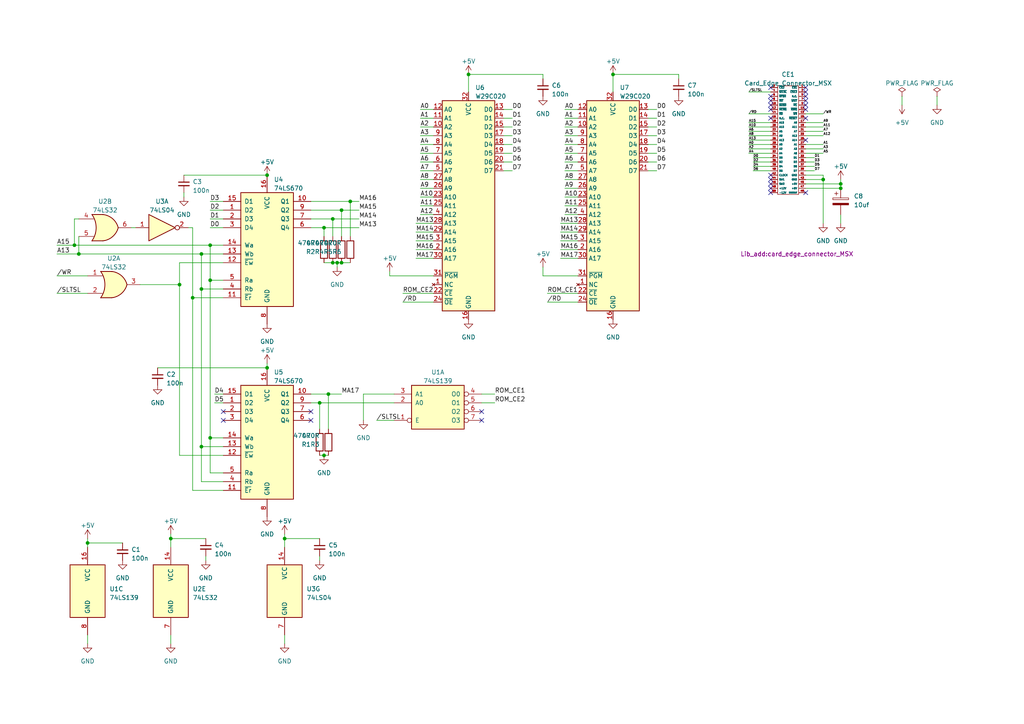
<source format=kicad_sch>
(kicad_sch (version 20230121) (generator eeschema)

  (uuid 26d19f52-c77a-47ca-9113-78b219abf07b)

  (paper "A4")

  (lib_symbols
    (symbol "74xx:74LS04" (in_bom yes) (on_board yes)
      (property "Reference" "U" (at 0 1.27 0)
        (effects (font (size 1.27 1.27)))
      )
      (property "Value" "74LS04" (at 0 -1.27 0)
        (effects (font (size 1.27 1.27)))
      )
      (property "Footprint" "" (at 0 0 0)
        (effects (font (size 1.27 1.27)) hide)
      )
      (property "Datasheet" "http://www.ti.com/lit/gpn/sn74LS04" (at 0 0 0)
        (effects (font (size 1.27 1.27)) hide)
      )
      (property "ki_locked" "" (at 0 0 0)
        (effects (font (size 1.27 1.27)))
      )
      (property "ki_keywords" "TTL not inv" (at 0 0 0)
        (effects (font (size 1.27 1.27)) hide)
      )
      (property "ki_description" "Hex Inverter" (at 0 0 0)
        (effects (font (size 1.27 1.27)) hide)
      )
      (property "ki_fp_filters" "DIP*W7.62mm* SSOP?14* TSSOP?14*" (at 0 0 0)
        (effects (font (size 1.27 1.27)) hide)
      )
      (symbol "74LS04_1_0"
        (polyline
          (pts
            (xy -3.81 3.81)
            (xy -3.81 -3.81)
            (xy 3.81 0)
            (xy -3.81 3.81)
          )
          (stroke (width 0.254) (type default))
          (fill (type background))
        )
        (pin input line (at -7.62 0 0) (length 3.81)
          (name "~" (effects (font (size 1.27 1.27))))
          (number "1" (effects (font (size 1.27 1.27))))
        )
        (pin output inverted (at 7.62 0 180) (length 3.81)
          (name "~" (effects (font (size 1.27 1.27))))
          (number "2" (effects (font (size 1.27 1.27))))
        )
      )
      (symbol "74LS04_2_0"
        (polyline
          (pts
            (xy -3.81 3.81)
            (xy -3.81 -3.81)
            (xy 3.81 0)
            (xy -3.81 3.81)
          )
          (stroke (width 0.254) (type default))
          (fill (type background))
        )
        (pin input line (at -7.62 0 0) (length 3.81)
          (name "~" (effects (font (size 1.27 1.27))))
          (number "3" (effects (font (size 1.27 1.27))))
        )
        (pin output inverted (at 7.62 0 180) (length 3.81)
          (name "~" (effects (font (size 1.27 1.27))))
          (number "4" (effects (font (size 1.27 1.27))))
        )
      )
      (symbol "74LS04_3_0"
        (polyline
          (pts
            (xy -3.81 3.81)
            (xy -3.81 -3.81)
            (xy 3.81 0)
            (xy -3.81 3.81)
          )
          (stroke (width 0.254) (type default))
          (fill (type background))
        )
        (pin input line (at -7.62 0 0) (length 3.81)
          (name "~" (effects (font (size 1.27 1.27))))
          (number "5" (effects (font (size 1.27 1.27))))
        )
        (pin output inverted (at 7.62 0 180) (length 3.81)
          (name "~" (effects (font (size 1.27 1.27))))
          (number "6" (effects (font (size 1.27 1.27))))
        )
      )
      (symbol "74LS04_4_0"
        (polyline
          (pts
            (xy -3.81 3.81)
            (xy -3.81 -3.81)
            (xy 3.81 0)
            (xy -3.81 3.81)
          )
          (stroke (width 0.254) (type default))
          (fill (type background))
        )
        (pin output inverted (at 7.62 0 180) (length 3.81)
          (name "~" (effects (font (size 1.27 1.27))))
          (number "8" (effects (font (size 1.27 1.27))))
        )
        (pin input line (at -7.62 0 0) (length 3.81)
          (name "~" (effects (font (size 1.27 1.27))))
          (number "9" (effects (font (size 1.27 1.27))))
        )
      )
      (symbol "74LS04_5_0"
        (polyline
          (pts
            (xy -3.81 3.81)
            (xy -3.81 -3.81)
            (xy 3.81 0)
            (xy -3.81 3.81)
          )
          (stroke (width 0.254) (type default))
          (fill (type background))
        )
        (pin output inverted (at 7.62 0 180) (length 3.81)
          (name "~" (effects (font (size 1.27 1.27))))
          (number "10" (effects (font (size 1.27 1.27))))
        )
        (pin input line (at -7.62 0 0) (length 3.81)
          (name "~" (effects (font (size 1.27 1.27))))
          (number "11" (effects (font (size 1.27 1.27))))
        )
      )
      (symbol "74LS04_6_0"
        (polyline
          (pts
            (xy -3.81 3.81)
            (xy -3.81 -3.81)
            (xy 3.81 0)
            (xy -3.81 3.81)
          )
          (stroke (width 0.254) (type default))
          (fill (type background))
        )
        (pin output inverted (at 7.62 0 180) (length 3.81)
          (name "~" (effects (font (size 1.27 1.27))))
          (number "12" (effects (font (size 1.27 1.27))))
        )
        (pin input line (at -7.62 0 0) (length 3.81)
          (name "~" (effects (font (size 1.27 1.27))))
          (number "13" (effects (font (size 1.27 1.27))))
        )
      )
      (symbol "74LS04_7_0"
        (pin power_in line (at 0 12.7 270) (length 5.08)
          (name "VCC" (effects (font (size 1.27 1.27))))
          (number "14" (effects (font (size 1.27 1.27))))
        )
        (pin power_in line (at 0 -12.7 90) (length 5.08)
          (name "GND" (effects (font (size 1.27 1.27))))
          (number "7" (effects (font (size 1.27 1.27))))
        )
      )
      (symbol "74LS04_7_1"
        (rectangle (start -5.08 7.62) (end 5.08 -7.62)
          (stroke (width 0.254) (type default))
          (fill (type background))
        )
      )
    )
    (symbol "74xx:74LS139" (pin_names (offset 1.016)) (in_bom yes) (on_board yes)
      (property "Reference" "U" (at -7.62 8.89 0)
        (effects (font (size 1.27 1.27)))
      )
      (property "Value" "74LS139" (at -7.62 -8.89 0)
        (effects (font (size 1.27 1.27)))
      )
      (property "Footprint" "" (at 0 0 0)
        (effects (font (size 1.27 1.27)) hide)
      )
      (property "Datasheet" "http://www.ti.com/lit/ds/symlink/sn74ls139a.pdf" (at 0 0 0)
        (effects (font (size 1.27 1.27)) hide)
      )
      (property "ki_locked" "" (at 0 0 0)
        (effects (font (size 1.27 1.27)))
      )
      (property "ki_keywords" "TTL DECOD4" (at 0 0 0)
        (effects (font (size 1.27 1.27)) hide)
      )
      (property "ki_description" "Dual Decoder 1 of 4, Active low outputs" (at 0 0 0)
        (effects (font (size 1.27 1.27)) hide)
      )
      (property "ki_fp_filters" "DIP?16*" (at 0 0 0)
        (effects (font (size 1.27 1.27)) hide)
      )
      (symbol "74LS139_1_0"
        (pin input inverted (at -12.7 -5.08 0) (length 5.08)
          (name "E" (effects (font (size 1.27 1.27))))
          (number "1" (effects (font (size 1.27 1.27))))
        )
        (pin input line (at -12.7 0 0) (length 5.08)
          (name "A0" (effects (font (size 1.27 1.27))))
          (number "2" (effects (font (size 1.27 1.27))))
        )
        (pin input line (at -12.7 2.54 0) (length 5.08)
          (name "A1" (effects (font (size 1.27 1.27))))
          (number "3" (effects (font (size 1.27 1.27))))
        )
        (pin output inverted (at 12.7 2.54 180) (length 5.08)
          (name "O0" (effects (font (size 1.27 1.27))))
          (number "4" (effects (font (size 1.27 1.27))))
        )
        (pin output inverted (at 12.7 0 180) (length 5.08)
          (name "O1" (effects (font (size 1.27 1.27))))
          (number "5" (effects (font (size 1.27 1.27))))
        )
        (pin output inverted (at 12.7 -2.54 180) (length 5.08)
          (name "O2" (effects (font (size 1.27 1.27))))
          (number "6" (effects (font (size 1.27 1.27))))
        )
        (pin output inverted (at 12.7 -5.08 180) (length 5.08)
          (name "O3" (effects (font (size 1.27 1.27))))
          (number "7" (effects (font (size 1.27 1.27))))
        )
      )
      (symbol "74LS139_1_1"
        (rectangle (start -7.62 5.08) (end 7.62 -7.62)
          (stroke (width 0.254) (type default))
          (fill (type background))
        )
      )
      (symbol "74LS139_2_0"
        (pin output inverted (at 12.7 -2.54 180) (length 5.08)
          (name "O2" (effects (font (size 1.27 1.27))))
          (number "10" (effects (font (size 1.27 1.27))))
        )
        (pin output inverted (at 12.7 0 180) (length 5.08)
          (name "O1" (effects (font (size 1.27 1.27))))
          (number "11" (effects (font (size 1.27 1.27))))
        )
        (pin output inverted (at 12.7 2.54 180) (length 5.08)
          (name "O0" (effects (font (size 1.27 1.27))))
          (number "12" (effects (font (size 1.27 1.27))))
        )
        (pin input line (at -12.7 2.54 0) (length 5.08)
          (name "A1" (effects (font (size 1.27 1.27))))
          (number "13" (effects (font (size 1.27 1.27))))
        )
        (pin input line (at -12.7 0 0) (length 5.08)
          (name "A0" (effects (font (size 1.27 1.27))))
          (number "14" (effects (font (size 1.27 1.27))))
        )
        (pin input inverted (at -12.7 -5.08 0) (length 5.08)
          (name "E" (effects (font (size 1.27 1.27))))
          (number "15" (effects (font (size 1.27 1.27))))
        )
        (pin output inverted (at 12.7 -5.08 180) (length 5.08)
          (name "O3" (effects (font (size 1.27 1.27))))
          (number "9" (effects (font (size 1.27 1.27))))
        )
      )
      (symbol "74LS139_2_1"
        (rectangle (start -7.62 5.08) (end 7.62 -7.62)
          (stroke (width 0.254) (type default))
          (fill (type background))
        )
      )
      (symbol "74LS139_3_0"
        (pin power_in line (at 0 12.7 270) (length 5.08)
          (name "VCC" (effects (font (size 1.27 1.27))))
          (number "16" (effects (font (size 1.27 1.27))))
        )
        (pin power_in line (at 0 -12.7 90) (length 5.08)
          (name "GND" (effects (font (size 1.27 1.27))))
          (number "8" (effects (font (size 1.27 1.27))))
        )
      )
      (symbol "74LS139_3_1"
        (rectangle (start -5.08 7.62) (end 5.08 -7.62)
          (stroke (width 0.254) (type default))
          (fill (type background))
        )
      )
    )
    (symbol "74xx:74LS32" (pin_names (offset 1.016)) (in_bom yes) (on_board yes)
      (property "Reference" "U" (at 0 1.27 0)
        (effects (font (size 1.27 1.27)))
      )
      (property "Value" "74LS32" (at 0 -1.27 0)
        (effects (font (size 1.27 1.27)))
      )
      (property "Footprint" "" (at 0 0 0)
        (effects (font (size 1.27 1.27)) hide)
      )
      (property "Datasheet" "http://www.ti.com/lit/gpn/sn74LS32" (at 0 0 0)
        (effects (font (size 1.27 1.27)) hide)
      )
      (property "ki_locked" "" (at 0 0 0)
        (effects (font (size 1.27 1.27)))
      )
      (property "ki_keywords" "TTL Or2" (at 0 0 0)
        (effects (font (size 1.27 1.27)) hide)
      )
      (property "ki_description" "Quad 2-input OR" (at 0 0 0)
        (effects (font (size 1.27 1.27)) hide)
      )
      (property "ki_fp_filters" "DIP?14*" (at 0 0 0)
        (effects (font (size 1.27 1.27)) hide)
      )
      (symbol "74LS32_1_1"
        (arc (start -3.81 -3.81) (mid -2.589 0) (end -3.81 3.81)
          (stroke (width 0.254) (type default))
          (fill (type none))
        )
        (arc (start -0.6096 -3.81) (mid 2.1842 -2.5851) (end 3.81 0)
          (stroke (width 0.254) (type default))
          (fill (type background))
        )
        (polyline
          (pts
            (xy -3.81 -3.81)
            (xy -0.635 -3.81)
          )
          (stroke (width 0.254) (type default))
          (fill (type background))
        )
        (polyline
          (pts
            (xy -3.81 3.81)
            (xy -0.635 3.81)
          )
          (stroke (width 0.254) (type default))
          (fill (type background))
        )
        (polyline
          (pts
            (xy -0.635 3.81)
            (xy -3.81 3.81)
            (xy -3.81 3.81)
            (xy -3.556 3.4036)
            (xy -3.0226 2.2606)
            (xy -2.6924 1.0414)
            (xy -2.6162 -0.254)
            (xy -2.7686 -1.4986)
            (xy -3.175 -2.7178)
            (xy -3.81 -3.81)
            (xy -3.81 -3.81)
            (xy -0.635 -3.81)
          )
          (stroke (width -25.4) (type default))
          (fill (type background))
        )
        (arc (start 3.81 0) (mid 2.1915 2.5936) (end -0.6096 3.81)
          (stroke (width 0.254) (type default))
          (fill (type background))
        )
        (pin input line (at -7.62 2.54 0) (length 4.318)
          (name "~" (effects (font (size 1.27 1.27))))
          (number "1" (effects (font (size 1.27 1.27))))
        )
        (pin input line (at -7.62 -2.54 0) (length 4.318)
          (name "~" (effects (font (size 1.27 1.27))))
          (number "2" (effects (font (size 1.27 1.27))))
        )
        (pin output line (at 7.62 0 180) (length 3.81)
          (name "~" (effects (font (size 1.27 1.27))))
          (number "3" (effects (font (size 1.27 1.27))))
        )
      )
      (symbol "74LS32_1_2"
        (arc (start 0 -3.81) (mid 3.7934 0) (end 0 3.81)
          (stroke (width 0.254) (type default))
          (fill (type background))
        )
        (polyline
          (pts
            (xy 0 3.81)
            (xy -3.81 3.81)
            (xy -3.81 -3.81)
            (xy 0 -3.81)
          )
          (stroke (width 0.254) (type default))
          (fill (type background))
        )
        (pin input inverted (at -7.62 2.54 0) (length 3.81)
          (name "~" (effects (font (size 1.27 1.27))))
          (number "1" (effects (font (size 1.27 1.27))))
        )
        (pin input inverted (at -7.62 -2.54 0) (length 3.81)
          (name "~" (effects (font (size 1.27 1.27))))
          (number "2" (effects (font (size 1.27 1.27))))
        )
        (pin output inverted (at 7.62 0 180) (length 3.81)
          (name "~" (effects (font (size 1.27 1.27))))
          (number "3" (effects (font (size 1.27 1.27))))
        )
      )
      (symbol "74LS32_2_1"
        (arc (start -3.81 -3.81) (mid -2.589 0) (end -3.81 3.81)
          (stroke (width 0.254) (type default))
          (fill (type none))
        )
        (arc (start -0.6096 -3.81) (mid 2.1842 -2.5851) (end 3.81 0)
          (stroke (width 0.254) (type default))
          (fill (type background))
        )
        (polyline
          (pts
            (xy -3.81 -3.81)
            (xy -0.635 -3.81)
          )
          (stroke (width 0.254) (type default))
          (fill (type background))
        )
        (polyline
          (pts
            (xy -3.81 3.81)
            (xy -0.635 3.81)
          )
          (stroke (width 0.254) (type default))
          (fill (type background))
        )
        (polyline
          (pts
            (xy -0.635 3.81)
            (xy -3.81 3.81)
            (xy -3.81 3.81)
            (xy -3.556 3.4036)
            (xy -3.0226 2.2606)
            (xy -2.6924 1.0414)
            (xy -2.6162 -0.254)
            (xy -2.7686 -1.4986)
            (xy -3.175 -2.7178)
            (xy -3.81 -3.81)
            (xy -3.81 -3.81)
            (xy -0.635 -3.81)
          )
          (stroke (width -25.4) (type default))
          (fill (type background))
        )
        (arc (start 3.81 0) (mid 2.1915 2.5936) (end -0.6096 3.81)
          (stroke (width 0.254) (type default))
          (fill (type background))
        )
        (pin input line (at -7.62 2.54 0) (length 4.318)
          (name "~" (effects (font (size 1.27 1.27))))
          (number "4" (effects (font (size 1.27 1.27))))
        )
        (pin input line (at -7.62 -2.54 0) (length 4.318)
          (name "~" (effects (font (size 1.27 1.27))))
          (number "5" (effects (font (size 1.27 1.27))))
        )
        (pin output line (at 7.62 0 180) (length 3.81)
          (name "~" (effects (font (size 1.27 1.27))))
          (number "6" (effects (font (size 1.27 1.27))))
        )
      )
      (symbol "74LS32_2_2"
        (arc (start 0 -3.81) (mid 3.7934 0) (end 0 3.81)
          (stroke (width 0.254) (type default))
          (fill (type background))
        )
        (polyline
          (pts
            (xy 0 3.81)
            (xy -3.81 3.81)
            (xy -3.81 -3.81)
            (xy 0 -3.81)
          )
          (stroke (width 0.254) (type default))
          (fill (type background))
        )
        (pin input inverted (at -7.62 2.54 0) (length 3.81)
          (name "~" (effects (font (size 1.27 1.27))))
          (number "4" (effects (font (size 1.27 1.27))))
        )
        (pin input inverted (at -7.62 -2.54 0) (length 3.81)
          (name "~" (effects (font (size 1.27 1.27))))
          (number "5" (effects (font (size 1.27 1.27))))
        )
        (pin output inverted (at 7.62 0 180) (length 3.81)
          (name "~" (effects (font (size 1.27 1.27))))
          (number "6" (effects (font (size 1.27 1.27))))
        )
      )
      (symbol "74LS32_3_1"
        (arc (start -3.81 -3.81) (mid -2.589 0) (end -3.81 3.81)
          (stroke (width 0.254) (type default))
          (fill (type none))
        )
        (arc (start -0.6096 -3.81) (mid 2.1842 -2.5851) (end 3.81 0)
          (stroke (width 0.254) (type default))
          (fill (type background))
        )
        (polyline
          (pts
            (xy -3.81 -3.81)
            (xy -0.635 -3.81)
          )
          (stroke (width 0.254) (type default))
          (fill (type background))
        )
        (polyline
          (pts
            (xy -3.81 3.81)
            (xy -0.635 3.81)
          )
          (stroke (width 0.254) (type default))
          (fill (type background))
        )
        (polyline
          (pts
            (xy -0.635 3.81)
            (xy -3.81 3.81)
            (xy -3.81 3.81)
            (xy -3.556 3.4036)
            (xy -3.0226 2.2606)
            (xy -2.6924 1.0414)
            (xy -2.6162 -0.254)
            (xy -2.7686 -1.4986)
            (xy -3.175 -2.7178)
            (xy -3.81 -3.81)
            (xy -3.81 -3.81)
            (xy -0.635 -3.81)
          )
          (stroke (width -25.4) (type default))
          (fill (type background))
        )
        (arc (start 3.81 0) (mid 2.1915 2.5936) (end -0.6096 3.81)
          (stroke (width 0.254) (type default))
          (fill (type background))
        )
        (pin input line (at -7.62 -2.54 0) (length 4.318)
          (name "~" (effects (font (size 1.27 1.27))))
          (number "10" (effects (font (size 1.27 1.27))))
        )
        (pin output line (at 7.62 0 180) (length 3.81)
          (name "~" (effects (font (size 1.27 1.27))))
          (number "8" (effects (font (size 1.27 1.27))))
        )
        (pin input line (at -7.62 2.54 0) (length 4.318)
          (name "~" (effects (font (size 1.27 1.27))))
          (number "9" (effects (font (size 1.27 1.27))))
        )
      )
      (symbol "74LS32_3_2"
        (arc (start 0 -3.81) (mid 3.7934 0) (end 0 3.81)
          (stroke (width 0.254) (type default))
          (fill (type background))
        )
        (polyline
          (pts
            (xy 0 3.81)
            (xy -3.81 3.81)
            (xy -3.81 -3.81)
            (xy 0 -3.81)
          )
          (stroke (width 0.254) (type default))
          (fill (type background))
        )
        (pin input inverted (at -7.62 -2.54 0) (length 3.81)
          (name "~" (effects (font (size 1.27 1.27))))
          (number "10" (effects (font (size 1.27 1.27))))
        )
        (pin output inverted (at 7.62 0 180) (length 3.81)
          (name "~" (effects (font (size 1.27 1.27))))
          (number "8" (effects (font (size 1.27 1.27))))
        )
        (pin input inverted (at -7.62 2.54 0) (length 3.81)
          (name "~" (effects (font (size 1.27 1.27))))
          (number "9" (effects (font (size 1.27 1.27))))
        )
      )
      (symbol "74LS32_4_1"
        (arc (start -3.81 -3.81) (mid -2.589 0) (end -3.81 3.81)
          (stroke (width 0.254) (type default))
          (fill (type none))
        )
        (arc (start -0.6096 -3.81) (mid 2.1842 -2.5851) (end 3.81 0)
          (stroke (width 0.254) (type default))
          (fill (type background))
        )
        (polyline
          (pts
            (xy -3.81 -3.81)
            (xy -0.635 -3.81)
          )
          (stroke (width 0.254) (type default))
          (fill (type background))
        )
        (polyline
          (pts
            (xy -3.81 3.81)
            (xy -0.635 3.81)
          )
          (stroke (width 0.254) (type default))
          (fill (type background))
        )
        (polyline
          (pts
            (xy -0.635 3.81)
            (xy -3.81 3.81)
            (xy -3.81 3.81)
            (xy -3.556 3.4036)
            (xy -3.0226 2.2606)
            (xy -2.6924 1.0414)
            (xy -2.6162 -0.254)
            (xy -2.7686 -1.4986)
            (xy -3.175 -2.7178)
            (xy -3.81 -3.81)
            (xy -3.81 -3.81)
            (xy -0.635 -3.81)
          )
          (stroke (width -25.4) (type default))
          (fill (type background))
        )
        (arc (start 3.81 0) (mid 2.1915 2.5936) (end -0.6096 3.81)
          (stroke (width 0.254) (type default))
          (fill (type background))
        )
        (pin output line (at 7.62 0 180) (length 3.81)
          (name "~" (effects (font (size 1.27 1.27))))
          (number "11" (effects (font (size 1.27 1.27))))
        )
        (pin input line (at -7.62 2.54 0) (length 4.318)
          (name "~" (effects (font (size 1.27 1.27))))
          (number "12" (effects (font (size 1.27 1.27))))
        )
        (pin input line (at -7.62 -2.54 0) (length 4.318)
          (name "~" (effects (font (size 1.27 1.27))))
          (number "13" (effects (font (size 1.27 1.27))))
        )
      )
      (symbol "74LS32_4_2"
        (arc (start 0 -3.81) (mid 3.7934 0) (end 0 3.81)
          (stroke (width 0.254) (type default))
          (fill (type background))
        )
        (polyline
          (pts
            (xy 0 3.81)
            (xy -3.81 3.81)
            (xy -3.81 -3.81)
            (xy 0 -3.81)
          )
          (stroke (width 0.254) (type default))
          (fill (type background))
        )
        (pin output inverted (at 7.62 0 180) (length 3.81)
          (name "~" (effects (font (size 1.27 1.27))))
          (number "11" (effects (font (size 1.27 1.27))))
        )
        (pin input inverted (at -7.62 2.54 0) (length 3.81)
          (name "~" (effects (font (size 1.27 1.27))))
          (number "12" (effects (font (size 1.27 1.27))))
        )
        (pin input inverted (at -7.62 -2.54 0) (length 3.81)
          (name "~" (effects (font (size 1.27 1.27))))
          (number "13" (effects (font (size 1.27 1.27))))
        )
      )
      (symbol "74LS32_5_0"
        (pin power_in line (at 0 12.7 270) (length 5.08)
          (name "VCC" (effects (font (size 1.27 1.27))))
          (number "14" (effects (font (size 1.27 1.27))))
        )
        (pin power_in line (at 0 -12.7 90) (length 5.08)
          (name "GND" (effects (font (size 1.27 1.27))))
          (number "7" (effects (font (size 1.27 1.27))))
        )
      )
      (symbol "74LS32_5_1"
        (rectangle (start -5.08 7.62) (end 5.08 -7.62)
          (stroke (width 0.254) (type default))
          (fill (type background))
        )
      )
    )
    (symbol "74xx:74LS670" (pin_names (offset 1.016)) (in_bom yes) (on_board yes)
      (property "Reference" "U" (at -7.62 16.51 0)
        (effects (font (size 1.27 1.27)))
      )
      (property "Value" "74LS670" (at -7.62 -19.05 0)
        (effects (font (size 1.27 1.27)))
      )
      (property "Footprint" "" (at 0 0 0)
        (effects (font (size 1.27 1.27)) hide)
      )
      (property "Datasheet" "http://www.ti.com/lit/gpn/sn74LS670" (at 0 0 0)
        (effects (font (size 1.27 1.27)) hide)
      )
      (property "ki_locked" "" (at 0 0 0)
        (effects (font (size 1.27 1.27)))
      )
      (property "ki_keywords" "TTL Register 3State" (at 0 0 0)
        (effects (font (size 1.27 1.27)) hide)
      )
      (property "ki_description" "4 x 4 Register Files 3-State Outputs" (at 0 0 0)
        (effects (font (size 1.27 1.27)) hide)
      )
      (property "ki_fp_filters" "DIP?16*" (at 0 0 0)
        (effects (font (size 1.27 1.27)) hide)
      )
      (symbol "74LS670_1_0"
        (pin input line (at -12.7 10.16 0) (length 5.08)
          (name "D2" (effects (font (size 1.27 1.27))))
          (number "1" (effects (font (size 1.27 1.27))))
        )
        (pin tri_state line (at 12.7 12.7 180) (length 5.08)
          (name "Q1" (effects (font (size 1.27 1.27))))
          (number "10" (effects (font (size 1.27 1.27))))
        )
        (pin input line (at -12.7 -15.24 0) (length 5.08)
          (name "~{Er}" (effects (font (size 1.27 1.27))))
          (number "11" (effects (font (size 1.27 1.27))))
        )
        (pin input line (at -12.7 -5.08 0) (length 5.08)
          (name "~{Ew}" (effects (font (size 1.27 1.27))))
          (number "12" (effects (font (size 1.27 1.27))))
        )
        (pin input line (at -12.7 -2.54 0) (length 5.08)
          (name "Wb" (effects (font (size 1.27 1.27))))
          (number "13" (effects (font (size 1.27 1.27))))
        )
        (pin input line (at -12.7 0 0) (length 5.08)
          (name "Wa" (effects (font (size 1.27 1.27))))
          (number "14" (effects (font (size 1.27 1.27))))
        )
        (pin input line (at -12.7 12.7 0) (length 5.08)
          (name "D1" (effects (font (size 1.27 1.27))))
          (number "15" (effects (font (size 1.27 1.27))))
        )
        (pin power_in line (at 0 20.32 270) (length 5.08)
          (name "VCC" (effects (font (size 1.27 1.27))))
          (number "16" (effects (font (size 1.27 1.27))))
        )
        (pin input line (at -12.7 7.62 0) (length 5.08)
          (name "D3" (effects (font (size 1.27 1.27))))
          (number "2" (effects (font (size 1.27 1.27))))
        )
        (pin input line (at -12.7 5.08 0) (length 5.08)
          (name "D4" (effects (font (size 1.27 1.27))))
          (number "3" (effects (font (size 1.27 1.27))))
        )
        (pin input line (at -12.7 -12.7 0) (length 5.08)
          (name "Rb" (effects (font (size 1.27 1.27))))
          (number "4" (effects (font (size 1.27 1.27))))
        )
        (pin input line (at -12.7 -10.16 0) (length 5.08)
          (name "Ra" (effects (font (size 1.27 1.27))))
          (number "5" (effects (font (size 1.27 1.27))))
        )
        (pin tri_state line (at 12.7 5.08 180) (length 5.08)
          (name "Q4" (effects (font (size 1.27 1.27))))
          (number "6" (effects (font (size 1.27 1.27))))
        )
        (pin tri_state line (at 12.7 7.62 180) (length 5.08)
          (name "Q3" (effects (font (size 1.27 1.27))))
          (number "7" (effects (font (size 1.27 1.27))))
        )
        (pin power_in line (at 0 -22.86 90) (length 5.08)
          (name "GND" (effects (font (size 1.27 1.27))))
          (number "8" (effects (font (size 1.27 1.27))))
        )
        (pin tri_state line (at 12.7 10.16 180) (length 5.08)
          (name "Q2" (effects (font (size 1.27 1.27))))
          (number "9" (effects (font (size 1.27 1.27))))
        )
      )
      (symbol "74LS670_1_1"
        (rectangle (start -7.62 15.24) (end 7.62 -17.78)
          (stroke (width 0.254) (type default))
          (fill (type background))
        )
      )
    )
    (symbol "Device:C_Polarized" (pin_numbers hide) (pin_names (offset 0.254)) (in_bom yes) (on_board yes)
      (property "Reference" "C" (at 0.635 2.54 0)
        (effects (font (size 1.27 1.27)) (justify left))
      )
      (property "Value" "C_Polarized" (at 0.635 -2.54 0)
        (effects (font (size 1.27 1.27)) (justify left))
      )
      (property "Footprint" "" (at 0.9652 -3.81 0)
        (effects (font (size 1.27 1.27)) hide)
      )
      (property "Datasheet" "~" (at 0 0 0)
        (effects (font (size 1.27 1.27)) hide)
      )
      (property "ki_keywords" "cap capacitor" (at 0 0 0)
        (effects (font (size 1.27 1.27)) hide)
      )
      (property "ki_description" "Polarized capacitor" (at 0 0 0)
        (effects (font (size 1.27 1.27)) hide)
      )
      (property "ki_fp_filters" "CP_*" (at 0 0 0)
        (effects (font (size 1.27 1.27)) hide)
      )
      (symbol "C_Polarized_0_1"
        (rectangle (start -2.286 0.508) (end 2.286 1.016)
          (stroke (width 0) (type default))
          (fill (type none))
        )
        (polyline
          (pts
            (xy -1.778 2.286)
            (xy -0.762 2.286)
          )
          (stroke (width 0) (type default))
          (fill (type none))
        )
        (polyline
          (pts
            (xy -1.27 2.794)
            (xy -1.27 1.778)
          )
          (stroke (width 0) (type default))
          (fill (type none))
        )
        (rectangle (start 2.286 -0.508) (end -2.286 -1.016)
          (stroke (width 0) (type default))
          (fill (type outline))
        )
      )
      (symbol "C_Polarized_1_1"
        (pin passive line (at 0 3.81 270) (length 2.794)
          (name "~" (effects (font (size 1.27 1.27))))
          (number "1" (effects (font (size 1.27 1.27))))
        )
        (pin passive line (at 0 -3.81 90) (length 2.794)
          (name "~" (effects (font (size 1.27 1.27))))
          (number "2" (effects (font (size 1.27 1.27))))
        )
      )
    )
    (symbol "Device:C_Small" (pin_numbers hide) (pin_names (offset 0.254) hide) (in_bom yes) (on_board yes)
      (property "Reference" "C" (at 0.254 1.778 0)
        (effects (font (size 1.27 1.27)) (justify left))
      )
      (property "Value" "C_Small" (at 0.254 -2.032 0)
        (effects (font (size 1.27 1.27)) (justify left))
      )
      (property "Footprint" "" (at 0 0 0)
        (effects (font (size 1.27 1.27)) hide)
      )
      (property "Datasheet" "~" (at 0 0 0)
        (effects (font (size 1.27 1.27)) hide)
      )
      (property "ki_keywords" "capacitor cap" (at 0 0 0)
        (effects (font (size 1.27 1.27)) hide)
      )
      (property "ki_description" "Unpolarized capacitor, small symbol" (at 0 0 0)
        (effects (font (size 1.27 1.27)) hide)
      )
      (property "ki_fp_filters" "C_*" (at 0 0 0)
        (effects (font (size 1.27 1.27)) hide)
      )
      (symbol "C_Small_0_1"
        (polyline
          (pts
            (xy -1.524 -0.508)
            (xy 1.524 -0.508)
          )
          (stroke (width 0.3302) (type default))
          (fill (type none))
        )
        (polyline
          (pts
            (xy -1.524 0.508)
            (xy 1.524 0.508)
          )
          (stroke (width 0.3048) (type default))
          (fill (type none))
        )
      )
      (symbol "C_Small_1_1"
        (pin passive line (at 0 2.54 270) (length 2.032)
          (name "~" (effects (font (size 1.27 1.27))))
          (number "1" (effects (font (size 1.27 1.27))))
        )
        (pin passive line (at 0 -2.54 90) (length 2.032)
          (name "~" (effects (font (size 1.27 1.27))))
          (number "2" (effects (font (size 1.27 1.27))))
        )
      )
    )
    (symbol "Device:R" (pin_numbers hide) (pin_names (offset 0)) (in_bom yes) (on_board yes)
      (property "Reference" "R" (at 2.032 0 90)
        (effects (font (size 1.27 1.27)))
      )
      (property "Value" "R" (at 0 0 90)
        (effects (font (size 1.27 1.27)))
      )
      (property "Footprint" "" (at -1.778 0 90)
        (effects (font (size 1.27 1.27)) hide)
      )
      (property "Datasheet" "~" (at 0 0 0)
        (effects (font (size 1.27 1.27)) hide)
      )
      (property "ki_keywords" "R res resistor" (at 0 0 0)
        (effects (font (size 1.27 1.27)) hide)
      )
      (property "ki_description" "Resistor" (at 0 0 0)
        (effects (font (size 1.27 1.27)) hide)
      )
      (property "ki_fp_filters" "R_*" (at 0 0 0)
        (effects (font (size 1.27 1.27)) hide)
      )
      (symbol "R_0_1"
        (rectangle (start -1.016 -2.54) (end 1.016 2.54)
          (stroke (width 0.254) (type default))
          (fill (type none))
        )
      )
      (symbol "R_1_1"
        (pin passive line (at 0 3.81 270) (length 1.27)
          (name "~" (effects (font (size 1.27 1.27))))
          (number "1" (effects (font (size 1.27 1.27))))
        )
        (pin passive line (at 0 -3.81 90) (length 1.27)
          (name "~" (effects (font (size 1.27 1.27))))
          (number "2" (effects (font (size 1.27 1.27))))
        )
      )
    )
    (symbol "Memory_Flash_Custom:W29C020" (in_bom yes) (on_board yes)
      (property "Reference" "U" (at -7.62 31.75 0)
        (effects (font (size 1.27 1.27)))
      )
      (property "Value" "W29C020" (at 2.54 -31.75 0)
        (effects (font (size 1.27 1.27)) (justify left))
      )
      (property "Footprint" "" (at 0 0 0)
        (effects (font (size 1.27 1.27)) hide)
      )
      (property "Datasheet" "" (at 0 0 0)
        (effects (font (size 1.27 1.27)) hide)
      )
      (property "ki_keywords" "CMOS FLASH MEMORY" (at 0 0 0)
        (effects (font (size 1.27 1.27)) hide)
      )
      (property "ki_description" "FLASH CMOS 2MiBit (256 Ki x 8 Bit)" (at 0 0 0)
        (effects (font (size 1.27 1.27)) hide)
      )
      (property "ki_fp_filters" "DIP*W15.24mm* PLCC*" (at 0 0 0)
        (effects (font (size 1.27 1.27)) hide)
      )
      (symbol "W29C020_1_1"
        (rectangle (start -7.62 30.48) (end 7.62 -30.48)
          (stroke (width 0.254) (type default))
          (fill (type background))
        )
        (pin no_connect line (at -10.16 -22.86 0) (length 2.54)
          (name "NC" (effects (font (size 1.27 1.27))))
          (number "1" (effects (font (size 1.27 1.27))))
        )
        (pin input line (at -10.16 22.86 0) (length 2.54)
          (name "A2" (effects (font (size 1.27 1.27))))
          (number "10" (effects (font (size 1.27 1.27))))
        )
        (pin input line (at -10.16 25.4 0) (length 2.54)
          (name "A1" (effects (font (size 1.27 1.27))))
          (number "11" (effects (font (size 1.27 1.27))))
        )
        (pin input line (at -10.16 27.94 0) (length 2.54)
          (name "A0" (effects (font (size 1.27 1.27))))
          (number "12" (effects (font (size 1.27 1.27))))
        )
        (pin tri_state line (at 10.16 27.94 180) (length 2.54)
          (name "D0" (effects (font (size 1.27 1.27))))
          (number "13" (effects (font (size 1.27 1.27))))
        )
        (pin tri_state line (at 10.16 25.4 180) (length 2.54)
          (name "D1" (effects (font (size 1.27 1.27))))
          (number "14" (effects (font (size 1.27 1.27))))
        )
        (pin tri_state line (at 10.16 22.86 180) (length 2.54)
          (name "D2" (effects (font (size 1.27 1.27))))
          (number "15" (effects (font (size 1.27 1.27))))
        )
        (pin power_in line (at 0 -33.02 90) (length 2.54)
          (name "GND" (effects (font (size 1.27 1.27))))
          (number "16" (effects (font (size 1.27 1.27))))
        )
        (pin tri_state line (at 10.16 20.32 180) (length 2.54)
          (name "D3" (effects (font (size 1.27 1.27))))
          (number "17" (effects (font (size 1.27 1.27))))
        )
        (pin tri_state line (at 10.16 17.78 180) (length 2.54)
          (name "D4" (effects (font (size 1.27 1.27))))
          (number "18" (effects (font (size 1.27 1.27))))
        )
        (pin tri_state line (at 10.16 15.24 180) (length 2.54)
          (name "D5" (effects (font (size 1.27 1.27))))
          (number "19" (effects (font (size 1.27 1.27))))
        )
        (pin input line (at -10.16 -12.7 0) (length 2.54)
          (name "A16" (effects (font (size 1.27 1.27))))
          (number "2" (effects (font (size 1.27 1.27))))
        )
        (pin tri_state line (at 10.16 12.7 180) (length 2.54)
          (name "D6" (effects (font (size 1.27 1.27))))
          (number "20" (effects (font (size 1.27 1.27))))
        )
        (pin tri_state line (at 10.16 10.16 180) (length 2.54)
          (name "D7" (effects (font (size 1.27 1.27))))
          (number "21" (effects (font (size 1.27 1.27))))
        )
        (pin input line (at -10.16 -25.4 0) (length 2.54)
          (name "~{CE}" (effects (font (size 1.27 1.27))))
          (number "22" (effects (font (size 1.27 1.27))))
        )
        (pin input line (at -10.16 2.54 0) (length 2.54)
          (name "A10" (effects (font (size 1.27 1.27))))
          (number "23" (effects (font (size 1.27 1.27))))
        )
        (pin input line (at -10.16 -27.94 0) (length 2.54)
          (name "~{OE}" (effects (font (size 1.27 1.27))))
          (number "24" (effects (font (size 1.27 1.27))))
        )
        (pin input line (at -10.16 0 0) (length 2.54)
          (name "A11" (effects (font (size 1.27 1.27))))
          (number "25" (effects (font (size 1.27 1.27))))
        )
        (pin input line (at -10.16 5.08 0) (length 2.54)
          (name "A9" (effects (font (size 1.27 1.27))))
          (number "26" (effects (font (size 1.27 1.27))))
        )
        (pin input line (at -10.16 7.62 0) (length 2.54)
          (name "A8" (effects (font (size 1.27 1.27))))
          (number "27" (effects (font (size 1.27 1.27))))
        )
        (pin input line (at -10.16 -5.08 0) (length 2.54)
          (name "A13" (effects (font (size 1.27 1.27))))
          (number "28" (effects (font (size 1.27 1.27))))
        )
        (pin input line (at -10.16 -7.62 0) (length 2.54)
          (name "A14" (effects (font (size 1.27 1.27))))
          (number "29" (effects (font (size 1.27 1.27))))
        )
        (pin input line (at -10.16 -10.16 0) (length 2.54)
          (name "A15" (effects (font (size 1.27 1.27))))
          (number "3" (effects (font (size 1.27 1.27))))
        )
        (pin input line (at -10.16 -15.24 0) (length 2.54)
          (name "A17" (effects (font (size 1.27 1.27))))
          (number "30" (effects (font (size 1.27 1.27))))
        )
        (pin input line (at -10.16 -20.32 0) (length 2.54)
          (name "~{PGM}" (effects (font (size 1.27 1.27))))
          (number "31" (effects (font (size 1.27 1.27))))
        )
        (pin power_in line (at 0 33.02 270) (length 2.54)
          (name "VCC" (effects (font (size 1.27 1.27))))
          (number "32" (effects (font (size 1.27 1.27))))
        )
        (pin input line (at -10.16 -2.54 0) (length 2.54)
          (name "A12" (effects (font (size 1.27 1.27))))
          (number "4" (effects (font (size 1.27 1.27))))
        )
        (pin input line (at -10.16 10.16 0) (length 2.54)
          (name "A7" (effects (font (size 1.27 1.27))))
          (number "5" (effects (font (size 1.27 1.27))))
        )
        (pin input line (at -10.16 12.7 0) (length 2.54)
          (name "A6" (effects (font (size 1.27 1.27))))
          (number "6" (effects (font (size 1.27 1.27))))
        )
        (pin input line (at -10.16 15.24 0) (length 2.54)
          (name "A5" (effects (font (size 1.27 1.27))))
          (number "7" (effects (font (size 1.27 1.27))))
        )
        (pin input line (at -10.16 17.78 0) (length 2.54)
          (name "A4" (effects (font (size 1.27 1.27))))
          (number "8" (effects (font (size 1.27 1.27))))
        )
        (pin input line (at -10.16 20.32 0) (length 2.54)
          (name "A3" (effects (font (size 1.27 1.27))))
          (number "9" (effects (font (size 1.27 1.27))))
        )
      )
    )
    (symbol "power:+5V" (power) (pin_names (offset 0)) (in_bom yes) (on_board yes)
      (property "Reference" "#PWR" (at 0 -3.81 0)
        (effects (font (size 1.27 1.27)) hide)
      )
      (property "Value" "+5V" (at 0 3.556 0)
        (effects (font (size 1.27 1.27)))
      )
      (property "Footprint" "" (at 0 0 0)
        (effects (font (size 1.27 1.27)) hide)
      )
      (property "Datasheet" "" (at 0 0 0)
        (effects (font (size 1.27 1.27)) hide)
      )
      (property "ki_keywords" "global power" (at 0 0 0)
        (effects (font (size 1.27 1.27)) hide)
      )
      (property "ki_description" "Power symbol creates a global label with name \"+5V\"" (at 0 0 0)
        (effects (font (size 1.27 1.27)) hide)
      )
      (symbol "+5V_0_1"
        (polyline
          (pts
            (xy -0.762 1.27)
            (xy 0 2.54)
          )
          (stroke (width 0) (type default))
          (fill (type none))
        )
        (polyline
          (pts
            (xy 0 0)
            (xy 0 2.54)
          )
          (stroke (width 0) (type default))
          (fill (type none))
        )
        (polyline
          (pts
            (xy 0 2.54)
            (xy 0.762 1.27)
          )
          (stroke (width 0) (type default))
          (fill (type none))
        )
      )
      (symbol "+5V_1_1"
        (pin power_in line (at 0 0 90) (length 0) hide
          (name "+5V" (effects (font (size 1.27 1.27))))
          (number "1" (effects (font (size 1.27 1.27))))
        )
      )
    )
    (symbol "power:GND" (power) (pin_names (offset 0)) (in_bom yes) (on_board yes)
      (property "Reference" "#PWR" (at 0 -6.35 0)
        (effects (font (size 1.27 1.27)) hide)
      )
      (property "Value" "GND" (at 0 -3.81 0)
        (effects (font (size 1.27 1.27)))
      )
      (property "Footprint" "" (at 0 0 0)
        (effects (font (size 1.27 1.27)) hide)
      )
      (property "Datasheet" "" (at 0 0 0)
        (effects (font (size 1.27 1.27)) hide)
      )
      (property "ki_keywords" "global power" (at 0 0 0)
        (effects (font (size 1.27 1.27)) hide)
      )
      (property "ki_description" "Power symbol creates a global label with name \"GND\" , ground" (at 0 0 0)
        (effects (font (size 1.27 1.27)) hide)
      )
      (symbol "GND_0_1"
        (polyline
          (pts
            (xy 0 0)
            (xy 0 -1.27)
            (xy 1.27 -1.27)
            (xy 0 -2.54)
            (xy -1.27 -1.27)
            (xy 0 -1.27)
          )
          (stroke (width 0) (type default))
          (fill (type none))
        )
      )
      (symbol "GND_1_1"
        (pin power_in line (at 0 0 270) (length 0) hide
          (name "GND" (effects (font (size 1.27 1.27))))
          (number "1" (effects (font (size 1.27 1.27))))
        )
      )
    )
    (symbol "power:PWR_FLAG" (power) (pin_numbers hide) (pin_names (offset 0) hide) (in_bom yes) (on_board yes)
      (property "Reference" "#FLG" (at 0 1.905 0)
        (effects (font (size 1.27 1.27)) hide)
      )
      (property "Value" "PWR_FLAG" (at 0 3.81 0)
        (effects (font (size 1.27 1.27)))
      )
      (property "Footprint" "" (at 0 0 0)
        (effects (font (size 1.27 1.27)) hide)
      )
      (property "Datasheet" "~" (at 0 0 0)
        (effects (font (size 1.27 1.27)) hide)
      )
      (property "ki_keywords" "flag power" (at 0 0 0)
        (effects (font (size 1.27 1.27)) hide)
      )
      (property "ki_description" "Special symbol for telling ERC where power comes from" (at 0 0 0)
        (effects (font (size 1.27 1.27)) hide)
      )
      (symbol "PWR_FLAG_0_0"
        (pin power_out line (at 0 0 90) (length 0)
          (name "pwr" (effects (font (size 1.27 1.27))))
          (number "1" (effects (font (size 1.27 1.27))))
        )
      )
      (symbol "PWR_FLAG_0_1"
        (polyline
          (pts
            (xy 0 0)
            (xy 0 1.27)
            (xy -1.016 1.905)
            (xy 0 2.54)
            (xy 1.016 1.905)
            (xy 0 1.27)
          )
          (stroke (width 0) (type default))
          (fill (type none))
        )
      )
    )
    (symbol "ykp74_work:Card_Edge_Connector_MSX" (pin_names (offset 0.381)) (in_bom yes) (on_board yes)
      (property "Reference" "CE" (at 0 20.32 0)
        (effects (font (size 1.27 1.27)))
      )
      (property "Value" "Card_Edge_Connector_MSX" (at 1.27 -13.97 0)
        (effects (font (size 1.27 1.27)))
      )
      (property "Footprint" "KiCad:card_edge_connector_MSX" (at 1.27 -16.51 0)
        (effects (font (size 1.27 1.27)) hide)
      )
      (property "Datasheet" "" (at 0 1.27 90)
        (effects (font (size 1.27 1.27)) hide)
      )
      (symbol "Card_Edge_Connector_MSX_0_1"
        (rectangle (start -3.048 -13.208) (end 3.048 18.288)
          (stroke (width 0) (type solid))
          (fill (type none))
        )
      )
      (symbol "Card_Edge_Connector_MSX_1_1"
        (pin unspecified line (at 5.08 17.78 180) (length 2.0066)
          (name "~{CS1}" (effects (font (size 0.508 0.508))))
          (number "1" (effects (font (size 0.508 0.508))))
        )
        (pin unspecified line (at -5.08 12.7 0) (length 2.0066)
          (name "~{BUSD}" (effects (font (size 0.508 0.508))))
          (number "10" (effects (font (size 0.508 0.508))))
        )
        (pin unspecified line (at 5.08 11.43 180) (length 2.0066)
          (name "~{IORQ}" (effects (font (size 0.508 0.508))))
          (number "11" (effects (font (size 0.508 0.508))))
        )
        (pin unspecified line (at -5.08 11.43 0) (length 2.0066)
          (name "~{MERQ}" (effects (font (size 0.508 0.508))))
          (number "12" (effects (font (size 0.508 0.508))))
        )
        (pin unspecified line (at 5.08 10.16 180) (length 2.0066)
          (name "~{WR}" (effects (font (size 0.508 0.508))))
          (number "13" (effects (font (size 0.508 0.508))))
        )
        (pin unspecified line (at -5.08 10.16 0) (length 2.0066)
          (name "~{RD}" (effects (font (size 0.508 0.508))))
          (number "14" (effects (font (size 0.508 0.508))))
        )
        (pin unspecified line (at 5.08 8.89 180) (length 2.0066)
          (name "~{RESET}" (effects (font (size 0.508 0.508))))
          (number "15" (effects (font (size 0.508 0.508))))
        )
        (pin unspecified line (at -5.08 8.89 0) (length 2.0066)
          (name "N.C." (effects (font (size 0.508 0.508))))
          (number "16" (effects (font (size 0.508 0.508))))
        )
        (pin unspecified line (at 5.08 7.62 180) (length 2.0066)
          (name "A9" (effects (font (size 0.508 0.508))))
          (number "17" (effects (font (size 0.508 0.508))))
        )
        (pin unspecified line (at -5.08 7.62 0) (length 2.0066)
          (name "A15" (effects (font (size 0.508 0.508))))
          (number "18" (effects (font (size 0.508 0.508))))
        )
        (pin unspecified line (at 5.08 6.35 180) (length 2.0066)
          (name "A11" (effects (font (size 0.508 0.508))))
          (number "19" (effects (font (size 0.508 0.508))))
        )
        (pin unspecified line (at -5.08 17.78 0) (length 2.0066)
          (name "~{CS2}" (effects (font (size 0.508 0.508))))
          (number "2" (effects (font (size 0.508 0.508))))
        )
        (pin unspecified line (at -5.08 6.35 0) (length 2.0066)
          (name "A10" (effects (font (size 0.508 0.508))))
          (number "20" (effects (font (size 0.508 0.508))))
        )
        (pin unspecified line (at 5.08 5.08 180) (length 2.0066)
          (name "A7" (effects (font (size 0.508 0.508))))
          (number "21" (effects (font (size 0.508 0.508))))
        )
        (pin unspecified line (at -5.08 5.08 0) (length 2.0066)
          (name "A6" (effects (font (size 0.508 0.508))))
          (number "22" (effects (font (size 0.508 0.508))))
        )
        (pin unspecified line (at 5.08 3.81 180) (length 2.0066)
          (name "A12" (effects (font (size 0.508 0.508))))
          (number "23" (effects (font (size 0.508 0.508))))
        )
        (pin unspecified line (at -5.08 3.81 0) (length 2.0066)
          (name "A8" (effects (font (size 0.508 0.508))))
          (number "24" (effects (font (size 0.508 0.508))))
        )
        (pin unspecified line (at 5.08 2.54 180) (length 2.0066)
          (name "A14" (effects (font (size 0.508 0.508))))
          (number "25" (effects (font (size 0.508 0.508))))
        )
        (pin unspecified line (at -5.08 2.54 0) (length 2.0066)
          (name "A13" (effects (font (size 0.508 0.508))))
          (number "26" (effects (font (size 0.508 0.508))))
        )
        (pin unspecified line (at 5.08 1.27 180) (length 2.0066)
          (name "A1" (effects (font (size 0.508 0.508))))
          (number "27" (effects (font (size 0.508 0.508))))
        )
        (pin unspecified line (at -5.08 1.27 0) (length 2.0066)
          (name "A0" (effects (font (size 0.508 0.508))))
          (number "28" (effects (font (size 0.508 0.508))))
        )
        (pin unspecified line (at 5.08 0 180) (length 2.0066)
          (name "A3" (effects (font (size 0.508 0.508))))
          (number "29" (effects (font (size 0.508 0.508))))
        )
        (pin unspecified line (at 5.08 16.51 180) (length 2.0066)
          (name "~{CS12}" (effects (font (size 0.508 0.508))))
          (number "3" (effects (font (size 0.508 0.508))))
        )
        (pin unspecified line (at -5.08 0 0) (length 2.0066)
          (name "A2" (effects (font (size 0.508 0.508))))
          (number "30" (effects (font (size 0.508 0.508))))
        )
        (pin unspecified line (at 5.08 -1.27 180) (length 2.0066)
          (name "A5" (effects (font (size 0.508 0.508))))
          (number "31" (effects (font (size 0.508 0.508))))
        )
        (pin unspecified line (at -5.08 -1.27 0) (length 2.0066)
          (name "A4" (effects (font (size 0.508 0.508))))
          (number "32" (effects (font (size 0.508 0.508))))
        )
        (pin unspecified line (at 5.08 -2.54 180) (length 2.0066)
          (name "D1" (effects (font (size 0.508 0.508))))
          (number "33" (effects (font (size 0.508 0.508))))
        )
        (pin unspecified line (at -5.08 -2.54 0) (length 2.0066)
          (name "D0" (effects (font (size 0.508 0.508))))
          (number "34" (effects (font (size 0.508 0.508))))
        )
        (pin unspecified line (at 5.08 -3.81 180) (length 2.0066)
          (name "D3" (effects (font (size 0.508 0.508))))
          (number "35" (effects (font (size 0.508 0.508))))
        )
        (pin unspecified line (at -5.08 -3.81 0) (length 2.0066)
          (name "D2" (effects (font (size 0.508 0.508))))
          (number "36" (effects (font (size 0.508 0.508))))
        )
        (pin unspecified line (at 5.08 -5.08 180) (length 2.0066)
          (name "D5" (effects (font (size 0.508 0.508))))
          (number "37" (effects (font (size 0.508 0.508))))
        )
        (pin unspecified line (at -5.08 -5.08 0) (length 2.0066)
          (name "D4" (effects (font (size 0.508 0.508))))
          (number "38" (effects (font (size 0.508 0.508))))
        )
        (pin unspecified line (at 5.08 -6.35 180) (length 2.0066)
          (name "D7" (effects (font (size 0.508 0.508))))
          (number "39" (effects (font (size 0.508 0.508))))
        )
        (pin unspecified line (at -5.08 16.51 0) (length 2.0066)
          (name "~{STLSL}" (effects (font (size 0.508 0.508))))
          (number "4" (effects (font (size 0.508 0.508))))
        )
        (pin unspecified line (at -5.08 -6.35 0) (length 2.0066)
          (name "D6" (effects (font (size 0.508 0.508))))
          (number "40" (effects (font (size 0.508 0.508))))
        )
        (pin unspecified line (at 5.08 -7.62 180) (length 2.0066)
          (name "GND" (effects (font (size 0.508 0.508))))
          (number "41" (effects (font (size 0.508 0.508))))
        )
        (pin unspecified line (at -5.08 -7.62 0) (length 2.0066)
          (name "CLOCK" (effects (font (size 0.508 0.508))))
          (number "42" (effects (font (size 0.508 0.508))))
        )
        (pin unspecified line (at 5.08 -8.89 180) (length 2.0066)
          (name "GND" (effects (font (size 0.508 0.508))))
          (number "43" (effects (font (size 0.508 0.508))))
        )
        (pin unspecified line (at -5.08 -8.89 0) (length 2.0066)
          (name "SW1" (effects (font (size 0.508 0.508))))
          (number "44" (effects (font (size 0.508 0.508))))
        )
        (pin unspecified line (at 5.08 -10.16 180) (length 2.0066)
          (name "+5V" (effects (font (size 0.508 0.508))))
          (number "45" (effects (font (size 0.508 0.508))))
        )
        (pin unspecified line (at -5.08 -10.16 0) (length 2.0066)
          (name "SW2" (effects (font (size 0.508 0.508))))
          (number "46" (effects (font (size 0.508 0.508))))
        )
        (pin unspecified line (at 5.08 -11.43 180) (length 2.0066)
          (name "+5V" (effects (font (size 0.508 0.508))))
          (number "47" (effects (font (size 0.508 0.508))))
        )
        (pin unspecified line (at -5.08 -11.43 0) (length 2.0066)
          (name "+12V" (effects (font (size 0.508 0.508))))
          (number "48" (effects (font (size 0.508 0.508))))
        )
        (pin unspecified line (at 5.08 -12.7 180) (length 2.0066)
          (name "SNDOUT" (effects (font (size 0.4064 0.4064))))
          (number "49" (effects (font (size 0.508 0.508))))
        )
        (pin unspecified line (at 5.08 15.24 180) (length 2.0066)
          (name "N.C." (effects (font (size 0.508 0.508))))
          (number "5" (effects (font (size 0.508 0.508))))
        )
        (pin unspecified line (at -5.08 -12.7 0) (length 2.0066)
          (name "-12V" (effects (font (size 0.508 0.508))))
          (number "50" (effects (font (size 0.508 0.508))))
        )
        (pin unspecified line (at -5.08 15.24 0) (length 2.0066)
          (name "~{RFSH}" (effects (font (size 0.508 0.508))))
          (number "6" (effects (font (size 0.508 0.508))))
        )
        (pin unspecified line (at 5.08 13.97 180) (length 2.0066)
          (name "~{WAIT}" (effects (font (size 0.508 0.508))))
          (number "7" (effects (font (size 0.508 0.508))))
        )
        (pin unspecified line (at -5.08 13.97 0) (length 2.0066)
          (name "~{INT}" (effects (font (size 0.508 0.508))))
          (number "8" (effects (font (size 0.508 0.508))))
        )
        (pin unspecified line (at 5.08 12.7 180) (length 2.0066)
          (name "~{M1}" (effects (font (size 0.508 0.508))))
          (number "9" (effects (font (size 0.508 0.508))))
        )
      )
    )
  )


  (junction (at 99.06 60.96) (diameter 0) (color 0 0 0 0)
    (uuid 08a9edac-8bd7-4d57-9763-966e50ff7d19)
  )
  (junction (at 60.96 81.28) (diameter 0) (color 0 0 0 0)
    (uuid 115fe908-9699-4c46-89cf-79ffeeaf53e7)
  )
  (junction (at 96.52 63.5) (diameter 0) (color 0 0 0 0)
    (uuid 19fa84a5-4884-40f7-b1b4-7b078b50301a)
  )
  (junction (at 58.42 73.66) (diameter 0) (color 0 0 0 0)
    (uuid 1c4cb115-dc91-4b0c-ba75-d2a9fab47852)
  )
  (junction (at 77.47 106.68) (diameter 0) (color 0 0 0 0)
    (uuid 2646cc33-1974-4bc3-bdc7-509ddbfd1025)
  )
  (junction (at 99.06 76.2) (diameter 0) (color 0 0 0 0)
    (uuid 29e4c079-7b1c-4e77-961b-6688f6b26482)
  )
  (junction (at 93.98 66.04) (diameter 0) (color 0 0 0 0)
    (uuid 2f85b034-046d-4965-b5f5-5f9ccecfc3eb)
  )
  (junction (at 60.96 127) (diameter 0) (color 0 0 0 0)
    (uuid 3375c705-a11a-442e-8c6d-24ac7ab8065e)
  )
  (junction (at 58.42 83.82) (diameter 0) (color 0 0 0 0)
    (uuid 380473c4-939c-4006-a8df-8780c60f77bf)
  )
  (junction (at 177.8 21.59) (diameter 0) (color 0 0 0 0)
    (uuid 413cc930-eba1-4b60-8dcb-7143b56abceb)
  )
  (junction (at 25.4 157.48) (diameter 0) (color 0 0 0 0)
    (uuid 7114da3c-a125-4675-ad17-965977c2f813)
  )
  (junction (at 58.42 129.54) (diameter 0) (color 0 0 0 0)
    (uuid 71705a77-a3ae-4b55-bea8-479a6be550c2)
  )
  (junction (at 135.89 21.59) (diameter 0) (color 0 0 0 0)
    (uuid 7ee6ade1-2010-4091-bcb2-4feae9829f74)
  )
  (junction (at 101.6 58.42) (diameter 0) (color 0 0 0 0)
    (uuid 86e02313-13fb-4b72-8b69-323b9ff9cc5a)
  )
  (junction (at 55.88 86.36) (diameter 0) (color 0 0 0 0)
    (uuid 8811a581-d073-4e10-bdb9-f1b205ca1e1a)
  )
  (junction (at 243.84 53.34) (diameter 0) (color 0 0 0 0)
    (uuid 8fa800c1-a3ea-4234-84cb-5cdef43142b9)
  )
  (junction (at 92.71 116.84) (diameter 0) (color 0 0 0 0)
    (uuid 94c3c0d7-776d-4541-a49a-a018ac03ca80)
  )
  (junction (at 93.98 132.08) (diameter 0) (color 0 0 0 0)
    (uuid 9d09d4cf-9c30-4c00-ac34-f073f498241f)
  )
  (junction (at 52.07 82.55) (diameter 0) (color 0 0 0 0)
    (uuid 9df7f292-331c-46b3-abc8-5123f5f86f1f)
  )
  (junction (at 82.55 156.21) (diameter 0) (color 0 0 0 0)
    (uuid 9fa08f11-e449-457e-a7b6-3e40ae9d7df0)
  )
  (junction (at 96.52 76.2) (diameter 0) (color 0 0 0 0)
    (uuid a1efc52c-2c91-421d-b444-a3be434d8735)
  )
  (junction (at 49.53 156.21) (diameter 0) (color 0 0 0 0)
    (uuid ae071cea-9ff7-4d45-a436-894cd93aa84b)
  )
  (junction (at 238.76 52.07) (diameter 0) (color 0 0 0 0)
    (uuid b7e08997-96a9-48c7-af38-f93dc60ffc86)
  )
  (junction (at 21.59 71.12) (diameter 0) (color 0 0 0 0)
    (uuid b80084f4-c99a-4512-bcf2-6a07877fadd0)
  )
  (junction (at 77.47 50.8) (diameter 0) (color 0 0 0 0)
    (uuid c8bb8312-7fe1-4dd5-a354-651c8765899f)
  )
  (junction (at 97.79 76.2) (diameter 0) (color 0 0 0 0)
    (uuid e8d9feb1-6e33-4008-aa4e-c94d23ea5dc4)
  )
  (junction (at 95.25 114.3) (diameter 0) (color 0 0 0 0)
    (uuid e9588107-7d08-47db-8d82-24b671215ac6)
  )
  (junction (at 243.84 54.61) (diameter 0) (color 0 0 0 0)
    (uuid eeec970d-bdc0-44bc-aa48-e30bf4ba2d77)
  )
  (junction (at 60.96 71.12) (diameter 0) (color 0 0 0 0)
    (uuid f2f1b2cd-3d17-4177-bade-c8a0dcc629a7)
  )
  (junction (at 22.86 73.66) (diameter 0) (color 0 0 0 0)
    (uuid fcf4afff-e2b2-469a-b316-5ad896aa37ed)
  )

  (no_connect (at 233.68 30.48) (uuid 20f82ec1-0b50-40ef-975b-8ce14c8f1855))
  (no_connect (at 90.17 119.38) (uuid 2e4eff89-c00f-4162-af80-eb8b2c6be68b))
  (no_connect (at 233.68 31.75) (uuid 3fb2b909-9717-40ae-9c8a-97b1c519f786))
  (no_connect (at 139.7 121.92) (uuid 439d7a29-3efb-4a6e-9f44-a3c3c61394d9))
  (no_connect (at 223.52 34.29) (uuid 5418a69b-2567-496d-9022-59e87f23ba46))
  (no_connect (at 64.77 119.38) (uuid 633e2d10-dae9-4773-9e3c-01b6aadb5104))
  (no_connect (at 233.68 55.88) (uuid 721f3aba-f54d-4476-bce1-fea6d0f4aff2))
  (no_connect (at 90.17 121.92) (uuid 78c9f7be-d716-4a31-9931-60f117b06e9f))
  (no_connect (at 223.52 25.4) (uuid 7aa3f127-32c1-4fc2-b4e9-d7bb0735d179))
  (no_connect (at 233.68 34.29) (uuid 7ea875d0-e235-4f87-ba38-64db010dbbd5))
  (no_connect (at 223.52 50.8) (uuid 856c75a5-54c5-413b-b4ff-19a3d42608d7))
  (no_connect (at 223.52 31.75) (uuid 89956efe-64cc-4977-88b5-49d9eed6dd8a))
  (no_connect (at 223.52 55.88) (uuid 932cec42-136f-46f0-a856-8ab89c32a315))
  (no_connect (at 223.52 30.48) (uuid a720a03b-4a92-4d06-8c87-7f2677794dd4))
  (no_connect (at 64.77 121.92) (uuid b228e026-86f0-465a-93db-9fe3e073934f))
  (no_connect (at 233.68 40.64) (uuid b75e960a-dc44-4acd-8650-6d1cf81a0c19))
  (no_connect (at 223.52 52.07) (uuid b92a0808-f2e9-4725-8310-561cde1c9352))
  (no_connect (at 223.52 29.21) (uuid ba706d9b-a0bd-4ada-bfde-b7876af82b57))
  (no_connect (at 139.7 119.38) (uuid c609f966-ce5d-4d97-87c1-311905dedf59))
  (no_connect (at 223.52 54.61) (uuid c953e6c4-d5c6-4ba7-a6e9-fca416cd0eae))
  (no_connect (at 233.68 29.21) (uuid ce91d3e6-b4c9-41b5-9a24-4e901cc0a205))
  (no_connect (at 223.52 27.94) (uuid e077ea1e-9229-4236-bf73-333436473ad1))
  (no_connect (at 233.68 25.4) (uuid e4f46eb1-9d23-434a-8e48-ac46b544ae48))
  (no_connect (at 233.68 26.67) (uuid ef589afd-9ac4-4366-bb35-7d689bb28f0d))
  (no_connect (at 223.52 53.34) (uuid f1603bc1-7373-4351-94e0-86cc3b14274e))
  (no_connect (at 233.68 27.94) (uuid f55c5ee9-257d-4835-af87-363076217afa))

  (wire (pts (xy 114.3 114.3) (xy 105.41 114.3))
    (stroke (width 0) (type default))
    (uuid 04fcbcc2-07ec-48cf-9119-c7305cb0845f)
  )
  (wire (pts (xy 54.61 66.04) (xy 55.88 66.04))
    (stroke (width 0) (type default))
    (uuid 05899b90-3d83-4463-9beb-da35ba464f0c)
  )
  (wire (pts (xy 92.71 132.08) (xy 93.98 132.08))
    (stroke (width 0) (type default))
    (uuid 06961a52-b9a7-4336-af9c-25ace3b8335b)
  )
  (wire (pts (xy 158.75 85.09) (xy 167.64 85.09))
    (stroke (width 0) (type default))
    (uuid 0782ca4a-97e6-415f-8bdd-a1495312f07a)
  )
  (wire (pts (xy 120.65 69.85) (xy 125.73 69.85))
    (stroke (width 0) (type default))
    (uuid 0c93219c-3476-47ab-b3c2-67353b3f431f)
  )
  (wire (pts (xy 121.92 59.69) (xy 125.73 59.69))
    (stroke (width 0) (type default))
    (uuid 0ce6a52d-612f-4009-8337-af44de10d31a)
  )
  (wire (pts (xy 121.92 34.29) (xy 125.73 34.29))
    (stroke (width 0) (type default))
    (uuid 0e4efe95-cf0a-460e-975d-aa5484d81371)
  )
  (wire (pts (xy 82.55 154.94) (xy 82.55 156.21))
    (stroke (width 0) (type default))
    (uuid 0f7b0a46-b0b8-4dfb-a423-f5629fdb26c3)
  )
  (wire (pts (xy 90.17 116.84) (xy 92.71 116.84))
    (stroke (width 0) (type default))
    (uuid 0f7da094-e7c3-4180-82f5-c3976ed56c1c)
  )
  (wire (pts (xy 233.68 46.99) (xy 236.22 46.99))
    (stroke (width 0) (type default))
    (uuid 0f821625-fae5-4a6d-b507-a91188698355)
  )
  (wire (pts (xy 64.77 127) (xy 60.96 127))
    (stroke (width 0) (type default))
    (uuid 10b78244-2a4b-4ab8-bd76-d817fd3be6fe)
  )
  (wire (pts (xy 218.44 49.53) (xy 223.52 49.53))
    (stroke (width 0) (type default))
    (uuid 12f332aa-ff77-4689-b543-635271bb6015)
  )
  (wire (pts (xy 90.17 66.04) (xy 93.98 66.04))
    (stroke (width 0) (type default))
    (uuid 139b53f2-8936-4fcc-b11b-d4c37924b9c0)
  )
  (wire (pts (xy 233.68 54.61) (xy 243.84 54.61))
    (stroke (width 0) (type default))
    (uuid 15250338-18dc-4018-985e-d4bc8c05635e)
  )
  (wire (pts (xy 93.98 132.08) (xy 95.25 132.08))
    (stroke (width 0) (type default))
    (uuid 168b54a5-98c7-465d-bcbb-b590f4a578b1)
  )
  (wire (pts (xy 238.76 39.37) (xy 233.68 39.37))
    (stroke (width 0) (type default))
    (uuid 16bd75ed-45d2-4fab-9181-ae39ff880051)
  )
  (wire (pts (xy 60.96 66.04) (xy 64.77 66.04))
    (stroke (width 0) (type default))
    (uuid 18ef35ed-14c3-4095-a228-927b9962169c)
  )
  (wire (pts (xy 163.83 31.75) (xy 167.64 31.75))
    (stroke (width 0) (type default))
    (uuid 1a33f483-42b9-42b2-ac39-d52b41ba331e)
  )
  (wire (pts (xy 55.88 86.36) (xy 55.88 142.24))
    (stroke (width 0) (type default))
    (uuid 1c067cb5-6f6a-4195-94e1-1cd98b581b1d)
  )
  (wire (pts (xy 233.68 48.26) (xy 236.22 48.26))
    (stroke (width 0) (type default))
    (uuid 1c48cf2e-24f5-42f2-9bbf-126a4616403b)
  )
  (wire (pts (xy 60.96 137.16) (xy 64.77 137.16))
    (stroke (width 0) (type default))
    (uuid 1e80c67f-86a7-4705-bf8c-52fe9769cfba)
  )
  (wire (pts (xy 16.51 73.66) (xy 22.86 73.66))
    (stroke (width 0) (type default))
    (uuid 20be3a15-f5d7-4c6a-8203-ce9e0b48804b)
  )
  (wire (pts (xy 217.17 39.37) (xy 223.52 39.37))
    (stroke (width 0) (type default))
    (uuid 20d6a429-236d-4c9a-9b4c-8e055207e2f9)
  )
  (wire (pts (xy 163.83 36.83) (xy 167.64 36.83))
    (stroke (width 0) (type default))
    (uuid 211eaf88-8556-4bb7-ad0a-f4b9e0d5519e)
  )
  (wire (pts (xy 190.5 31.75) (xy 187.96 31.75))
    (stroke (width 0) (type default))
    (uuid 21e98656-45d0-44d3-85fc-629a98e5a2b8)
  )
  (wire (pts (xy 93.98 76.2) (xy 96.52 76.2))
    (stroke (width 0) (type default))
    (uuid 22e44e8e-5d83-4628-9c57-50d5e5394708)
  )
  (wire (pts (xy 163.83 49.53) (xy 167.64 49.53))
    (stroke (width 0) (type default))
    (uuid 2648861f-72a1-475a-b588-2a93fb88ad55)
  )
  (wire (pts (xy 187.96 41.91) (xy 190.5 41.91))
    (stroke (width 0) (type default))
    (uuid 282a535d-a6be-4e6c-90f1-04377bbcac9c)
  )
  (wire (pts (xy 121.92 41.91) (xy 125.73 41.91))
    (stroke (width 0) (type default))
    (uuid 298af91c-a168-4f1b-a747-e989cd263503)
  )
  (wire (pts (xy 238.76 52.07) (xy 238.76 64.77))
    (stroke (width 0) (type default))
    (uuid 2a7cdae4-36a4-4983-928e-a774261a8f5b)
  )
  (wire (pts (xy 60.96 60.96) (xy 64.77 60.96))
    (stroke (width 0) (type default))
    (uuid 2aef7d02-b624-4c34-8038-f64a4898fdaa)
  )
  (wire (pts (xy 25.4 157.48) (xy 35.56 157.48))
    (stroke (width 0) (type default))
    (uuid 2c8cd8bc-6698-41d5-a8c3-8567a5921b22)
  )
  (wire (pts (xy 60.96 71.12) (xy 60.96 81.28))
    (stroke (width 0) (type default))
    (uuid 2cb945a1-1347-4198-8ceb-4df3bf18b576)
  )
  (wire (pts (xy 49.53 154.94) (xy 49.53 156.21))
    (stroke (width 0) (type default))
    (uuid 2d9aadc8-e8dc-4fd5-a448-cf793aaef0a1)
  )
  (wire (pts (xy 187.96 49.53) (xy 190.5 49.53))
    (stroke (width 0) (type default))
    (uuid 2f34d781-178c-4518-9a31-e05174978374)
  )
  (wire (pts (xy 157.48 22.86) (xy 157.48 21.59))
    (stroke (width 0) (type default))
    (uuid 3047d285-4ed9-46e1-a5bb-70fb24620191)
  )
  (wire (pts (xy 45.72 106.68) (xy 77.47 106.68))
    (stroke (width 0) (type default))
    (uuid 31c56f36-08ff-4e1f-b72a-d059dff966f6)
  )
  (wire (pts (xy 25.4 157.48) (xy 25.4 158.75))
    (stroke (width 0) (type default))
    (uuid 32b5fb4b-41c5-466b-84dc-f9b5da2def90)
  )
  (wire (pts (xy 58.42 129.54) (xy 64.77 129.54))
    (stroke (width 0) (type default))
    (uuid 33c50b8c-bacd-4adc-b1ad-8f2d2ff2c63e)
  )
  (wire (pts (xy 146.05 44.45) (xy 148.59 44.45))
    (stroke (width 0) (type default))
    (uuid 36bf88d6-4589-4244-ac01-c62a0ae865a6)
  )
  (wire (pts (xy 99.06 76.2) (xy 101.6 76.2))
    (stroke (width 0) (type default))
    (uuid 374243b5-567e-4c48-9ea3-eabc52813187)
  )
  (wire (pts (xy 218.44 45.72) (xy 223.52 45.72))
    (stroke (width 0) (type default))
    (uuid 3cddd4cf-4432-4afa-bb46-6012e856e00d)
  )
  (wire (pts (xy 60.96 127) (xy 60.96 137.16))
    (stroke (width 0) (type default))
    (uuid 3da6629d-8461-459a-914a-594174af6b51)
  )
  (wire (pts (xy 196.85 22.86) (xy 196.85 21.59))
    (stroke (width 0) (type default))
    (uuid 3f5b0723-3f18-433f-88cc-188eb513ff0d)
  )
  (wire (pts (xy 218.44 48.26) (xy 223.52 48.26))
    (stroke (width 0) (type default))
    (uuid 40630548-345f-4fe8-b072-093e5b12145b)
  )
  (wire (pts (xy 120.65 74.93) (xy 125.73 74.93))
    (stroke (width 0) (type default))
    (uuid 4128398c-236a-4f2d-9cce-a2fac4f9dfef)
  )
  (wire (pts (xy 55.88 86.36) (xy 64.77 86.36))
    (stroke (width 0) (type default))
    (uuid 420efd13-eba8-440f-9a53-32fe7723ad52)
  )
  (wire (pts (xy 162.56 72.39) (xy 167.64 72.39))
    (stroke (width 0) (type default))
    (uuid 451f4d8a-dae2-4b7b-ab82-e85b48153dce)
  )
  (wire (pts (xy 148.59 39.37) (xy 146.05 39.37))
    (stroke (width 0) (type default))
    (uuid 46ab3152-6610-4c78-9e8d-f99e0f065a33)
  )
  (wire (pts (xy 82.55 156.21) (xy 92.71 156.21))
    (stroke (width 0) (type default))
    (uuid 4771d5e1-7449-448d-98ee-cf000719827a)
  )
  (wire (pts (xy 238.76 33.02) (xy 233.68 33.02))
    (stroke (width 0) (type default))
    (uuid 49540981-8755-4f98-a58e-135e15d138c8)
  )
  (wire (pts (xy 82.55 156.21) (xy 82.55 158.75))
    (stroke (width 0) (type default))
    (uuid 4d4bf8d1-4228-400a-baa2-9be4ac012e13)
  )
  (wire (pts (xy 93.98 66.04) (xy 93.98 68.58))
    (stroke (width 0) (type default))
    (uuid 4eda5a99-5c8e-4651-b162-f9262dd80e22)
  )
  (wire (pts (xy 16.51 85.09) (xy 25.4 85.09))
    (stroke (width 0) (type default))
    (uuid 4ef97ca3-3c99-43d6-be2e-3dc33628c0cb)
  )
  (wire (pts (xy 139.7 116.84) (xy 143.51 116.84))
    (stroke (width 0) (type default))
    (uuid 4f0b17a2-2098-409b-a589-ff4ef5fc5dfc)
  )
  (wire (pts (xy 121.92 44.45) (xy 125.73 44.45))
    (stroke (width 0) (type default))
    (uuid 52fbd46a-682b-4473-ad50-573c6067752f)
  )
  (wire (pts (xy 162.56 69.85) (xy 167.64 69.85))
    (stroke (width 0) (type default))
    (uuid 53e35021-208b-43df-b3c2-995ce0a9e464)
  )
  (wire (pts (xy 49.53 156.21) (xy 59.69 156.21))
    (stroke (width 0) (type default))
    (uuid 5579e782-9799-42b4-b756-486d2e742b75)
  )
  (wire (pts (xy 217.17 44.45) (xy 223.52 44.45))
    (stroke (width 0) (type default))
    (uuid 572c26b0-31b2-4efe-9e7c-c3e318b9f6bc)
  )
  (wire (pts (xy 217.17 36.83) (xy 223.52 36.83))
    (stroke (width 0) (type default))
    (uuid 579a08a9-e5ac-45e9-bc97-2e59dc6912c9)
  )
  (wire (pts (xy 22.86 73.66) (xy 58.42 73.66))
    (stroke (width 0) (type default))
    (uuid 57cef971-9ff4-40ac-94c2-463b50e5c0eb)
  )
  (wire (pts (xy 55.88 66.04) (xy 55.88 86.36))
    (stroke (width 0) (type default))
    (uuid 58f1e5a0-719d-4b39-a4a6-b1c6f1f9e166)
  )
  (wire (pts (xy 40.64 82.55) (xy 52.07 82.55))
    (stroke (width 0) (type default))
    (uuid 59b9b4f0-7a66-4f74-b933-e17e25719504)
  )
  (wire (pts (xy 238.76 36.83) (xy 233.68 36.83))
    (stroke (width 0) (type default))
    (uuid 5bb7d6a3-9e85-4d23-8263-6b61952277dd)
  )
  (wire (pts (xy 187.96 36.83) (xy 190.5 36.83))
    (stroke (width 0) (type default))
    (uuid 5dbfebd4-0163-48df-a500-a1b421307b22)
  )
  (wire (pts (xy 217.17 41.91) (xy 223.52 41.91))
    (stroke (width 0) (type default))
    (uuid 5ef24b9d-3f30-43ab-8a00-2750f63929c9)
  )
  (wire (pts (xy 60.96 81.28) (xy 60.96 127))
    (stroke (width 0) (type default))
    (uuid 5fdedbeb-69bb-4af1-ae07-6acc315915e5)
  )
  (wire (pts (xy 53.34 55.88) (xy 53.34 57.15))
    (stroke (width 0) (type default))
    (uuid 60c28ab3-6fbe-4867-b304-55f664a6bbd5)
  )
  (wire (pts (xy 218.44 46.99) (xy 223.52 46.99))
    (stroke (width 0) (type default))
    (uuid 617b7101-d803-4b58-8e42-c05c61726bc8)
  )
  (wire (pts (xy 217.17 40.64) (xy 223.52 40.64))
    (stroke (width 0) (type default))
    (uuid 61da0268-10c6-492f-b055-63caed64b610)
  )
  (wire (pts (xy 38.1 66.04) (xy 39.37 66.04))
    (stroke (width 0) (type default))
    (uuid 625b4b3e-1787-4d71-a9e0-656bf61caa34)
  )
  (wire (pts (xy 233.68 41.91) (xy 238.76 41.91))
    (stroke (width 0) (type default))
    (uuid 62a7f4b0-ab18-4f10-b6e6-5ee606bb192c)
  )
  (wire (pts (xy 238.76 50.8) (xy 238.76 52.07))
    (stroke (width 0) (type default))
    (uuid 6356b65c-4267-425d-8a03-08daaff9b7dd)
  )
  (wire (pts (xy 101.6 58.42) (xy 101.6 68.58))
    (stroke (width 0) (type default))
    (uuid 64364c84-c705-4a6f-821c-d869fac76049)
  )
  (wire (pts (xy 101.6 58.42) (xy 104.14 58.42))
    (stroke (width 0) (type default))
    (uuid 65de5a58-2e3c-4d5b-b020-59a63cb1721a)
  )
  (wire (pts (xy 243.84 62.23) (xy 243.84 64.77))
    (stroke (width 0) (type default))
    (uuid 66b71c21-4832-4942-ad75-89f663952729)
  )
  (wire (pts (xy 77.47 106.68) (xy 77.47 105.41))
    (stroke (width 0) (type default))
    (uuid 6737d263-8fd1-4ec9-8bfb-56ceac48a2c4)
  )
  (wire (pts (xy 163.83 46.99) (xy 167.64 46.99))
    (stroke (width 0) (type default))
    (uuid 69e7469b-bf4f-45dc-8c4f-e065e1907705)
  )
  (wire (pts (xy 261.62 27.94) (xy 261.62 30.48))
    (stroke (width 0) (type default))
    (uuid 6aa28b7a-1dcb-462e-bf08-8968b72bc296)
  )
  (wire (pts (xy 92.71 116.84) (xy 92.71 124.46))
    (stroke (width 0) (type default))
    (uuid 6c6a54d4-e1ab-46e0-8268-b0e88014554d)
  )
  (wire (pts (xy 22.86 63.5) (xy 21.59 63.5))
    (stroke (width 0) (type default))
    (uuid 6c7d3ea9-b563-4361-8415-d05f05338d4e)
  )
  (wire (pts (xy 217.17 38.1) (xy 223.52 38.1))
    (stroke (width 0) (type default))
    (uuid 6d4af238-32b9-4dc4-85d1-0db1d3bc80a9)
  )
  (wire (pts (xy 49.53 156.21) (xy 49.53 158.75))
    (stroke (width 0) (type default))
    (uuid 6f0da8d8-d8f5-401e-8d92-e001fba800e9)
  )
  (wire (pts (xy 238.76 38.1) (xy 233.68 38.1))
    (stroke (width 0) (type default))
    (uuid 6fa494c8-a230-41c3-8f66-a3cdb47359b7)
  )
  (wire (pts (xy 16.51 80.01) (xy 25.4 80.01))
    (stroke (width 0) (type default))
    (uuid 79431b9e-0d78-4d1a-a5e5-87e7f95161e5)
  )
  (wire (pts (xy 217.17 35.56) (xy 223.52 35.56))
    (stroke (width 0) (type default))
    (uuid 7b1a83a6-9ad9-4645-b12e-664aaea8eb93)
  )
  (wire (pts (xy 116.84 87.63) (xy 125.73 87.63))
    (stroke (width 0) (type default))
    (uuid 7b30cf10-dce0-457a-ab1e-468299ad5e8c)
  )
  (wire (pts (xy 217.17 26.67) (xy 223.52 26.67))
    (stroke (width 0) (type default))
    (uuid 7ed47e41-e5ec-4db2-973b-6bc048e3991c)
  )
  (wire (pts (xy 58.42 83.82) (xy 64.77 83.82))
    (stroke (width 0) (type default))
    (uuid 7f3da880-247d-45b8-bd80-b6bda8142e5e)
  )
  (wire (pts (xy 163.83 44.45) (xy 167.64 44.45))
    (stroke (width 0) (type default))
    (uuid 7f74565e-325d-47b4-85be-ccaf365fe75a)
  )
  (wire (pts (xy 177.8 21.59) (xy 196.85 21.59))
    (stroke (width 0) (type default))
    (uuid 82782c21-d9e4-4dd0-96bb-8a25b366f2bf)
  )
  (wire (pts (xy 238.76 43.18) (xy 233.68 43.18))
    (stroke (width 0) (type default))
    (uuid 8296fcbe-5e6c-4aea-996e-d11d5b57f6c6)
  )
  (wire (pts (xy 52.07 132.08) (xy 64.77 132.08))
    (stroke (width 0) (type default))
    (uuid 8465875c-7f26-4a44-aea7-55497fec5ad3)
  )
  (wire (pts (xy 135.89 21.59) (xy 135.89 26.67))
    (stroke (width 0) (type default))
    (uuid 84852d4d-cc9c-4aa7-9232-ddd10b72d3c2)
  )
  (wire (pts (xy 217.17 33.02) (xy 223.52 33.02))
    (stroke (width 0) (type default))
    (uuid 85c41b94-540f-4439-9084-d74b9196edac)
  )
  (wire (pts (xy 59.69 161.29) (xy 59.69 162.56))
    (stroke (width 0) (type default))
    (uuid 8600bf13-790c-47c0-a754-527c5c5bf7bb)
  )
  (wire (pts (xy 190.5 39.37) (xy 187.96 39.37))
    (stroke (width 0) (type default))
    (uuid 87bfb04e-7010-4b1d-bf17-f7690250593b)
  )
  (wire (pts (xy 233.68 49.53) (xy 236.22 49.53))
    (stroke (width 0) (type default))
    (uuid 88c181ff-251a-4fb1-b72a-e81906462226)
  )
  (wire (pts (xy 49.53 184.15) (xy 49.53 186.69))
    (stroke (width 0) (type default))
    (uuid 89124554-d377-4d46-8bbb-beb322042cad)
  )
  (wire (pts (xy 25.4 184.15) (xy 25.4 186.69))
    (stroke (width 0) (type default))
    (uuid 89735552-55e3-45a1-a65e-6635fa28f154)
  )
  (wire (pts (xy 157.48 77.47) (xy 157.48 80.01))
    (stroke (width 0) (type default))
    (uuid 8a27cba7-f59d-404b-ae70-5ea402c92d21)
  )
  (wire (pts (xy 271.78 27.94) (xy 271.78 30.48))
    (stroke (width 0) (type default))
    (uuid 8a96488e-38b5-4cf1-9340-088267f99a13)
  )
  (wire (pts (xy 121.92 46.99) (xy 125.73 46.99))
    (stroke (width 0) (type default))
    (uuid 8aba530a-20f1-40e9-ba98-7278ce35f246)
  )
  (wire (pts (xy 146.05 34.29) (xy 148.59 34.29))
    (stroke (width 0) (type default))
    (uuid 8b79182b-68d5-4fc7-94cf-ab86d336009c)
  )
  (wire (pts (xy 99.06 114.3) (xy 95.25 114.3))
    (stroke (width 0) (type default))
    (uuid 8be204f6-6e42-4729-bff0-1aa78d4d54d2)
  )
  (wire (pts (xy 92.71 116.84) (xy 114.3 116.84))
    (stroke (width 0) (type default))
    (uuid 8c58a3a4-9e1b-449c-b922-b7b33a20bbd8)
  )
  (wire (pts (xy 96.52 63.5) (xy 96.52 68.58))
    (stroke (width 0) (type default))
    (uuid 8f6fabba-966c-4cf9-a7b2-ba72fbcb0767)
  )
  (wire (pts (xy 238.76 35.56) (xy 233.68 35.56))
    (stroke (width 0) (type default))
    (uuid 92f862e8-f6bd-486c-b131-2a062a67932d)
  )
  (wire (pts (xy 95.25 114.3) (xy 90.17 114.3))
    (stroke (width 0) (type default))
    (uuid 94841569-7da3-4047-bb48-ff34e6a58cf9)
  )
  (wire (pts (xy 90.17 60.96) (xy 99.06 60.96))
    (stroke (width 0) (type default))
    (uuid 95b36ce8-5ff3-4648-b714-da85e078001d)
  )
  (wire (pts (xy 109.22 121.92) (xy 114.3 121.92))
    (stroke (width 0) (type default))
    (uuid 97a5ac91-2735-445b-996d-05fd712a590f)
  )
  (wire (pts (xy 238.76 44.45) (xy 233.68 44.45))
    (stroke (width 0) (type default))
    (uuid 991c058e-3e2d-41d4-baf4-5cc8e82b6b64)
  )
  (wire (pts (xy 58.42 73.66) (xy 58.42 83.82))
    (stroke (width 0) (type default))
    (uuid 99e48392-9687-468e-8d71-8017a359b9b6)
  )
  (wire (pts (xy 163.83 62.23) (xy 167.64 62.23))
    (stroke (width 0) (type default))
    (uuid a0a84137-82a7-4c02-bac7-a83b0c21ff05)
  )
  (wire (pts (xy 120.65 67.31) (xy 125.73 67.31))
    (stroke (width 0) (type default))
    (uuid a3db64e6-789f-42a6-999c-7c0affec6390)
  )
  (wire (pts (xy 21.59 71.12) (xy 60.96 71.12))
    (stroke (width 0) (type default))
    (uuid a65bec57-ecbb-43fc-8042-717e5ecc9816)
  )
  (wire (pts (xy 97.79 76.2) (xy 97.79 77.47))
    (stroke (width 0) (type default))
    (uuid aa54fb01-fb98-4e3f-8328-864e988311f2)
  )
  (wire (pts (xy 62.23 116.84) (xy 64.77 116.84))
    (stroke (width 0) (type default))
    (uuid ab3d67b6-b004-476f-ab89-95e6930c2734)
  )
  (wire (pts (xy 99.06 60.96) (xy 99.06 68.58))
    (stroke (width 0) (type default))
    (uuid ad699131-0bac-466c-b4c1-789b94c6600e)
  )
  (wire (pts (xy 116.84 85.09) (xy 125.73 85.09))
    (stroke (width 0) (type default))
    (uuid ad8788b0-6f02-4ede-b82c-8b0ac36b5a70)
  )
  (wire (pts (xy 121.92 52.07) (xy 125.73 52.07))
    (stroke (width 0) (type default))
    (uuid af702c28-4bd2-4d57-a7dc-c31274d7c327)
  )
  (wire (pts (xy 120.65 72.39) (xy 125.73 72.39))
    (stroke (width 0) (type default))
    (uuid af815dae-6209-437b-9627-0089b62c01fb)
  )
  (wire (pts (xy 60.96 81.28) (xy 64.77 81.28))
    (stroke (width 0) (type default))
    (uuid b06a1e4c-f027-4f99-8358-fa399e520e6b)
  )
  (wire (pts (xy 96.52 76.2) (xy 97.79 76.2))
    (stroke (width 0) (type default))
    (uuid b0a71c6a-e4b2-40ba-a4eb-effb14c59cf3)
  )
  (wire (pts (xy 120.65 64.77) (xy 125.73 64.77))
    (stroke (width 0) (type default))
    (uuid b39b9af0-c8a8-4a6d-b5eb-7945bf2b416a)
  )
  (wire (pts (xy 121.92 31.75) (xy 125.73 31.75))
    (stroke (width 0) (type default))
    (uuid b43bf244-5af5-42c7-9b73-da4c5772331a)
  )
  (wire (pts (xy 121.92 39.37) (xy 125.73 39.37))
    (stroke (width 0) (type default))
    (uuid b4b16439-74fc-4f17-8ed3-51a8b1af7b9b)
  )
  (wire (pts (xy 162.56 74.93) (xy 167.64 74.93))
    (stroke (width 0) (type default))
    (uuid b4dd34a7-2fe3-4ad5-81d1-8f0cd449d228)
  )
  (wire (pts (xy 217.17 43.18) (xy 223.52 43.18))
    (stroke (width 0) (type default))
    (uuid b53cb9af-e095-4063-8b38-55eab693803d)
  )
  (wire (pts (xy 22.86 68.58) (xy 22.86 73.66))
    (stroke (width 0) (type default))
    (uuid b5429be4-68a4-4418-b71a-5c3ff479ef14)
  )
  (wire (pts (xy 58.42 73.66) (xy 64.77 73.66))
    (stroke (width 0) (type default))
    (uuid b6bce9e2-16fa-4a72-acee-4fc6797b1bfc)
  )
  (wire (pts (xy 16.51 71.12) (xy 21.59 71.12))
    (stroke (width 0) (type default))
    (uuid b718fe1a-1002-4977-8007-e3e4125b4966)
  )
  (wire (pts (xy 99.06 60.96) (xy 104.14 60.96))
    (stroke (width 0) (type default))
    (uuid b74920bf-0935-4d17-a117-350e9eb97721)
  )
  (wire (pts (xy 139.7 114.3) (xy 143.51 114.3))
    (stroke (width 0) (type default))
    (uuid b878196a-85d5-4c5e-8d14-378541eb0a89)
  )
  (wire (pts (xy 121.92 36.83) (xy 125.73 36.83))
    (stroke (width 0) (type default))
    (uuid b9e99236-57c4-43ee-b4d4-67670373cabb)
  )
  (wire (pts (xy 93.98 66.04) (xy 104.14 66.04))
    (stroke (width 0) (type default))
    (uuid b9fb1370-eaa0-4309-830c-1d4d6c442e58)
  )
  (wire (pts (xy 163.83 52.07) (xy 167.64 52.07))
    (stroke (width 0) (type default))
    (uuid bb91c7bb-8d8b-4e1f-90af-5fb98b05f475)
  )
  (wire (pts (xy 163.83 39.37) (xy 167.64 39.37))
    (stroke (width 0) (type default))
    (uuid bc53d94f-5993-4ef1-b2ed-f36bbca65f9d)
  )
  (wire (pts (xy 97.79 76.2) (xy 99.06 76.2))
    (stroke (width 0) (type default))
    (uuid bcbc1e4a-ab15-4b9c-99f9-79c1195dee15)
  )
  (wire (pts (xy 162.56 67.31) (xy 167.64 67.31))
    (stroke (width 0) (type default))
    (uuid bce386cd-e09f-4962-84cf-2e017a0bcd29)
  )
  (wire (pts (xy 233.68 52.07) (xy 238.76 52.07))
    (stroke (width 0) (type default))
    (uuid bd3a0ac4-f6f6-4beb-a952-1f741cbd5131)
  )
  (wire (pts (xy 92.71 161.29) (xy 92.71 162.56))
    (stroke (width 0) (type default))
    (uuid bdf838a2-3f64-4a53-8a8f-9e3d0317cad1)
  )
  (wire (pts (xy 60.96 58.42) (xy 64.77 58.42))
    (stroke (width 0) (type default))
    (uuid bfd70f0c-d9cf-459c-a5ba-c25b9ad6453e)
  )
  (wire (pts (xy 146.05 49.53) (xy 148.59 49.53))
    (stroke (width 0) (type default))
    (uuid c003b467-1bf4-4f48-bfd3-a506c8a1f322)
  )
  (wire (pts (xy 163.83 41.91) (xy 167.64 41.91))
    (stroke (width 0) (type default))
    (uuid c01f2cd9-15e4-480c-8df0-4e9ec7135587)
  )
  (wire (pts (xy 90.17 63.5) (xy 96.52 63.5))
    (stroke (width 0) (type default))
    (uuid c10c772d-6845-4efb-a29a-28d0ec0dcffb)
  )
  (wire (pts (xy 163.83 59.69) (xy 167.64 59.69))
    (stroke (width 0) (type default))
    (uuid c35136d0-5f1d-45b3-9c1e-da85eb4a0c81)
  )
  (wire (pts (xy 233.68 45.72) (xy 236.22 45.72))
    (stroke (width 0) (type default))
    (uuid c5563613-7ba5-42bf-9a1e-1a1fdfd03b61)
  )
  (wire (pts (xy 25.4 156.21) (xy 25.4 157.48))
    (stroke (width 0) (type default))
    (uuid c61d68b1-a1da-4dbd-9dc1-da0368435ea7)
  )
  (wire (pts (xy 163.83 54.61) (xy 167.64 54.61))
    (stroke (width 0) (type default))
    (uuid c7b1cd75-cca4-4ef8-bc58-f0c2c3477f82)
  )
  (wire (pts (xy 163.83 34.29) (xy 167.64 34.29))
    (stroke (width 0) (type default))
    (uuid c85489f5-7bb8-4214-b7a2-b290f6bbe62a)
  )
  (wire (pts (xy 148.59 31.75) (xy 146.05 31.75))
    (stroke (width 0) (type default))
    (uuid ca99ceff-feee-4071-8521-0f1ec5619875)
  )
  (wire (pts (xy 82.55 184.15) (xy 82.55 186.69))
    (stroke (width 0) (type default))
    (uuid cb4ab915-54e5-48ca-ae29-5f0c8cbca8b8)
  )
  (wire (pts (xy 121.92 54.61) (xy 125.73 54.61))
    (stroke (width 0) (type default))
    (uuid cb676f0d-c65a-423d-a5ea-705ba6defbcc)
  )
  (wire (pts (xy 243.84 54.61) (xy 243.84 53.34))
    (stroke (width 0) (type default))
    (uuid cbb6b197-1e94-4f08-ab1d-fcaa1e444913)
  )
  (wire (pts (xy 113.03 80.01) (xy 125.73 80.01))
    (stroke (width 0) (type default))
    (uuid cd0ae44c-6f8e-47cc-ad08-179bf1fba964)
  )
  (wire (pts (xy 157.48 80.01) (xy 167.64 80.01))
    (stroke (width 0) (type default))
    (uuid cd6500a3-c5e9-4312-a17a-b84676fed9ac)
  )
  (wire (pts (xy 64.77 71.12) (xy 60.96 71.12))
    (stroke (width 0) (type default))
    (uuid cdf1a113-58d8-4cf2-9ceb-c88c0eabbf2f)
  )
  (wire (pts (xy 162.56 64.77) (xy 167.64 64.77))
    (stroke (width 0) (type default))
    (uuid d332576b-3609-47d8-8a6f-66f186fb1b9f)
  )
  (wire (pts (xy 135.89 21.59) (xy 157.48 21.59))
    (stroke (width 0) (type default))
    (uuid d6ae7b7f-cc8d-4a09-a1ce-0d559ac6059f)
  )
  (wire (pts (xy 62.23 114.3) (xy 64.77 114.3))
    (stroke (width 0) (type default))
    (uuid d6b867d7-354c-4be1-b203-5fd434187cc6)
  )
  (wire (pts (xy 146.05 41.91) (xy 148.59 41.91))
    (stroke (width 0) (type default))
    (uuid d884eba9-ae5c-408d-8234-ad2a9a4c8812)
  )
  (wire (pts (xy 163.83 57.15) (xy 167.64 57.15))
    (stroke (width 0) (type default))
    (uuid daf42c51-ca3d-4c0b-a9d7-2f902f7183dd)
  )
  (wire (pts (xy 121.92 49.53) (xy 125.73 49.53))
    (stroke (width 0) (type default))
    (uuid db5ea33e-a7f9-4dc7-99f7-2a67b4d8781a)
  )
  (wire (pts (xy 113.03 78.74) (xy 113.03 80.01))
    (stroke (width 0) (type default))
    (uuid dba53d6a-8086-481e-af36-98650ff5a60d)
  )
  (wire (pts (xy 52.07 82.55) (xy 52.07 132.08))
    (stroke (width 0) (type default))
    (uuid dbaf3015-54a7-4704-a133-294f3103faa4)
  )
  (wire (pts (xy 60.96 63.5) (xy 64.77 63.5))
    (stroke (width 0) (type default))
    (uuid dd278359-423f-4f7e-aa92-0198c832d95d)
  )
  (wire (pts (xy 90.17 58.42) (xy 101.6 58.42))
    (stroke (width 0) (type default))
    (uuid ddc8b049-fcf8-4b0c-89fb-280b87783a20)
  )
  (wire (pts (xy 187.96 44.45) (xy 190.5 44.45))
    (stroke (width 0) (type default))
    (uuid de120a9f-448b-4759-95b3-2a6f39870e84)
  )
  (wire (pts (xy 121.92 57.15) (xy 125.73 57.15))
    (stroke (width 0) (type default))
    (uuid e19bdc08-1212-44a3-b76a-738d6ec3fb30)
  )
  (wire (pts (xy 52.07 82.55) (xy 52.07 76.2))
    (stroke (width 0) (type default))
    (uuid e2179586-3242-4591-bfbe-8118f61038d2)
  )
  (wire (pts (xy 190.5 46.99) (xy 187.96 46.99))
    (stroke (width 0) (type default))
    (uuid e3f589fb-3d4c-4fa4-9586-bfbe50e37b07)
  )
  (wire (pts (xy 58.42 83.82) (xy 58.42 129.54))
    (stroke (width 0) (type default))
    (uuid e51b8125-d332-4c27-a168-0f3ef74d98b8)
  )
  (wire (pts (xy 64.77 139.7) (xy 58.42 139.7))
    (stroke (width 0) (type default))
    (uuid e797a425-863b-4306-92aa-1f10eb93da5d)
  )
  (wire (pts (xy 121.92 62.23) (xy 125.73 62.23))
    (stroke (width 0) (type default))
    (uuid e8949eb8-27e2-4deb-9f9f-651870178318)
  )
  (wire (pts (xy 53.34 50.8) (xy 77.47 50.8))
    (stroke (width 0) (type default))
    (uuid eac72335-7bb6-4547-b28d-148b1c939093)
  )
  (wire (pts (xy 233.68 50.8) (xy 238.76 50.8))
    (stroke (width 0) (type default))
    (uuid ebfc41aa-203e-475b-9e09-c6097f728a0b)
  )
  (wire (pts (xy 55.88 142.24) (xy 64.77 142.24))
    (stroke (width 0) (type default))
    (uuid ec4ed914-5d9c-4e8f-9330-fbc769e03831)
  )
  (wire (pts (xy 146.05 36.83) (xy 148.59 36.83))
    (stroke (width 0) (type default))
    (uuid ec92fec3-b3aa-42ba-b1d7-578d5081cb44)
  )
  (wire (pts (xy 96.52 63.5) (xy 104.14 63.5))
    (stroke (width 0) (type default))
    (uuid ee09093a-631c-4ff1-928f-5963e7c47a72)
  )
  (wire (pts (xy 243.84 53.34) (xy 243.84 52.07))
    (stroke (width 0) (type default))
    (uuid ee18a2c3-54ba-4d23-8fba-6a0a334abb92)
  )
  (wire (pts (xy 233.68 53.34) (xy 243.84 53.34))
    (stroke (width 0) (type default))
    (uuid ee82d523-09eb-476e-93be-b6cb83ddec62)
  )
  (wire (pts (xy 148.59 46.99) (xy 146.05 46.99))
    (stroke (width 0) (type default))
    (uuid ef8463a1-951f-4d03-b0c1-5e0f102f5ae2)
  )
  (wire (pts (xy 58.42 139.7) (xy 58.42 129.54))
    (stroke (width 0) (type default))
    (uuid efdc3a5e-53e8-410c-8160-a1833d15b0e1)
  )
  (wire (pts (xy 177.8 21.59) (xy 177.8 26.67))
    (stroke (width 0) (type default))
    (uuid f121f394-0cb9-4506-9e7e-e277c5201232)
  )
  (wire (pts (xy 187.96 34.29) (xy 190.5 34.29))
    (stroke (width 0) (type default))
    (uuid f1accc76-6cf7-4641-a2f6-b76998e5a398)
  )
  (wire (pts (xy 95.25 114.3) (xy 95.25 124.46))
    (stroke (width 0) (type default))
    (uuid f3efd401-dabc-4a6e-b9a6-50b34187aab9)
  )
  (wire (pts (xy 158.75 87.63) (xy 167.64 87.63))
    (stroke (width 0) (type default))
    (uuid f6898c2a-bc18-4b80-84b0-1173fcaf9b82)
  )
  (wire (pts (xy 105.41 114.3) (xy 105.41 121.92))
    (stroke (width 0) (type default))
    (uuid f6de5b69-d86a-4a77-ab1e-1159ca49960e)
  )
  (wire (pts (xy 52.07 76.2) (xy 64.77 76.2))
    (stroke (width 0) (type default))
    (uuid fe8e1236-d8c0-4155-9407-ca70e25d3a2f)
  )
  (wire (pts (xy 21.59 63.5) (xy 21.59 71.12))
    (stroke (width 0) (type default))
    (uuid ff5739aa-68e6-483d-bb5a-dfabda73b6cc)
  )

  (label "A2" (at 163.83 36.83 0) (fields_autoplaced)
    (effects (font (size 1.27 1.27)) (justify left bottom))
    (uuid 029b9c6d-434c-45b4-a05f-f7487b0256f9)
  )
  (label "MA16" (at 120.65 72.39 0) (fields_autoplaced)
    (effects (font (size 1.27 1.27)) (justify left bottom))
    (uuid 08159e2d-1a94-448f-80fc-20dd10189a88)
  )
  (label "A12" (at 121.92 62.23 0) (fields_autoplaced)
    (effects (font (size 1.27 1.27)) (justify left bottom))
    (uuid 0ac62315-2aac-45e7-81e7-0c3ae100011a)
  )
  (label "D4" (at 62.23 114.3 0) (fields_autoplaced)
    (effects (font (size 1.27 1.27)) (justify left bottom))
    (uuid 0ba390c1-ab0a-4329-b656-01fd5c7bead0)
  )
  (label "MA13" (at 120.65 64.77 0) (fields_autoplaced)
    (effects (font (size 1.27 1.27)) (justify left bottom))
    (uuid 0c177213-f897-41a3-9f3d-961915412f6f)
  )
  (label "{slash}RD" (at 217.17 33.02 0) (fields_autoplaced)
    (effects (font (size 0.7 0.7)) (justify left bottom))
    (uuid 12a7eda3-206b-43fb-bd16-e4dff728fe3c)
  )
  (label "D1" (at 236.22 45.72 0) (fields_autoplaced)
    (effects (font (size 0.7 0.7)) (justify left bottom))
    (uuid 13e1ac40-60ce-42a6-8753-bc30c23dc8a6)
  )
  (label "MA17" (at 162.56 74.93 0) (fields_autoplaced)
    (effects (font (size 1.27 1.27)) (justify left bottom))
    (uuid 14de9cc0-e698-4081-abfb-42a66023b30b)
  )
  (label "A5" (at 238.76 44.45 0) (fields_autoplaced)
    (effects (font (size 0.7 0.7)) (justify left bottom))
    (uuid 161cd45a-57a6-4431-9546-ab712c628e1e)
  )
  (label "A6" (at 163.83 46.99 0) (fields_autoplaced)
    (effects (font (size 1.27 1.27)) (justify left bottom))
    (uuid 18b1b8d9-8f58-4ee8-af52-b075393e47e8)
  )
  (label "A10" (at 163.83 57.15 0) (fields_autoplaced)
    (effects (font (size 1.27 1.27)) (justify left bottom))
    (uuid 190c19df-a3fe-46d1-80c7-53e72b6c4b6d)
  )
  (label "{slash}SLTSL" (at 109.22 121.92 0) (fields_autoplaced)
    (effects (font (size 1.27 1.27)) (justify left bottom))
    (uuid 1c5a74ff-84ab-44e7-9fe5-ccab9a646207)
  )
  (label "MA15" (at 120.65 69.85 0) (fields_autoplaced)
    (effects (font (size 1.27 1.27)) (justify left bottom))
    (uuid 20fcef37-7aa9-4a13-bf53-ebfb6405e099)
  )
  (label "{slash}RD" (at 116.84 87.63 0) (fields_autoplaced)
    (effects (font (size 1.27 1.27)) (justify left bottom))
    (uuid 2a56e421-3397-4967-898c-4441e625e92a)
  )
  (label "D3" (at 148.59 39.37 0) (fields_autoplaced)
    (effects (font (size 1.27 1.27)) (justify left bottom))
    (uuid 2bf0e78a-e2cb-4027-b5e4-fe0297563cc7)
  )
  (label "MA16" (at 162.56 72.39 0) (fields_autoplaced)
    (effects (font (size 1.27 1.27)) (justify left bottom))
    (uuid 2f479e0f-8df1-4be0-829c-84bc7bb03611)
  )
  (label "D4" (at 218.44 48.26 0) (fields_autoplaced)
    (effects (font (size 0.7 0.7)) (justify left bottom))
    (uuid 2fbd5304-7ed4-43e0-97d3-a6049543240d)
  )
  (label "A1" (at 238.76 41.91 0) (fields_autoplaced)
    (effects (font (size 0.7 0.7)) (justify left bottom))
    (uuid 3308522e-6da6-4535-bb78-bbad14fa1f49)
  )
  (label "A6" (at 121.92 46.99 0) (fields_autoplaced)
    (effects (font (size 1.27 1.27)) (justify left bottom))
    (uuid 370b77b4-55c1-40cf-ad08-da6513bf97e7)
  )
  (label "A13" (at 16.51 73.66 0) (fields_autoplaced)
    (effects (font (size 1.27 1.27)) (justify left bottom))
    (uuid 370de118-ed76-426a-9d80-4c0ebed1d2dd)
  )
  (label "A15" (at 217.17 35.56 0) (fields_autoplaced)
    (effects (font (size 0.7 0.7)) (justify left bottom))
    (uuid 38fcfef5-0bf0-4491-a1e7-234644b22141)
  )
  (label "A7" (at 121.92 49.53 0) (fields_autoplaced)
    (effects (font (size 1.27 1.27)) (justify left bottom))
    (uuid 393346e3-1a0d-4724-b39f-35b2a0e2faba)
  )
  (label "A3" (at 238.76 43.18 0) (fields_autoplaced)
    (effects (font (size 0.7 0.7)) (justify left bottom))
    (uuid 39fc6db9-4670-4439-a00b-82f503ba538c)
  )
  (label "D1" (at 148.59 34.29 0) (fields_autoplaced)
    (effects (font (size 1.27 1.27)) (justify left bottom))
    (uuid 3f0ced13-addb-4c5d-87d2-c41754ff355a)
  )
  (label "{slash}WR" (at 238.76 33.02 0) (fields_autoplaced)
    (effects (font (size 0.7 0.7)) (justify left bottom))
    (uuid 4105958b-d88b-438d-b759-ab3ab234cd6f)
  )
  (label "D5" (at 62.23 116.84 0) (fields_autoplaced)
    (effects (font (size 1.27 1.27)) (justify left bottom))
    (uuid 4686a008-2fc1-4696-906e-d4ee30a7b5ec)
  )
  (label "MA17" (at 120.65 74.93 0) (fields_autoplaced)
    (effects (font (size 1.27 1.27)) (justify left bottom))
    (uuid 4766b682-76c7-4843-9405-ecf78b37920c)
  )
  (label "A3" (at 121.92 39.37 0) (fields_autoplaced)
    (effects (font (size 1.27 1.27)) (justify left bottom))
    (uuid 47f796d6-fac3-4464-9749-c30ec28ba7db)
  )
  (label "A2" (at 121.92 36.83 0) (fields_autoplaced)
    (effects (font (size 1.27 1.27)) (justify left bottom))
    (uuid 4950403f-6620-4167-aa52-29594d0152a4)
  )
  (label "A2" (at 217.17 43.18 0) (fields_autoplaced)
    (effects (font (size 0.7 0.7)) (justify left bottom))
    (uuid 4cc7f4a5-1666-4450-8e7a-432fd8cefebb)
  )
  (label "A11" (at 121.92 59.69 0) (fields_autoplaced)
    (effects (font (size 1.27 1.27)) (justify left bottom))
    (uuid 51ca54d0-16d1-48d0-884f-cd32cccae127)
  )
  (label "D2" (at 190.5 36.83 0) (fields_autoplaced)
    (effects (font (size 1.27 1.27)) (justify left bottom))
    (uuid 54c601c1-9e8f-4e07-b0db-4d7850144b34)
  )
  (label "D1" (at 190.5 34.29 0) (fields_autoplaced)
    (effects (font (size 1.27 1.27)) (justify left bottom))
    (uuid 55b7cc3e-23b5-4beb-b765-0fde43e0dc09)
  )
  (label "MA15" (at 162.56 69.85 0) (fields_autoplaced)
    (effects (font (size 1.27 1.27)) (justify left bottom))
    (uuid 5e29cdf2-0e26-4911-963b-785f7c8ec80f)
  )
  (label "A12" (at 163.83 62.23 0) (fields_autoplaced)
    (effects (font (size 1.27 1.27)) (justify left bottom))
    (uuid 6064052b-c40e-4306-aad5-af62d0af524e)
  )
  (label "D3" (at 236.22 46.99 0) (fields_autoplaced)
    (effects (font (size 0.7 0.7)) (justify left bottom))
    (uuid 66b2da6a-d12a-4c7d-b733-6793a0510e75)
  )
  (label "A9" (at 238.76 35.56 0) (fields_autoplaced)
    (effects (font (size 0.7 0.7)) (justify left bottom))
    (uuid 6c63197a-e07c-4400-a4c3-4bee0df0300d)
  )
  (label "A1" (at 121.92 34.29 0) (fields_autoplaced)
    (effects (font (size 1.27 1.27)) (justify left bottom))
    (uuid 78aa364f-1271-4b54-b5c4-6a0b31668f20)
  )
  (label "D6" (at 190.5 46.99 0) (fields_autoplaced)
    (effects (font (size 1.27 1.27)) (justify left bottom))
    (uuid 79d0f064-0fa1-4ac7-a9f6-89e72d044ce5)
  )
  (label "{slash}RD" (at 158.75 87.63 0) (fields_autoplaced)
    (effects (font (size 1.27 1.27)) (justify left bottom))
    (uuid 7b27e172-7fe6-46ca-92aa-4f766d2f6ad6)
  )
  (label "D7" (at 190.5 49.53 0) (fields_autoplaced)
    (effects (font (size 1.27 1.27)) (justify left bottom))
    (uuid 7f3d493f-91df-4436-9f0c-6140fd8b4071)
  )
  (label "MA13" (at 162.56 64.77 0) (fields_autoplaced)
    (effects (font (size 1.27 1.27)) (justify left bottom))
    (uuid 807a9ce9-012c-4400-87aa-54109547fe98)
  )
  (label "D5" (at 190.5 44.45 0) (fields_autoplaced)
    (effects (font (size 1.27 1.27)) (justify left bottom))
    (uuid 836aacb4-b5c3-469e-85df-05c48358fe22)
  )
  (label "A4" (at 217.17 44.45 0) (fields_autoplaced)
    (effects (font (size 0.7 0.7)) (justify left bottom))
    (uuid 83768acf-19ba-4458-9c36-05e0a080efdf)
  )
  (label "A7" (at 163.83 49.53 0) (fields_autoplaced)
    (effects (font (size 1.27 1.27)) (justify left bottom))
    (uuid 878f7028-1d6c-48aa-9ba3-d3256ae03ef1)
  )
  (label "{slash}SLTSL" (at 16.51 85.09 0) (fields_autoplaced)
    (effects (font (size 1.27 1.27)) (justify left bottom))
    (uuid 8fea87c3-a334-4c2f-9884-de61a0d283e0)
  )
  (label "D6" (at 148.59 46.99 0) (fields_autoplaced)
    (effects (font (size 1.27 1.27)) (justify left bottom))
    (uuid 906e4e42-331d-42a2-b8e7-601f8f4efd71)
  )
  (label "A6" (at 217.17 38.1 0) (fields_autoplaced)
    (effects (font (size 0.7 0.7)) (justify left bottom))
    (uuid 92d233fc-ebf7-4ef9-bebe-4c4a3e3a3259)
  )
  (label "A13" (at 217.17 40.64 0) (fields_autoplaced)
    (effects (font (size 0.7 0.7)) (justify left bottom))
    (uuid 95c2422b-a90e-41f1-a1f9-80d133be7d63)
  )
  (label "D5" (at 236.22 48.26 0) (fields_autoplaced)
    (effects (font (size 0.7 0.7)) (justify left bottom))
    (uuid 9694bc0a-5aad-46a0-aedd-4a98d7e3bec6)
  )
  (label "ROM_CE2" (at 116.84 85.09 0) (fields_autoplaced)
    (effects (font (size 1.27 1.27)) (justify left bottom))
    (uuid 984cd62f-2c11-4291-b4a7-03d3a4bde8ee)
  )
  (label "A11" (at 163.83 59.69 0) (fields_autoplaced)
    (effects (font (size 1.27 1.27)) (justify left bottom))
    (uuid 9a4c8226-f675-444d-b8d3-34a2d7708504)
  )
  (label "A15" (at 16.51 71.12 0) (fields_autoplaced)
    (effects (font (size 1.27 1.27)) (justify left bottom))
    (uuid 9a4d5478-a8fd-4d2a-8060-39ec3f0250da)
  )
  (label "A0" (at 163.83 31.75 0) (fields_autoplaced)
    (effects (font (size 1.27 1.27)) (justify left bottom))
    (uuid 9c483248-1a08-4b0b-9e67-ef45769c5762)
  )
  (label "D0" (at 148.59 31.75 0) (fields_autoplaced)
    (effects (font (size 1.27 1.27)) (justify left bottom))
    (uuid 9d98a6be-6759-4fa0-9ce5-9ecfaf1f2bc2)
  )
  (label "MA14" (at 162.56 67.31 0) (fields_autoplaced)
    (effects (font (size 1.27 1.27)) (justify left bottom))
    (uuid 9ff0f331-563b-4208-b191-23d946cb718b)
  )
  (label "A10" (at 217.17 36.83 0) (fields_autoplaced)
    (effects (font (size 0.7 0.7)) (justify left bottom))
    (uuid a1591f0f-e89a-4331-85c9-160791a7be10)
  )
  (label "A11" (at 238.76 36.83 0) (fields_autoplaced)
    (effects (font (size 0.7 0.7)) (justify left bottom))
    (uuid a414fd43-ea3e-45dc-a360-4d0c2655fb00)
  )
  (label "A5" (at 163.83 44.45 0) (fields_autoplaced)
    (effects (font (size 1.27 1.27)) (justify left bottom))
    (uuid a809b375-1a47-40aa-9c22-cbdccc65d993)
  )
  (label "D7" (at 236.22 49.53 0) (fields_autoplaced)
    (effects (font (size 0.7 0.7)) (justify left bottom))
    (uuid a9488633-31dd-4744-86d8-3f77b639fd46)
  )
  (label "A7" (at 238.76 38.1 0) (fields_autoplaced)
    (effects (font (size 0.7 0.7)) (justify left bottom))
    (uuid aa88269d-2023-4370-8c42-0a40f073c0cf)
  )
  (label "A12" (at 238.76 39.37 0) (fields_autoplaced)
    (effects (font (size 0.7 0.7)) (justify left bottom))
    (uuid ac38dc34-3cdd-41a3-92e0-a6cb3bf406a9)
  )
  (label "A8" (at 121.92 52.07 0) (fields_autoplaced)
    (effects (font (size 1.27 1.27)) (justify left bottom))
    (uuid ac7fe99d-4262-49ae-8e49-f01a60943ae7)
  )
  (label "A5" (at 121.92 44.45 0) (fields_autoplaced)
    (effects (font (size 1.27 1.27)) (justify left bottom))
    (uuid ad27e90e-0aea-4bc0-9e4c-06a69102eff8)
  )
  (label "A0" (at 121.92 31.75 0) (fields_autoplaced)
    (effects (font (size 1.27 1.27)) (justify left bottom))
    (uuid ad7794f7-4bd4-4dcf-a011-ef171b19deed)
  )
  (label "D4" (at 190.5 41.91 0) (fields_autoplaced)
    (effects (font (size 1.27 1.27)) (justify left bottom))
    (uuid ae1b29c1-7314-4876-abae-843053375c9b)
  )
  (label "D3" (at 60.96 58.42 0) (fields_autoplaced)
    (effects (font (size 1.27 1.27)) (justify left bottom))
    (uuid b3809bc9-c6f9-409d-accb-9ce86b7420ab)
  )
  (label "A1" (at 163.83 34.29 0) (fields_autoplaced)
    (effects (font (size 1.27 1.27)) (justify left bottom))
    (uuid b67014a4-ddbd-46f7-9b34-51abc3999ac2)
  )
  (label "A4" (at 121.92 41.91 0) (fields_autoplaced)
    (effects (font (size 1.27 1.27)) (justify left bottom))
    (uuid b6e92286-8338-4a32-a7da-7ab04f008574)
  )
  (label "D0" (at 218.44 45.72 0) (fields_autoplaced)
    (effects (font (size 0.7 0.7)) (justify left bottom))
    (uuid b708924a-6dfd-47b8-bb0b-ef434f7a1e1c)
  )
  (label "MA14" (at 104.14 63.5 0) (fields_autoplaced)
    (effects (font (size 1.27 1.27)) (justify left bottom))
    (uuid ba4d3fc3-0c78-4421-876b-eaeeedc3ec31)
  )
  (label "A3" (at 163.83 39.37 0) (fields_autoplaced)
    (effects (font (size 1.27 1.27)) (justify left bottom))
    (uuid bda28af9-65f2-4b19-a5d8-ffdeee2515de)
  )
  (label "MA14" (at 120.65 67.31 0) (fields_autoplaced)
    (effects (font (size 1.27 1.27)) (justify left bottom))
    (uuid be29467b-6f7f-471c-ab60-c9ab9089b099)
  )
  (label "ROM_CE2" (at 143.51 116.84 0) (fields_autoplaced)
    (effects (font (size 1.27 1.27)) (justify left bottom))
    (uuid bfc13b35-0ccf-442c-8c96-5ed7f4574c2b)
  )
  (label "A4" (at 163.83 41.91 0) (fields_autoplaced)
    (effects (font (size 1.27 1.27)) (justify left bottom))
    (uuid bfff9798-66fc-4fd5-8d73-2f49c6d6b4a3)
  )
  (label "MA15" (at 104.14 60.96 0) (fields_autoplaced)
    (effects (font (size 1.27 1.27)) (justify left bottom))
    (uuid c0cd3a8c-9bfa-44bb-a29b-1612dc90c848)
  )
  (label "MA16" (at 104.14 58.42 0) (fields_autoplaced)
    (effects (font (size 1.27 1.27)) (justify left bottom))
    (uuid c12407e6-30e9-43ae-861e-261e587bd247)
  )
  (label "A0" (at 217.17 41.91 0) (fields_autoplaced)
    (effects (font (size 0.7 0.7)) (justify left bottom))
    (uuid c5717ca7-fa94-41ba-99b6-4bc8919bb94f)
  )
  (label "D2" (at 148.59 36.83 0) (fields_autoplaced)
    (effects (font (size 1.27 1.27)) (justify left bottom))
    (uuid ccac80c8-8297-4955-ad89-396d8ad4420e)
  )
  (label "D6" (at 218.44 49.53 0) (fields_autoplaced)
    (effects (font (size 0.7 0.7)) (justify left bottom))
    (uuid cd71390f-1632-4d22-8500-9eaa849792c5)
  )
  (label "MA17" (at 99.06 114.3 0) (fields_autoplaced)
    (effects (font (size 1.27 1.27)) (justify left bottom))
    (uuid cf2dd7fe-7044-4883-993a-a1a52b944642)
  )
  (label "{slash}WR" (at 16.51 80.01 0) (fields_autoplaced)
    (effects (font (size 1.27 1.27)) (justify left bottom))
    (uuid d094fe70-ab12-4073-b66c-c3e199500fb7)
  )
  (label "D3" (at 190.5 39.37 0) (fields_autoplaced)
    (effects (font (size 1.27 1.27)) (justify left bottom))
    (uuid d1b6b2a2-afd2-4177-a81c-965d202082f6)
  )
  (label "D1" (at 60.96 63.5 0) (fields_autoplaced)
    (effects (font (size 1.27 1.27)) (justify left bottom))
    (uuid d2bf4fab-0ce5-484a-8af7-b1aab8b85ccc)
  )
  (label "{slash}SLTSL" (at 217.17 26.67 0) (fields_autoplaced)
    (effects (font (size 0.7 0.7)) (justify left bottom))
    (uuid d30b268a-bc04-4386-9be4-fc9483b5b391)
  )
  (label "D2" (at 218.44 46.99 0) (fields_autoplaced)
    (effects (font (size 0.7 0.7)) (justify left bottom))
    (uuid d8b0e8fb-ac42-48e6-a294-0cc8bbb8cfd2)
  )
  (label "MA13" (at 104.14 66.04 0) (fields_autoplaced)
    (effects (font (size 1.27 1.27)) (justify left bottom))
    (uuid d8b8d162-9fb7-4122-8a5a-c8f31fbe8280)
  )
  (label "A9" (at 121.92 54.61 0) (fields_autoplaced)
    (effects (font (size 1.27 1.27)) (justify left bottom))
    (uuid d9226ae2-6e75-4ab7-949e-9948cf1b50c7)
  )
  (label "D5" (at 148.59 44.45 0) (fields_autoplaced)
    (effects (font (size 1.27 1.27)) (justify left bottom))
    (uuid e22bc5be-bc8d-4bd2-a442-9e889dbde671)
  )
  (label "D4" (at 148.59 41.91 0) (fields_autoplaced)
    (effects (font (size 1.27 1.27)) (justify left bottom))
    (uuid e61598fa-4dfa-4f0d-97dd-c26d0e462d87)
  )
  (label "ROM_CE1" (at 158.75 85.09 0) (fields_autoplaced)
    (effects (font (size 1.27 1.27)) (justify left bottom))
    (uuid e75d4e74-2eb3-4552-bc42-1bc3fa9c24d0)
  )
  (label "A8" (at 163.83 52.07 0) (fields_autoplaced)
    (effects (font (size 1.27 1.27)) (justify left bottom))
    (uuid eb718fad-41f1-4a79-8422-d1f5549742f7)
  )
  (label "ROM_CE1" (at 143.51 114.3 0) (fields_autoplaced)
    (effects (font (size 1.27 1.27)) (justify left bottom))
    (uuid ebb9f630-5764-4b94-ad1a-f15e65ad486a)
  )
  (label "D2" (at 60.96 60.96 0) (fields_autoplaced)
    (effects (font (size 1.27 1.27)) (justify left bottom))
    (uuid ec954707-a8d9-4556-ac2c-cbe1fa191c9d)
  )
  (label "D7" (at 148.59 49.53 0) (fields_autoplaced)
    (effects (font (size 1.27 1.27)) (justify left bottom))
    (uuid ef56d5db-76fb-4ce6-b3c3-8042a0a546fa)
  )
  (label "D0" (at 190.5 31.75 0) (fields_autoplaced)
    (effects (font (size 1.27 1.27)) (justify left bottom))
    (uuid f663e6b5-916d-447a-ad8a-9fd9336bd0c9)
  )
  (label "A9" (at 163.83 54.61 0) (fields_autoplaced)
    (effects (font (size 1.27 1.27)) (justify left bottom))
    (uuid f6f463e8-b94f-4232-95c5-59a05ba78b10)
  )
  (label "D0" (at 60.96 66.04 0) (fields_autoplaced)
    (effects (font (size 1.27 1.27)) (justify left bottom))
    (uuid f8ba9f9d-d963-46bf-bbc2-87483eec68e1)
  )
  (label "A8" (at 217.17 39.37 0) (fields_autoplaced)
    (effects (font (size 0.7 0.7)) (justify left bottom))
    (uuid fb613ace-f602-461c-8c09-24f503fce015)
  )
  (label "A10" (at 121.92 57.15 0) (fields_autoplaced)
    (effects (font (size 1.27 1.27)) (justify left bottom))
    (uuid ff6e388f-e429-46cc-8c5e-a24418aa4ec4)
  )

  (symbol (lib_id "74xx:74LS04") (at 46.99 66.04 0) (unit 1)
    (in_bom yes) (on_board yes) (dnp no) (fields_autoplaced)
    (uuid 001ab892-7453-49f4-882a-6154b930cce7)
    (property "Reference" "U?" (at 46.99 58.42 0)
      (effects (font (size 1.27 1.27)))
    )
    (property "Value" "74LS04" (at 46.99 60.96 0)
      (effects (font (size 1.27 1.27)))
    )
    (property "Footprint" "Package_DIP:DIP-14_W7.62mm_Socket" (at 46.99 66.04 0)
      (effects (font (size 1.27 1.27)) hide)
    )
    (property "Datasheet" "http://www.ti.com/lit/gpn/sn74LS04" (at 46.99 66.04 0)
      (effects (font (size 1.27 1.27)) hide)
    )
    (pin "1" (uuid a3cde5ab-9438-4d84-9016-db07c3fee57c))
    (pin "2" (uuid 75cca3b1-632e-44b2-b0bc-483ddaccd60f))
    (pin "3" (uuid f4a54c78-7a6b-4ff9-9bf4-be25e791746f))
    (pin "4" (uuid 4fbd5346-bff1-4453-965a-0f72a4517556))
    (pin "5" (uuid 1d0cfb32-0a16-46ce-bd13-24f5e2df5951))
    (pin "6" (uuid 58319fc7-d72f-42b5-80b5-00434316ca3b))
    (pin "8" (uuid e5f02988-dd8a-4e2f-b6d9-49f501d1fb57))
    (pin "9" (uuid da0d045c-3aa2-4042-9a8b-9a1392bccd26))
    (pin "10" (uuid dfd84080-b578-440b-9481-35df29fc9ed2))
    (pin "11" (uuid 62cfb304-36f9-4989-a5b5-5fa712e971ea))
    (pin "12" (uuid 4f7f20a3-bcf3-4f4e-976b-cb006569bf50))
    (pin "13" (uuid 6f2c0bee-917d-435b-a03f-a7dff3c2217d))
    (pin "14" (uuid 330a57c1-4873-4c80-825d-35d834504d81))
    (pin "7" (uuid d4355815-aa6f-4bdd-be07-d276be78319e))
    (instances
      (project "ykp74"
        (path "/24ee4311-09c0-43df-93e6-94a6fb22b16b"
          (reference "U?") (unit 1)
        )
      )
      (project "project2"
        (path "/26d19f52-c77a-47ca-9113-78b219abf07b"
          (reference "U3") (unit 1)
        )
      )
    )
  )

  (symbol (lib_id "power:GND") (at 35.56 162.56 0) (unit 1)
    (in_bom yes) (on_board yes) (dnp no) (fields_autoplaced)
    (uuid 021da822-3fea-497c-98d2-f78519253aa2)
    (property "Reference" "#PWR?" (at 35.56 168.91 0)
      (effects (font (size 1.27 1.27)) hide)
    )
    (property "Value" "GND" (at 35.56 167.64 0)
      (effects (font (size 1.27 1.27)))
    )
    (property "Footprint" "" (at 35.56 162.56 0)
      (effects (font (size 1.27 1.27)) hide)
    )
    (property "Datasheet" "" (at 35.56 162.56 0)
      (effects (font (size 1.27 1.27)) hide)
    )
    (pin "1" (uuid 829c5cba-0b23-44e3-926f-2145ea681e3a))
    (instances
      (project "ykp74"
        (path "/24ee4311-09c0-43df-93e6-94a6fb22b16b"
          (reference "#PWR?") (unit 1)
        )
      )
      (project "project2"
        (path "/26d19f52-c77a-47ca-9113-78b219abf07b"
          (reference "#PWR03") (unit 1)
        )
      )
    )
  )

  (symbol (lib_id "power:GND") (at 45.72 111.76 0) (unit 1)
    (in_bom yes) (on_board yes) (dnp no) (fields_autoplaced)
    (uuid 0ff25481-7315-4c4b-818b-74af57f3246a)
    (property "Reference" "#PWR?" (at 45.72 118.11 0)
      (effects (font (size 1.27 1.27)) hide)
    )
    (property "Value" "GND" (at 45.72 116.84 0)
      (effects (font (size 1.27 1.27)))
    )
    (property "Footprint" "" (at 45.72 111.76 0)
      (effects (font (size 1.27 1.27)) hide)
    )
    (property "Datasheet" "" (at 45.72 111.76 0)
      (effects (font (size 1.27 1.27)) hide)
    )
    (pin "1" (uuid 48fc23e1-0b8c-483c-a0bf-341a4a57073d))
    (instances
      (project "ykp74"
        (path "/24ee4311-09c0-43df-93e6-94a6fb22b16b"
          (reference "#PWR?") (unit 1)
        )
      )
      (project "project2"
        (path "/26d19f52-c77a-47ca-9113-78b219abf07b"
          (reference "#PWR04") (unit 1)
        )
      )
    )
  )

  (symbol (lib_id "Device:C_Small") (at 196.85 25.4 0) (unit 1)
    (in_bom yes) (on_board yes) (dnp no) (fields_autoplaced)
    (uuid 10b9fd9a-e91b-43d6-bf46-3e6b341702b3)
    (property "Reference" "C?" (at 199.39 24.7713 0)
      (effects (font (size 1.27 1.27)) (justify left))
    )
    (property "Value" "100n" (at 199.39 27.3113 0)
      (effects (font (size 1.27 1.27)) (justify left))
    )
    (property "Footprint" "Capacitor_THT:C_Disc_D6.0mm_W2.5mm_P5.00mm" (at 196.85 25.4 0)
      (effects (font (size 1.27 1.27)) hide)
    )
    (property "Datasheet" "~" (at 196.85 25.4 0)
      (effects (font (size 1.27 1.27)) hide)
    )
    (property "Sim.Device" "C" (at 196.85 25.4 0)
      (effects (font (size 1.27 1.27)) hide)
    )
    (property "Sim.Pins" "1=+ 2=-" (at 196.85 25.4 0)
      (effects (font (size 1.27 1.27)) hide)
    )
    (pin "1" (uuid 72d42fa8-ff3b-4214-94ad-731ce3836a5f))
    (pin "2" (uuid dffc121f-ba08-4d4e-9b4a-f76ef2cad4fc))
    (instances
      (project "ykp74"
        (path "/24ee4311-09c0-43df-93e6-94a6fb22b16b"
          (reference "C?") (unit 1)
        )
      )
      (project "project2"
        (path "/26d19f52-c77a-47ca-9113-78b219abf07b"
          (reference "C7") (unit 1)
        )
      )
    )
  )

  (symbol (lib_id "74xx:74LS139") (at 25.4 171.45 0) (unit 3)
    (in_bom yes) (on_board yes) (dnp no) (fields_autoplaced)
    (uuid 12d698d3-0b6d-4b10-9eed-36e8fb2fdaa8)
    (property "Reference" "U?" (at 31.75 170.815 0)
      (effects (font (size 1.27 1.27)) (justify left))
    )
    (property "Value" "74LS139" (at 31.75 173.355 0)
      (effects (font (size 1.27 1.27)) (justify left))
    )
    (property "Footprint" "Package_DIP:DIP-16_W7.62mm_Socket" (at 25.4 171.45 0)
      (effects (font (size 1.27 1.27)) hide)
    )
    (property "Datasheet" "http://www.ti.com/lit/ds/symlink/sn74ls139a.pdf" (at 25.4 171.45 0)
      (effects (font (size 1.27 1.27)) hide)
    )
    (pin "1" (uuid b148bc3a-982c-4db3-94e8-1aa24e5718bb))
    (pin "2" (uuid c9d922d6-aedb-4fa8-9843-0abea5cb2227))
    (pin "3" (uuid f7ae7a75-2954-4525-b566-48e5d95e6330))
    (pin "4" (uuid db5865c0-f73d-4c26-ada3-6cd501178072))
    (pin "5" (uuid 5faf0466-6eec-4d65-86a7-1ca895103d7d))
    (pin "6" (uuid 785f0387-79e0-4bef-bd2d-e0ebf2b520b7))
    (pin "7" (uuid 1068e854-0e9b-4936-9a80-fa3ffeb794a7))
    (pin "10" (uuid 0a12772b-1fe4-4eed-ac4e-da38803ae338))
    (pin "11" (uuid 9ff9190d-42b5-4d0b-adf7-7f9701e8da7a))
    (pin "12" (uuid 06c67e75-0dad-4d0a-a1ea-9c7da2c8729d))
    (pin "13" (uuid 574b86cc-fca1-494e-ac14-6177cf7b23a9))
    (pin "14" (uuid 287c10dd-9961-414e-83f5-0efa1a25ed48))
    (pin "15" (uuid fe5a0548-b9f7-4ec1-8696-547c607eb087))
    (pin "9" (uuid b35bd2cf-68b9-4fd3-911f-9cc7a77b3a77))
    (pin "16" (uuid d1448060-8e4c-4f2c-b690-c89b63f12846))
    (pin "8" (uuid 320a5953-7d5a-468f-a3ec-2ceb1a0542f8))
    (instances
      (project "ykp74"
        (path "/24ee4311-09c0-43df-93e6-94a6fb22b16b"
          (reference "U?") (unit 3)
        )
      )
      (project "project2"
        (path "/26d19f52-c77a-47ca-9113-78b219abf07b"
          (reference "U1") (unit 3)
        )
      )
    )
  )

  (symbol (lib_id "ykp74_work:Card_Edge_Connector_MSX") (at 228.6 43.18 0) (unit 1)
    (in_bom yes) (on_board yes) (dnp no)
    (uuid 13c76c9e-c99d-4e82-b89f-ca7d5068c2d2)
    (property "Reference" "CE?" (at 228.6 21.59 0)
      (effects (font (size 1.27 1.27)))
    )
    (property "Value" "Card_Edge_Connector_MSX" (at 228.6 24.13 0)
      (effects (font (size 1.27 1.27)))
    )
    (property "Footprint" "Lib_add:card_edge_connector_MSX" (at 231.14 73.66 0)
      (effects (font (size 1.27 1.27)))
    )
    (property "Datasheet" "" (at 228.6 41.91 90)
      (effects (font (size 1.27 1.27)) hide)
    )
    (pin "1" (uuid 646b1d43-f281-4c0b-8152-b65a7d9bfaca))
    (pin "10" (uuid 5e103a93-3f6a-4cb0-964b-b5b5bde08531))
    (pin "11" (uuid 37477b6f-4168-480e-a547-2b354c0303c7))
    (pin "12" (uuid 7eb7556b-2b3b-40a3-a215-287c0fc133c9))
    (pin "13" (uuid 0b68f15c-33b9-427c-87fd-87d36b485c58))
    (pin "14" (uuid 7503e924-b345-42f2-be3b-c68f6ea583bf))
    (pin "15" (uuid 44c5814a-83e4-402e-9f13-3796f6ba8ad6))
    (pin "16" (uuid f0a4168b-c8a7-415a-86db-8892f09c6399))
    (pin "17" (uuid 8d06458d-aa95-47ce-9c7a-17f01bf89ed8))
    (pin "18" (uuid ed8e41b7-b6d2-4177-8155-f21a7a8bf565))
    (pin "19" (uuid 1da080ad-e1bc-4089-bc9e-15031f71530c))
    (pin "2" (uuid ee430049-3ae2-4504-a30e-5f809f300cce))
    (pin "20" (uuid a4ed645d-ee85-4aa9-b60e-aefe31e689bd))
    (pin "21" (uuid 9f49e190-0d80-4f38-967d-e13e632b46ac))
    (pin "22" (uuid b0c162e0-488a-4dc0-aefb-d2f43b0f2455))
    (pin "23" (uuid fdf781c1-cdc6-43af-931f-98c86e0bef8d))
    (pin "24" (uuid 66771fc8-8061-4024-9b40-5b297fa2c250))
    (pin "25" (uuid 0a658976-9f54-4d57-be87-c4b53827ac93))
    (pin "26" (uuid 3030ae4b-e2d1-4d67-8403-937634889a54))
    (pin "27" (uuid 2a82c391-f4b2-45ee-9f8e-be7d6807dcb6))
    (pin "28" (uuid e1ecc6c5-9529-4021-8db7-26aae4793220))
    (pin "29" (uuid 996b770c-882e-4176-a1c3-25933634aa35))
    (pin "3" (uuid 9d8327f8-998b-4ddd-b58c-4b55d42e7e91))
    (pin "30" (uuid 00185224-cbdc-4840-ba67-1ecbcf48f520))
    (pin "31" (uuid a8023c7f-5795-4cd4-a698-d656614b6a0c))
    (pin "32" (uuid 9e1811d7-c741-4a13-93fd-76edf0879022))
    (pin "33" (uuid 9637146a-fd1a-4c26-bdc9-c58c2b8b2611))
    (pin "34" (uuid 2f68cc5e-c7d1-4343-ac9a-0766698d2ba5))
    (pin "35" (uuid 733f7bd3-ea77-44df-9542-86b44f682462))
    (pin "36" (uuid 2aff6a14-792b-4c76-a5cd-c047feba88e3))
    (pin "37" (uuid 771b79a3-d3d8-4013-a3b1-6afaf1773b9e))
    (pin "38" (uuid b7a5922c-fd24-47af-bbc3-e1c761d6a40b))
    (pin "39" (uuid 4b5d910c-c591-468f-8391-ef3c0ddda9a8))
    (pin "4" (uuid 889c4d66-acaa-4275-b2a7-bf58d0e6f383))
    (pin "40" (uuid aacbcec3-d560-4c84-9a75-d4200e04a86e))
    (pin "41" (uuid 92606886-fc2a-4a1d-84ca-f9fffe3e9ef7))
    (pin "42" (uuid 698a86de-c4d0-448a-abf4-4e3b0fe5cc38))
    (pin "43" (uuid b418b42c-da0b-4046-9466-e78ab318d4ff))
    (pin "44" (uuid 176dfb7f-6161-4869-b2da-1b343c690192))
    (pin "45" (uuid 8f4b3995-5721-4011-8b95-6a559ebbbf88))
    (pin "46" (uuid d66454f7-2dda-40f9-abec-fd7c4dec1dff))
    (pin "47" (uuid 74cbe748-0e2f-47ee-9780-bdbc97138219))
    (pin "48" (uuid 70393443-a395-41f9-9856-1713a614c858))
    (pin "49" (uuid abec1916-a3b0-4a43-9ce2-bf837ba64e0b))
    (pin "5" (uuid 5478b4f3-e28a-433e-a5c6-394162119a73))
    (pin "50" (uuid 7e7e0462-6594-4b03-af37-03bd8aa471f3))
    (pin "6" (uuid 58f61563-9ba3-46f4-9a35-78067ce64e11))
    (pin "7" (uuid ab2dcefb-42d1-49a6-b656-839fcbe5eb82))
    (pin "8" (uuid 811ec4c6-5f32-4d98-a4c7-a8c4f1b15147))
    (pin "9" (uuid b165283d-d5a1-47ef-9875-3ca2b0d4c436))
    (instances
      (project "ykp74"
        (path "/24ee4311-09c0-43df-93e6-94a6fb22b16b"
          (reference "CE?") (unit 1)
        )
      )
      (project "project2"
        (path "/26d19f52-c77a-47ca-9113-78b219abf07b"
          (reference "CE1") (unit 1)
        )
      )
    )
  )

  (symbol (lib_id "power:+5V") (at 77.47 105.41 0) (unit 1)
    (in_bom yes) (on_board yes) (dnp no) (fields_autoplaced)
    (uuid 1aa06f6e-3a5b-474c-b54a-c9a85ea58b84)
    (property "Reference" "#PWR?" (at 77.47 109.22 0)
      (effects (font (size 1.27 1.27)) hide)
    )
    (property "Value" "+5V" (at 77.47 101.6 0)
      (effects (font (size 1.27 1.27)))
    )
    (property "Footprint" "" (at 77.47 105.41 0)
      (effects (font (size 1.27 1.27)) hide)
    )
    (property "Datasheet" "" (at 77.47 105.41 0)
      (effects (font (size 1.27 1.27)) hide)
    )
    (pin "1" (uuid 9752c2cf-c9ba-4fd5-a084-d3a7a782e6fa))
    (instances
      (project "ykp74"
        (path "/24ee4311-09c0-43df-93e6-94a6fb22b16b"
          (reference "#PWR?") (unit 1)
        )
      )
      (project "project2"
        (path "/26d19f52-c77a-47ca-9113-78b219abf07b"
          (reference "#PWR011") (unit 1)
        )
      )
    )
  )

  (symbol (lib_id "power:+5V") (at 261.62 30.48 180) (unit 1)
    (in_bom yes) (on_board yes) (dnp no) (fields_autoplaced)
    (uuid 208b6603-1d0c-4803-a72c-a1002348412c)
    (property "Reference" "#PWR?" (at 261.62 26.67 0)
      (effects (font (size 1.27 1.27)) hide)
    )
    (property "Value" "+5V" (at 261.62 35.56 0)
      (effects (font (size 1.27 1.27)))
    )
    (property "Footprint" "" (at 261.62 30.48 0)
      (effects (font (size 1.27 1.27)) hide)
    )
    (property "Datasheet" "" (at 261.62 30.48 0)
      (effects (font (size 1.27 1.27)) hide)
    )
    (pin "1" (uuid e57b9626-9288-42f0-9cae-ec1557c6d333))
    (instances
      (project "ykp74"
        (path "/24ee4311-09c0-43df-93e6-94a6fb22b16b"
          (reference "#PWR?") (unit 1)
        )
      )
      (project "project2"
        (path "/26d19f52-c77a-47ca-9113-78b219abf07b"
          (reference "#PWR030") (unit 1)
        )
      )
    )
  )

  (symbol (lib_id "power:GND") (at 243.84 64.77 0) (unit 1)
    (in_bom yes) (on_board yes) (dnp no) (fields_autoplaced)
    (uuid 285480fc-912c-4675-995b-8744123204d6)
    (property "Reference" "#PWR?" (at 243.84 71.12 0)
      (effects (font (size 1.27 1.27)) hide)
    )
    (property "Value" "GND" (at 243.84 69.85 0)
      (effects (font (size 1.27 1.27)))
    )
    (property "Footprint" "" (at 243.84 64.77 0)
      (effects (font (size 1.27 1.27)) hide)
    )
    (property "Datasheet" "" (at 243.84 64.77 0)
      (effects (font (size 1.27 1.27)) hide)
    )
    (pin "1" (uuid 205cb10e-1dcb-4855-b526-91b04d267af3))
    (instances
      (project "ykp74"
        (path "/24ee4311-09c0-43df-93e6-94a6fb22b16b"
          (reference "#PWR?") (unit 1)
        )
      )
      (project "project2"
        (path "/26d19f52-c77a-47ca-9113-78b219abf07b"
          (reference "#PWR029") (unit 1)
        )
      )
    )
  )

  (symbol (lib_id "Device:C_Small") (at 35.56 160.02 0) (unit 1)
    (in_bom yes) (on_board yes) (dnp no) (fields_autoplaced)
    (uuid 2995a728-a654-4c04-8056-c634b4e7813e)
    (property "Reference" "C?" (at 38.1 159.3913 0)
      (effects (font (size 1.27 1.27)) (justify left))
    )
    (property "Value" "100n" (at 38.1 161.9313 0)
      (effects (font (size 1.27 1.27)) (justify left))
    )
    (property "Footprint" "Capacitor_THT:C_Disc_D6.0mm_W2.5mm_P5.00mm" (at 35.56 160.02 0)
      (effects (font (size 1.27 1.27)) hide)
    )
    (property "Datasheet" "~" (at 35.56 160.02 0)
      (effects (font (size 1.27 1.27)) hide)
    )
    (property "Sim.Device" "C" (at 35.56 160.02 0)
      (effects (font (size 1.27 1.27)) hide)
    )
    (property "Sim.Pins" "1=+ 2=-" (at 35.56 160.02 0)
      (effects (font (size 1.27 1.27)) hide)
    )
    (pin "1" (uuid fdea4056-350d-48ca-8066-bbf9d909be4a))
    (pin "2" (uuid ef2d83fe-257a-435b-8ec5-08d6842040ff))
    (instances
      (project "ykp74"
        (path "/24ee4311-09c0-43df-93e6-94a6fb22b16b"
          (reference "C?") (unit 1)
        )
      )
      (project "project2"
        (path "/26d19f52-c77a-47ca-9113-78b219abf07b"
          (reference "C1") (unit 1)
        )
      )
    )
  )

  (symbol (lib_id "power:GND") (at 49.53 186.69 0) (unit 1)
    (in_bom yes) (on_board yes) (dnp no) (fields_autoplaced)
    (uuid 2f09dddf-bebd-4b64-ac6c-87da6ecc5b0c)
    (property "Reference" "#PWR?" (at 49.53 193.04 0)
      (effects (font (size 1.27 1.27)) hide)
    )
    (property "Value" "GND" (at 49.53 191.77 0)
      (effects (font (size 1.27 1.27)))
    )
    (property "Footprint" "" (at 49.53 186.69 0)
      (effects (font (size 1.27 1.27)) hide)
    )
    (property "Datasheet" "" (at 49.53 186.69 0)
      (effects (font (size 1.27 1.27)) hide)
    )
    (pin "1" (uuid de37c9c9-1a44-4a42-a49e-287cdf05119a))
    (instances
      (project "ykp74"
        (path "/24ee4311-09c0-43df-93e6-94a6fb22b16b"
          (reference "#PWR?") (unit 1)
        )
      )
      (project "project2"
        (path "/26d19f52-c77a-47ca-9113-78b219abf07b"
          (reference "#PWR06") (unit 1)
        )
      )
    )
  )

  (symbol (lib_id "power:+5V") (at 113.03 78.74 0) (unit 1)
    (in_bom yes) (on_board yes) (dnp no) (fields_autoplaced)
    (uuid 31ae8c53-f1c5-4535-b2a2-b7beabd53ed7)
    (property "Reference" "#PWR019" (at 113.03 82.55 0)
      (effects (font (size 1.27 1.27)) hide)
    )
    (property "Value" "+5V" (at 113.03 74.93 0)
      (effects (font (size 1.27 1.27)))
    )
    (property "Footprint" "" (at 113.03 78.74 0)
      (effects (font (size 1.27 1.27)) hide)
    )
    (property "Datasheet" "" (at 113.03 78.74 0)
      (effects (font (size 1.27 1.27)) hide)
    )
    (pin "1" (uuid a4c41183-4920-4d52-81b2-b35bfc9e7482))
    (instances
      (project "project2"
        (path "/26d19f52-c77a-47ca-9113-78b219abf07b"
          (reference "#PWR019") (unit 1)
        )
      )
    )
  )

  (symbol (lib_id "Device:R") (at 92.71 128.27 180) (unit 1)
    (in_bom yes) (on_board yes) (dnp no)
    (uuid 3880eba8-513f-42fc-b3e6-d646b93d6e46)
    (property "Reference" "R?" (at 90.17 128.905 0)
      (effects (font (size 1.27 1.27)) (justify left))
    )
    (property "Value" "470R" (at 90.17 126.365 0)
      (effects (font (size 1.27 1.27)) (justify left))
    )
    (property "Footprint" "Resistor_THT:R_Axial_DIN0207_L6.3mm_D2.5mm_P10.16mm_Horizontal" (at 94.488 128.27 90)
      (effects (font (size 1.27 1.27)) hide)
    )
    (property "Datasheet" "~" (at 92.71 128.27 0)
      (effects (font (size 1.27 1.27)) hide)
    )
    (pin "1" (uuid 154c1b1f-9f94-4cec-8cb2-667697e51ba9))
    (pin "2" (uuid 92f270d9-65b6-4bb1-9072-b7635573f941))
    (instances
      (project "ykp74"
        (path "/24ee4311-09c0-43df-93e6-94a6fb22b16b"
          (reference "R?") (unit 1)
        )
      )
      (project "project2"
        (path "/26d19f52-c77a-47ca-9113-78b219abf07b"
          (reference "R1") (unit 1)
        )
      )
    )
  )

  (symbol (lib_id "Memory_Flash_Custom:W29C020") (at 177.8 59.69 0) (unit 1)
    (in_bom yes) (on_board yes) (dnp no) (fields_autoplaced)
    (uuid 398f3db2-72ee-4c0e-a122-5701ef86cee5)
    (property "Reference" "U7" (at 179.7559 25.4 0)
      (effects (font (size 1.27 1.27)) (justify left))
    )
    (property "Value" "W29C020" (at 179.7559 27.94 0)
      (effects (font (size 1.27 1.27)) (justify left))
    )
    (property "Footprint" "Package_LCC:PLCC-32_THT-Socket" (at 177.8 59.69 0)
      (effects (font (size 1.27 1.27)) hide)
    )
    (property "Datasheet" "" (at 177.8 59.69 0)
      (effects (font (size 1.27 1.27)) hide)
    )
    (pin "1" (uuid d1f54470-7cf9-4f12-9378-ffe799c5e477))
    (pin "10" (uuid 321f4d1b-8893-411b-8d03-01ff58a178b9))
    (pin "11" (uuid 2254c1ba-f72b-4f73-88fa-9ba368d9166c))
    (pin "12" (uuid 5d71a0d4-a40c-421b-8212-88c026690f62))
    (pin "13" (uuid 0a45452b-89a2-4aae-8fb4-bc4407e33687))
    (pin "14" (uuid e9d6d799-43e2-489c-8fb2-db742d03dedd))
    (pin "15" (uuid ab8a91c3-f21e-4d0c-9ca9-e9ecc8343fc0))
    (pin "16" (uuid a554b290-6fe5-4fe3-81fc-c29a3937eb35))
    (pin "17" (uuid 97b9835b-7dea-4a67-a5fc-599d26d18046))
    (pin "18" (uuid d1d1c438-1015-4bd5-a710-4dc1bc29f9bd))
    (pin "19" (uuid 3fa8f98c-57b4-4a22-8da8-a37c9590e9fc))
    (pin "2" (uuid 29537d58-cbe4-4fbb-a1fa-0171d93a24aa))
    (pin "20" (uuid b06c96c3-8a7a-43e3-9d6b-5f68a0268b3a))
    (pin "21" (uuid d0a03272-29d8-47e2-9955-18a3ee2f30f4))
    (pin "22" (uuid ebe68d44-6719-4cd4-a682-f6570db41255))
    (pin "23" (uuid 17a045ae-708a-4502-b9ed-1a580e9dbcf8))
    (pin "24" (uuid a9e055a6-4fc6-4912-a1d0-1dfc704e8043))
    (pin "25" (uuid e637ae05-700a-459e-88d9-546c713a7d34))
    (pin "26" (uuid 98402425-231b-4bd2-991e-77be9b12cf47))
    (pin "27" (uuid ceabc0eb-9242-4115-80d0-a66f90d50923))
    (pin "28" (uuid 8570285a-83f8-4095-bea1-851e2d85c181))
    (pin "29" (uuid 71a39800-f35f-401f-836d-82f137cbaaf9))
    (pin "3" (uuid d701da32-be62-491a-af8c-b973c9083f42))
    (pin "30" (uuid 83aa67a5-33c4-4c40-a86e-ada57178c842))
    (pin "31" (uuid 39f0c624-7650-4033-afc8-e914ddf359c5))
    (pin "32" (uuid 13d2332c-dbe4-4c45-a8ce-605acbdb4d55))
    (pin "4" (uuid a7ff2640-3d73-4081-bca1-453987ab4e4c))
    (pin "5" (uuid b9f2f722-a32b-47c3-b8f0-062cca642c96))
    (pin "6" (uuid 8f40ff14-f5b4-4c3f-9ba7-0fee9644177a))
    (pin "7" (uuid c903be49-c25b-42ae-9765-f7d56ab44e06))
    (pin "8" (uuid b519e121-29f5-4985-9112-66579c98df65))
    (pin "9" (uuid 91f1c144-c820-4778-a857-a33e7f96ab7b))
    (instances
      (project "project2"
        (path "/26d19f52-c77a-47ca-9113-78b219abf07b"
          (reference "U7") (unit 1)
        )
      )
    )
  )

  (symbol (lib_id "power:PWR_FLAG") (at 261.62 27.94 0) (unit 1)
    (in_bom yes) (on_board yes) (dnp no) (fields_autoplaced)
    (uuid 40a94f4b-ab6e-47af-b064-f52d7e4d3494)
    (property "Reference" "#FLG01" (at 261.62 26.035 0)
      (effects (font (size 1.27 1.27)) hide)
    )
    (property "Value" "PWR_FLAG" (at 261.62 24.13 0)
      (effects (font (size 1.27 1.27)))
    )
    (property "Footprint" "" (at 261.62 27.94 0)
      (effects (font (size 1.27 1.27)) hide)
    )
    (property "Datasheet" "~" (at 261.62 27.94 0)
      (effects (font (size 1.27 1.27)) hide)
    )
    (pin "1" (uuid b252364c-c666-40a2-afdb-6ef27309241a))
    (instances
      (project "project2"
        (path "/26d19f52-c77a-47ca-9113-78b219abf07b"
          (reference "#FLG01") (unit 1)
        )
      )
    )
  )

  (symbol (lib_id "power:+5V") (at 177.8 21.59 0) (unit 1)
    (in_bom yes) (on_board yes) (dnp no) (fields_autoplaced)
    (uuid 440cdb7f-7913-46ec-99c6-75dfaa9bef0c)
    (property "Reference" "#PWR024" (at 177.8 25.4 0)
      (effects (font (size 1.27 1.27)) hide)
    )
    (property "Value" "+5V" (at 177.8 17.78 0)
      (effects (font (size 1.27 1.27)))
    )
    (property "Footprint" "" (at 177.8 21.59 0)
      (effects (font (size 1.27 1.27)) hide)
    )
    (property "Datasheet" "" (at 177.8 21.59 0)
      (effects (font (size 1.27 1.27)) hide)
    )
    (pin "1" (uuid 849bb43d-9b60-4cc5-8be7-137ef737632d))
    (instances
      (project "project2"
        (path "/26d19f52-c77a-47ca-9113-78b219abf07b"
          (reference "#PWR024") (unit 1)
        )
      )
    )
  )

  (symbol (lib_id "power:GND") (at 177.8 92.71 0) (unit 1)
    (in_bom yes) (on_board yes) (dnp no) (fields_autoplaced)
    (uuid 4875d13e-8a69-4520-ab55-afc1fbf5d868)
    (property "Reference" "#PWR?" (at 177.8 99.06 0)
      (effects (font (size 1.27 1.27)) hide)
    )
    (property "Value" "GND" (at 177.8 97.79 0)
      (effects (font (size 1.27 1.27)))
    )
    (property "Footprint" "" (at 177.8 92.71 0)
      (effects (font (size 1.27 1.27)) hide)
    )
    (property "Datasheet" "" (at 177.8 92.71 0)
      (effects (font (size 1.27 1.27)) hide)
    )
    (pin "1" (uuid e121140a-1121-4ae5-8d6e-1c174aed9496))
    (instances
      (project "ykp74"
        (path "/24ee4311-09c0-43df-93e6-94a6fb22b16b"
          (reference "#PWR?") (unit 1)
        )
      )
      (project "project2"
        (path "/26d19f52-c77a-47ca-9113-78b219abf07b"
          (reference "#PWR025") (unit 1)
        )
      )
    )
  )

  (symbol (lib_id "Memory_Flash_Custom:W29C020") (at 135.89 59.69 0) (unit 1)
    (in_bom yes) (on_board yes) (dnp no) (fields_autoplaced)
    (uuid 4c4239e2-4062-4a43-b299-98c453ffcc03)
    (property "Reference" "U6" (at 137.8459 25.4 0)
      (effects (font (size 1.27 1.27)) (justify left))
    )
    (property "Value" "W29C020" (at 137.8459 27.94 0)
      (effects (font (size 1.27 1.27)) (justify left))
    )
    (property "Footprint" "Package_LCC:PLCC-32_THT-Socket" (at 135.89 59.69 0)
      (effects (font (size 1.27 1.27)) hide)
    )
    (property "Datasheet" "" (at 135.89 59.69 0)
      (effects (font (size 1.27 1.27)) hide)
    )
    (pin "1" (uuid 555de794-7bf3-411a-b4ee-a27fd9ea610d))
    (pin "10" (uuid a89595c0-d0b9-4ef3-b143-faaa69d1ec5f))
    (pin "11" (uuid c3938764-fde9-4c97-90d1-be3cbcc61ecf))
    (pin "12" (uuid 2d4d7069-147a-4623-af11-cd722f243ed2))
    (pin "13" (uuid 38dc2139-f8a3-4534-a42b-9c4f5fdcec5f))
    (pin "14" (uuid 378b1012-332d-43e2-bbee-b480461847fe))
    (pin "15" (uuid 54a1012b-5350-4f05-b013-a1b12ce9cbc1))
    (pin "16" (uuid 3e8e7bbb-b56f-4df9-88a0-1d0f0ce523da))
    (pin "17" (uuid deed47a2-dcd3-470f-8602-bd21d83623d0))
    (pin "18" (uuid b8faeccb-0e1d-4cb9-a888-3bad7a4b29d2))
    (pin "19" (uuid c0bac0b7-d696-4245-953e-85db864e2110))
    (pin "2" (uuid 568ce633-3f73-499b-8b36-a98233346868))
    (pin "20" (uuid 7b21cfc4-3ec8-42a4-ac14-6ebda10eba29))
    (pin "21" (uuid f78c37de-8cf3-4dde-be85-72422120c5c4))
    (pin "22" (uuid fc98f968-ac7e-4486-b9ca-c276fb551cf8))
    (pin "23" (uuid 0c0f4d5a-8112-4c67-b18c-d4d42844281e))
    (pin "24" (uuid 40ac2529-9e69-43a8-8e99-ebae122aed92))
    (pin "25" (uuid 17acc2c5-925a-4cbf-bfec-5d7d2b2e5f2d))
    (pin "26" (uuid ad3fd6ce-9caa-4402-ac20-0249de129760))
    (pin "27" (uuid 5662ae8b-d843-4fab-a8c8-5e074301359a))
    (pin "28" (uuid 4e7f95c5-f207-4ad6-a57c-57f0acd601ad))
    (pin "29" (uuid a92ef28b-9747-45ca-b34c-49f6b8fd568a))
    (pin "3" (uuid e5e94b21-602c-4047-98ff-0a20da865684))
    (pin "30" (uuid 29153c8c-7dfc-4f98-b36b-b7137702ab3a))
    (pin "31" (uuid f0c8fd1d-f593-4808-983a-85e6086f01a4))
    (pin "32" (uuid 2c8e2d72-7589-4470-8a5b-20bed60a4d13))
    (pin "4" (uuid 57c915cf-553f-4b76-a129-f112f6be6980))
    (pin "5" (uuid 3c1f0518-ee2d-4d1a-8eb9-01bf293c8f7f))
    (pin "6" (uuid 0159de44-23af-4494-a639-7048c2f934c8))
    (pin "7" (uuid dde0c185-4efd-40dd-8118-f411881c3b83))
    (pin "8" (uuid 3374412b-1570-476f-be52-85b94426f67c))
    (pin "9" (uuid 37ee61de-3c0b-4ad0-b0aa-86260fa7c31a))
    (instances
      (project "project2"
        (path "/26d19f52-c77a-47ca-9113-78b219abf07b"
          (reference "U6") (unit 1)
        )
      )
    )
  )

  (symbol (lib_id "Device:C_Small") (at 45.72 109.22 0) (unit 1)
    (in_bom yes) (on_board yes) (dnp no) (fields_autoplaced)
    (uuid 511ce9cf-1291-4e7c-afca-813f100fab38)
    (property "Reference" "C?" (at 48.26 108.5913 0)
      (effects (font (size 1.27 1.27)) (justify left))
    )
    (property "Value" "100n" (at 48.26 111.1313 0)
      (effects (font (size 1.27 1.27)) (justify left))
    )
    (property "Footprint" "Capacitor_THT:C_Disc_D6.0mm_W2.5mm_P5.00mm" (at 45.72 109.22 0)
      (effects (font (size 1.27 1.27)) hide)
    )
    (property "Datasheet" "~" (at 45.72 109.22 0)
      (effects (font (size 1.27 1.27)) hide)
    )
    (property "Sim.Device" "C" (at 45.72 109.22 0)
      (effects (font (size 1.27 1.27)) hide)
    )
    (property "Sim.Pins" "1=+ 2=-" (at 45.72 109.22 0)
      (effects (font (size 1.27 1.27)) hide)
    )
    (pin "1" (uuid 54654a2c-9c1a-4640-a8bb-f14eb484772a))
    (pin "2" (uuid 499f0570-bb4f-419f-a80a-ccd334f32f99))
    (instances
      (project "ykp74"
        (path "/24ee4311-09c0-43df-93e6-94a6fb22b16b"
          (reference "C?") (unit 1)
        )
      )
      (project "project2"
        (path "/26d19f52-c77a-47ca-9113-78b219abf07b"
          (reference "C2") (unit 1)
        )
      )
    )
  )

  (symbol (lib_id "power:GND") (at 105.41 121.92 0) (unit 1)
    (in_bom yes) (on_board yes) (dnp no) (fields_autoplaced)
    (uuid 51817fcf-33d5-436f-8d56-4298087bdc1f)
    (property "Reference" "#PWR?" (at 105.41 128.27 0)
      (effects (font (size 1.27 1.27)) hide)
    )
    (property "Value" "GND" (at 105.41 127 0)
      (effects (font (size 1.27 1.27)))
    )
    (property "Footprint" "" (at 105.41 121.92 0)
      (effects (font (size 1.27 1.27)) hide)
    )
    (property "Datasheet" "" (at 105.41 121.92 0)
      (effects (font (size 1.27 1.27)) hide)
    )
    (pin "1" (uuid 4f916e97-358f-4179-8a01-de17634ed444))
    (instances
      (project "ykp74"
        (path "/24ee4311-09c0-43df-93e6-94a6fb22b16b"
          (reference "#PWR?") (unit 1)
        )
      )
      (project "project2"
        (path "/26d19f52-c77a-47ca-9113-78b219abf07b"
          (reference "#PWR018") (unit 1)
        )
      )
    )
  )

  (symbol (lib_id "Device:C_Small") (at 92.71 158.75 0) (unit 1)
    (in_bom yes) (on_board yes) (dnp no) (fields_autoplaced)
    (uuid 5639c6d6-463a-46cf-aded-bad24274edaa)
    (property "Reference" "C?" (at 95.25 158.1213 0)
      (effects (font (size 1.27 1.27)) (justify left))
    )
    (property "Value" "100n" (at 95.25 160.6613 0)
      (effects (font (size 1.27 1.27)) (justify left))
    )
    (property "Footprint" "Capacitor_THT:C_Disc_D6.0mm_W2.5mm_P5.00mm" (at 92.71 158.75 0)
      (effects (font (size 1.27 1.27)) hide)
    )
    (property "Datasheet" "~" (at 92.71 158.75 0)
      (effects (font (size 1.27 1.27)) hide)
    )
    (property "Sim.Device" "C" (at 92.71 158.75 0)
      (effects (font (size 1.27 1.27)) hide)
    )
    (property "Sim.Pins" "1=+ 2=-" (at 92.71 158.75 0)
      (effects (font (size 1.27 1.27)) hide)
    )
    (pin "1" (uuid a5a17b01-1e7a-4870-a18a-9ebdcffebea1))
    (pin "2" (uuid caf017b1-cdf9-48e4-b7d3-7f85aa7b0da2))
    (instances
      (project "ykp74"
        (path "/24ee4311-09c0-43df-93e6-94a6fb22b16b"
          (reference "C?") (unit 1)
        )
      )
      (project "project2"
        (path "/26d19f52-c77a-47ca-9113-78b219abf07b"
          (reference "C5") (unit 1)
        )
      )
    )
  )

  (symbol (lib_id "Device:R") (at 93.98 72.39 180) (unit 1)
    (in_bom yes) (on_board yes) (dnp no)
    (uuid 569c4386-ecdd-433a-911d-2061ddd7613d)
    (property "Reference" "R?" (at 91.44 73.025 0)
      (effects (font (size 1.27 1.27)) (justify left))
    )
    (property "Value" "470R" (at 91.44 70.485 0)
      (effects (font (size 1.27 1.27)) (justify left))
    )
    (property "Footprint" "Resistor_THT:R_Axial_DIN0207_L6.3mm_D2.5mm_P10.16mm_Horizontal" (at 95.758 72.39 90)
      (effects (font (size 1.27 1.27)) hide)
    )
    (property "Datasheet" "~" (at 93.98 72.39 0)
      (effects (font (size 1.27 1.27)) hide)
    )
    (pin "1" (uuid 343a234e-4c2a-4f70-9311-01e9e628b607))
    (pin "2" (uuid 9dca270f-21e9-49da-925f-a500a0df8496))
    (instances
      (project "ykp74"
        (path "/24ee4311-09c0-43df-93e6-94a6fb22b16b"
          (reference "R?") (unit 1)
        )
      )
      (project "project2"
        (path "/26d19f52-c77a-47ca-9113-78b219abf07b"
          (reference "R2") (unit 1)
        )
      )
    )
  )

  (symbol (lib_id "power:+5V") (at 135.89 21.59 0) (unit 1)
    (in_bom yes) (on_board yes) (dnp no) (fields_autoplaced)
    (uuid 5bf35269-7c24-453d-adde-455094508ed5)
    (property "Reference" "#PWR020" (at 135.89 25.4 0)
      (effects (font (size 1.27 1.27)) hide)
    )
    (property "Value" "+5V" (at 135.89 17.78 0)
      (effects (font (size 1.27 1.27)))
    )
    (property "Footprint" "" (at 135.89 21.59 0)
      (effects (font (size 1.27 1.27)) hide)
    )
    (property "Datasheet" "" (at 135.89 21.59 0)
      (effects (font (size 1.27 1.27)) hide)
    )
    (pin "1" (uuid 0950e8aa-457e-4f79-9536-135b9baf2876))
    (instances
      (project "project2"
        (path "/26d19f52-c77a-47ca-9113-78b219abf07b"
          (reference "#PWR020") (unit 1)
        )
      )
    )
  )

  (symbol (lib_id "power:GND") (at 93.98 132.08 0) (unit 1)
    (in_bom yes) (on_board yes) (dnp no)
    (uuid 5c590516-0d69-46bc-bf72-be15d8a05315)
    (property "Reference" "#PWR?" (at 93.98 138.43 0)
      (effects (font (size 1.27 1.27)) hide)
    )
    (property "Value" "GND" (at 93.98 137.16 0)
      (effects (font (size 1.27 1.27)))
    )
    (property "Footprint" "" (at 93.98 132.08 0)
      (effects (font (size 1.27 1.27)) hide)
    )
    (property "Datasheet" "" (at 93.98 132.08 0)
      (effects (font (size 1.27 1.27)) hide)
    )
    (pin "1" (uuid cfce90ad-9fbe-48a5-a391-0df6a75dfc1a))
    (instances
      (project "ykp74"
        (path "/24ee4311-09c0-43df-93e6-94a6fb22b16b"
          (reference "#PWR?") (unit 1)
        )
      )
      (project "project2"
        (path "/26d19f52-c77a-47ca-9113-78b219abf07b"
          (reference "#PWR016") (unit 1)
        )
      )
    )
  )

  (symbol (lib_id "power:+5V") (at 25.4 156.21 0) (unit 1)
    (in_bom yes) (on_board yes) (dnp no) (fields_autoplaced)
    (uuid 60ac1412-75c4-4d85-9227-9750529ac24f)
    (property "Reference" "#PWR?" (at 25.4 160.02 0)
      (effects (font (size 1.27 1.27)) hide)
    )
    (property "Value" "+5V" (at 25.4 152.4 0)
      (effects (font (size 1.27 1.27)))
    )
    (property "Footprint" "" (at 25.4 156.21 0)
      (effects (font (size 1.27 1.27)) hide)
    )
    (property "Datasheet" "" (at 25.4 156.21 0)
      (effects (font (size 1.27 1.27)) hide)
    )
    (pin "1" (uuid 020f4d3d-7376-4d14-bc59-e3fef551050d))
    (instances
      (project "ykp74"
        (path "/24ee4311-09c0-43df-93e6-94a6fb22b16b"
          (reference "#PWR?") (unit 1)
        )
      )
      (project "project2"
        (path "/26d19f52-c77a-47ca-9113-78b219abf07b"
          (reference "#PWR01") (unit 1)
        )
      )
    )
  )

  (symbol (lib_id "power:GND") (at 53.34 57.15 0) (unit 1)
    (in_bom yes) (on_board yes) (dnp no) (fields_autoplaced)
    (uuid 62fc84c6-71ed-464c-a7e4-a3d6a5861d75)
    (property "Reference" "#PWR?" (at 53.34 63.5 0)
      (effects (font (size 1.27 1.27)) hide)
    )
    (property "Value" "GND" (at 53.34 62.23 0)
      (effects (font (size 1.27 1.27)))
    )
    (property "Footprint" "" (at 53.34 57.15 0)
      (effects (font (size 1.27 1.27)) hide)
    )
    (property "Datasheet" "" (at 53.34 57.15 0)
      (effects (font (size 1.27 1.27)) hide)
    )
    (pin "1" (uuid 0538ef4a-e878-4065-b141-c73d01151728))
    (instances
      (project "ykp74"
        (path "/24ee4311-09c0-43df-93e6-94a6fb22b16b"
          (reference "#PWR?") (unit 1)
        )
      )
      (project "project2"
        (path "/26d19f52-c77a-47ca-9113-78b219abf07b"
          (reference "#PWR07") (unit 1)
        )
      )
    )
  )

  (symbol (lib_id "74xx:74LS32") (at 30.48 66.04 0) (unit 2)
    (in_bom yes) (on_board yes) (dnp no) (fields_autoplaced)
    (uuid 635228dc-63ae-4845-8be4-e797ea974c2a)
    (property "Reference" "U?" (at 30.48 58.42 0)
      (effects (font (size 1.27 1.27)))
    )
    (property "Value" "74LS32" (at 30.48 60.96 0)
      (effects (font (size 1.27 1.27)))
    )
    (property "Footprint" "Package_DIP:DIP-14_W7.62mm_Socket" (at 30.48 66.04 0)
      (effects (font (size 1.27 1.27)) hide)
    )
    (property "Datasheet" "http://www.ti.com/lit/gpn/sn74LS32" (at 30.48 66.04 0)
      (effects (font (size 1.27 1.27)) hide)
    )
    (pin "1" (uuid 1f0ffb5a-1c72-4e39-836c-7761605212ae))
    (pin "2" (uuid 2c0372d7-2a27-4c25-bc5a-8a146d9bf46b))
    (pin "3" (uuid 840f726e-ecbb-4903-a2c0-6b44c6fbbbbb))
    (pin "4" (uuid 8eb986bb-146e-45f5-8ffb-298b105d7298))
    (pin "5" (uuid a1bd1620-34d5-4ca7-b275-7b9d32111cda))
    (pin "6" (uuid 65a7ce1e-38ba-4b9b-8653-b6ca3027063c))
    (pin "10" (uuid bb29e003-dfd0-4fd2-b98c-a21abb575fab))
    (pin "8" (uuid 257aab30-feee-49f0-8b43-db37ded38a63))
    (pin "9" (uuid 971638b1-bb7c-4293-bda2-2b8b819b6f38))
    (pin "11" (uuid a2cdcf88-6e89-4dc9-8782-63321dc5b9a3))
    (pin "12" (uuid 1c45a10c-adba-4374-8748-4c57d47da371))
    (pin "13" (uuid 0d0ab619-741c-46b5-9fbc-f237f6c67ce9))
    (pin "14" (uuid c0e39148-ea68-42a3-b754-c79498eb4967))
    (pin "7" (uuid e797e3ff-9a65-478b-96a6-9b985f793071))
    (instances
      (project "ykp74"
        (path "/24ee4311-09c0-43df-93e6-94a6fb22b16b"
          (reference "U?") (unit 2)
        )
      )
      (project "project2"
        (path "/26d19f52-c77a-47ca-9113-78b219abf07b"
          (reference "U2") (unit 2)
        )
      )
    )
  )

  (symbol (lib_id "power:+5V") (at 49.53 154.94 0) (unit 1)
    (in_bom yes) (on_board yes) (dnp no) (fields_autoplaced)
    (uuid 64e23e93-ad1e-43de-acae-5e211a7e5398)
    (property "Reference" "#PWR?" (at 49.53 158.75 0)
      (effects (font (size 1.27 1.27)) hide)
    )
    (property "Value" "+5V" (at 49.53 151.13 0)
      (effects (font (size 1.27 1.27)))
    )
    (property "Footprint" "" (at 49.53 154.94 0)
      (effects (font (size 1.27 1.27)) hide)
    )
    (property "Datasheet" "" (at 49.53 154.94 0)
      (effects (font (size 1.27 1.27)) hide)
    )
    (pin "1" (uuid 123d39b8-7435-40d0-8282-09ac5a81c8b5))
    (instances
      (project "ykp74"
        (path "/24ee4311-09c0-43df-93e6-94a6fb22b16b"
          (reference "#PWR?") (unit 1)
        )
      )
      (project "project2"
        (path "/26d19f52-c77a-47ca-9113-78b219abf07b"
          (reference "#PWR05") (unit 1)
        )
      )
    )
  )

  (symbol (lib_id "Device:R") (at 96.52 72.39 180) (unit 1)
    (in_bom yes) (on_board yes) (dnp no)
    (uuid 679f7f82-d2da-496b-85a6-b9035d375b9a)
    (property "Reference" "R?" (at 93.98 73.025 0)
      (effects (font (size 1.27 1.27)) (justify left))
    )
    (property "Value" "470R" (at 93.98 70.485 0)
      (effects (font (size 1.27 1.27)) (justify left))
    )
    (property "Footprint" "Resistor_THT:R_Axial_DIN0207_L6.3mm_D2.5mm_P10.16mm_Horizontal" (at 98.298 72.39 90)
      (effects (font (size 1.27 1.27)) hide)
    )
    (property "Datasheet" "~" (at 96.52 72.39 0)
      (effects (font (size 1.27 1.27)) hide)
    )
    (pin "1" (uuid 6e4a0be4-7a02-4c18-8023-6eb1ee77c74d))
    (pin "2" (uuid 28909fdf-e9f4-4f32-a7de-144796927da4))
    (instances
      (project "ykp74"
        (path "/24ee4311-09c0-43df-93e6-94a6fb22b16b"
          (reference "R?") (unit 1)
        )
      )
      (project "project2"
        (path "/26d19f52-c77a-47ca-9113-78b219abf07b"
          (reference "R4") (unit 1)
        )
      )
    )
  )

  (symbol (lib_id "74xx:74LS32") (at 33.02 82.55 0) (unit 1)
    (in_bom yes) (on_board yes) (dnp no) (fields_autoplaced)
    (uuid 6b0b1cd1-befa-4956-9f41-feb36ae72c9b)
    (property "Reference" "U?" (at 33.02 74.93 0)
      (effects (font (size 1.27 1.27)))
    )
    (property "Value" "74LS32" (at 33.02 77.47 0)
      (effects (font (size 1.27 1.27)))
    )
    (property "Footprint" "Package_DIP:DIP-14_W7.62mm_Socket" (at 33.02 82.55 0)
      (effects (font (size 1.27 1.27)) hide)
    )
    (property "Datasheet" "http://www.ti.com/lit/gpn/sn74LS32" (at 33.02 82.55 0)
      (effects (font (size 1.27 1.27)) hide)
    )
    (pin "1" (uuid a8642fb8-0914-40a6-819e-ab0c8af4d016))
    (pin "2" (uuid 9ad291f4-df2b-4ce1-9a49-7c3f12508991))
    (pin "3" (uuid d1e19dbb-68a5-4965-8785-09837215206a))
    (pin "4" (uuid d97d7494-b226-4d16-ad53-aea3e82acdd4))
    (pin "5" (uuid 5fc41806-4dd8-47f5-96db-d0d59433635b))
    (pin "6" (uuid c5535707-32bd-4c4a-9c4b-e41ad185d836))
    (pin "10" (uuid 010f0868-6634-4e77-86fa-0b888066b5de))
    (pin "8" (uuid 40ac2ffe-ea14-4cdc-a4fe-967646b6b2e1))
    (pin "9" (uuid f36b9830-a195-49dc-8452-1c7fce496d9f))
    (pin "11" (uuid 9e8a7ea3-8759-4ce0-93c5-a5f951ced167))
    (pin "12" (uuid 8106e785-be29-420b-9ba4-91114c1943e8))
    (pin "13" (uuid 62bc789f-001d-4520-94c5-f009521a05d1))
    (pin "14" (uuid 9e24e0a3-7607-461d-98a2-8277404c3aa5))
    (pin "7" (uuid 348409db-7875-443c-89e3-bf9b82aaee25))
    (instances
      (project "ykp74"
        (path "/24ee4311-09c0-43df-93e6-94a6fb22b16b"
          (reference "U?") (unit 1)
        )
      )
      (project "project2"
        (path "/26d19f52-c77a-47ca-9113-78b219abf07b"
          (reference "U2") (unit 1)
        )
      )
    )
  )

  (symbol (lib_id "power:GND") (at 25.4 186.69 0) (unit 1)
    (in_bom yes) (on_board yes) (dnp no) (fields_autoplaced)
    (uuid 6b4f391c-e973-4bac-abbc-a072b1421970)
    (property "Reference" "#PWR?" (at 25.4 193.04 0)
      (effects (font (size 1.27 1.27)) hide)
    )
    (property "Value" "GND" (at 25.4 191.77 0)
      (effects (font (size 1.27 1.27)))
    )
    (property "Footprint" "" (at 25.4 186.69 0)
      (effects (font (size 1.27 1.27)) hide)
    )
    (property "Datasheet" "" (at 25.4 186.69 0)
      (effects (font (size 1.27 1.27)) hide)
    )
    (pin "1" (uuid 2198ca37-a487-495e-9c95-f1b64392f9a3))
    (instances
      (project "ykp74"
        (path "/24ee4311-09c0-43df-93e6-94a6fb22b16b"
          (reference "#PWR?") (unit 1)
        )
      )
      (project "project2"
        (path "/26d19f52-c77a-47ca-9113-78b219abf07b"
          (reference "#PWR02") (unit 1)
        )
      )
    )
  )

  (symbol (lib_id "power:GND") (at 157.48 27.94 0) (unit 1)
    (in_bom yes) (on_board yes) (dnp no) (fields_autoplaced)
    (uuid 70d78f75-5eea-44fd-a010-48a419fcae24)
    (property "Reference" "#PWR?" (at 157.48 34.29 0)
      (effects (font (size 1.27 1.27)) hide)
    )
    (property "Value" "GND" (at 157.48 33.02 0)
      (effects (font (size 1.27 1.27)))
    )
    (property "Footprint" "" (at 157.48 27.94 0)
      (effects (font (size 1.27 1.27)) hide)
    )
    (property "Datasheet" "" (at 157.48 27.94 0)
      (effects (font (size 1.27 1.27)) hide)
    )
    (pin "1" (uuid 69f9c290-6998-4e2f-acb8-07b1d88ec0be))
    (instances
      (project "ykp74"
        (path "/24ee4311-09c0-43df-93e6-94a6fb22b16b"
          (reference "#PWR?") (unit 1)
        )
      )
      (project "project2"
        (path "/26d19f52-c77a-47ca-9113-78b219abf07b"
          (reference "#PWR022") (unit 1)
        )
      )
    )
  )

  (symbol (lib_id "power:+5V") (at 82.55 154.94 0) (unit 1)
    (in_bom yes) (on_board yes) (dnp no) (fields_autoplaced)
    (uuid 731d2a55-62d8-4e84-bf11-0a7af6b4b0e4)
    (property "Reference" "#PWR?" (at 82.55 158.75 0)
      (effects (font (size 1.27 1.27)) hide)
    )
    (property "Value" "+5V" (at 82.55 151.13 0)
      (effects (font (size 1.27 1.27)))
    )
    (property "Footprint" "" (at 82.55 154.94 0)
      (effects (font (size 1.27 1.27)) hide)
    )
    (property "Datasheet" "" (at 82.55 154.94 0)
      (effects (font (size 1.27 1.27)) hide)
    )
    (pin "1" (uuid 6de322e5-f40f-48d8-b6ed-b571646412d1))
    (instances
      (project "ykp74"
        (path "/24ee4311-09c0-43df-93e6-94a6fb22b16b"
          (reference "#PWR?") (unit 1)
        )
      )
      (project "project2"
        (path "/26d19f52-c77a-47ca-9113-78b219abf07b"
          (reference "#PWR013") (unit 1)
        )
      )
    )
  )

  (symbol (lib_id "Device:R") (at 95.25 128.27 180) (unit 1)
    (in_bom yes) (on_board yes) (dnp no)
    (uuid 74c9f473-ac42-4233-9c64-02e31c146e4e)
    (property "Reference" "R?" (at 92.71 128.905 0)
      (effects (font (size 1.27 1.27)) (justify left))
    )
    (property "Value" "470R" (at 92.71 126.365 0)
      (effects (font (size 1.27 1.27)) (justify left))
    )
    (property "Footprint" "Resistor_THT:R_Axial_DIN0207_L6.3mm_D2.5mm_P10.16mm_Horizontal" (at 97.028 128.27 90)
      (effects (font (size 1.27 1.27)) hide)
    )
    (property "Datasheet" "~" (at 95.25 128.27 0)
      (effects (font (size 1.27 1.27)) hide)
    )
    (pin "1" (uuid dfc061b0-246f-4c13-a610-745bd257607c))
    (pin "2" (uuid 1a2e7211-0778-43b9-b718-277939616adf))
    (instances
      (project "ykp74"
        (path "/24ee4311-09c0-43df-93e6-94a6fb22b16b"
          (reference "R?") (unit 1)
        )
      )
      (project "project2"
        (path "/26d19f52-c77a-47ca-9113-78b219abf07b"
          (reference "R3") (unit 1)
        )
      )
    )
  )

  (symbol (lib_id "74xx:74LS139") (at 127 116.84 0) (unit 1)
    (in_bom yes) (on_board yes) (dnp no) (fields_autoplaced)
    (uuid 8075fda3-8196-4e19-a87a-d88f1deb0bb7)
    (property "Reference" "U?" (at 127 107.95 0)
      (effects (font (size 1.27 1.27)))
    )
    (property "Value" "74LS139" (at 127 110.49 0)
      (effects (font (size 1.27 1.27)))
    )
    (property "Footprint" "Package_DIP:DIP-16_W7.62mm_Socket" (at 127 116.84 0)
      (effects (font (size 1.27 1.27)) hide)
    )
    (property "Datasheet" "http://www.ti.com/lit/ds/symlink/sn74ls139a.pdf" (at 127 116.84 0)
      (effects (font (size 1.27 1.27)) hide)
    )
    (pin "1" (uuid 0c4dbbf2-1529-47f1-98da-14962e43ff3f))
    (pin "2" (uuid 56f02a84-3282-4f4e-a737-e2fcc4492615))
    (pin "3" (uuid 1884c7de-44aa-4ed4-823e-039f46401ce8))
    (pin "4" (uuid d4616909-330c-4a30-bfc2-e7749826b503))
    (pin "5" (uuid 6ac70898-c79a-4b38-b70b-d557bcbb5459))
    (pin "6" (uuid 4f700733-58e2-4347-abfd-09ce8f22003c))
    (pin "7" (uuid 1c4dd05c-8192-46fb-bbb6-07cb0b70ef2c))
    (pin "10" (uuid 631e135f-aa1c-487b-a318-159f6fe55a34))
    (pin "11" (uuid dd1a6366-d10a-4608-979f-a3327d5c3908))
    (pin "12" (uuid dd7c88ea-bb23-4ab6-847a-c00a93608cc0))
    (pin "13" (uuid d2cc4779-4f79-48b7-b145-cb8cc5ce0c32))
    (pin "14" (uuid 11606d13-af9b-4818-9f0c-c84d133eed09))
    (pin "15" (uuid 374f6ddd-8035-4204-a7e7-6758da0adefc))
    (pin "9" (uuid 8589da5c-7c42-4d9b-8716-567352a214c0))
    (pin "16" (uuid dcc5943d-865e-4c35-a63d-b2f703220bc7))
    (pin "8" (uuid 472c52e2-e6f0-4cab-9efd-b3bf479adc8a))
    (instances
      (project "ykp74"
        (path "/24ee4311-09c0-43df-93e6-94a6fb22b16b"
          (reference "U?") (unit 1)
        )
      )
      (project "project2"
        (path "/26d19f52-c77a-47ca-9113-78b219abf07b"
          (reference "U1") (unit 1)
        )
      )
    )
  )

  (symbol (lib_id "74xx:74LS04") (at 82.55 171.45 0) (unit 7)
    (in_bom yes) (on_board yes) (dnp no) (fields_autoplaced)
    (uuid 858faebc-bfb2-4d4f-89d4-088c0c874ee4)
    (property "Reference" "U?" (at 88.9 170.815 0)
      (effects (font (size 1.27 1.27)) (justify left))
    )
    (property "Value" "74LS04" (at 88.9 173.355 0)
      (effects (font (size 1.27 1.27)) (justify left))
    )
    (property "Footprint" "Package_DIP:DIP-14_W7.62mm_Socket" (at 82.55 171.45 0)
      (effects (font (size 1.27 1.27)) hide)
    )
    (property "Datasheet" "http://www.ti.com/lit/gpn/sn74LS04" (at 82.55 171.45 0)
      (effects (font (size 1.27 1.27)) hide)
    )
    (pin "1" (uuid e04db42f-5954-4785-806f-3974fd2ebd2b))
    (pin "2" (uuid a79ed25a-a137-4cd7-9d7d-047e5269e47a))
    (pin "3" (uuid f60d046b-42f1-458a-8246-f3fd02656bb5))
    (pin "4" (uuid 08b47e7a-f446-40ac-ac34-3d5ea225d82d))
    (pin "5" (uuid 8a64529b-afc8-4961-8fdf-0fee45ae0a0c))
    (pin "6" (uuid 8623e0c0-3d5c-4c77-a62f-f91bc1175623))
    (pin "8" (uuid 83c642af-d83d-4930-b38c-1ae75fb0c2ab))
    (pin "9" (uuid d79b5e9f-58ca-4076-a2e3-67dcfc3ba8f7))
    (pin "10" (uuid bd1035a5-7059-407e-b56c-6155683d26b3))
    (pin "11" (uuid 9a32f446-aabb-4ad6-8a9b-a60c3e05a713))
    (pin "12" (uuid 382ce261-3aab-452f-98cd-20b37759bae4))
    (pin "13" (uuid d6ca2b5d-fa4f-4801-b980-84efcc27396d))
    (pin "14" (uuid 31d1b3ba-b3a2-4923-be11-5fd6743dfe07))
    (pin "7" (uuid 948888dc-7725-45be-9d19-ba5fd67d27f1))
    (instances
      (project "ykp74"
        (path "/24ee4311-09c0-43df-93e6-94a6fb22b16b"
          (reference "U?") (unit 7)
        )
      )
      (project "project2"
        (path "/26d19f52-c77a-47ca-9113-78b219abf07b"
          (reference "U3") (unit 7)
        )
      )
    )
  )

  (symbol (lib_id "Device:R") (at 101.6 72.39 180) (unit 1)
    (in_bom yes) (on_board yes) (dnp no)
    (uuid 88ea5c3b-0b87-49e5-87d7-1073e884fb0e)
    (property "Reference" "R?" (at 99.06 73.025 0)
      (effects (font (size 1.27 1.27)) (justify left))
    )
    (property "Value" "470R" (at 99.06 70.485 0)
      (effects (font (size 1.27 1.27)) (justify left))
    )
    (property "Footprint" "Resistor_THT:R_Axial_DIN0207_L6.3mm_D2.5mm_P10.16mm_Horizontal" (at 103.378 72.39 90)
      (effects (font (size 1.27 1.27)) hide)
    )
    (property "Datasheet" "~" (at 101.6 72.39 0)
      (effects (font (size 1.27 1.27)) hide)
    )
    (pin "1" (uuid 97bdbd21-5884-4c3f-8832-4a7a85a698ad))
    (pin "2" (uuid 7ee619f6-e3a1-4233-9bdc-b314718c08f2))
    (instances
      (project "ykp74"
        (path "/24ee4311-09c0-43df-93e6-94a6fb22b16b"
          (reference "R?") (unit 1)
        )
      )
      (project "project2"
        (path "/26d19f52-c77a-47ca-9113-78b219abf07b"
          (reference "R6") (unit 1)
        )
      )
    )
  )

  (symbol (lib_id "Device:C_Small") (at 59.69 158.75 0) (unit 1)
    (in_bom yes) (on_board yes) (dnp no) (fields_autoplaced)
    (uuid 8e4244a3-de32-4ed0-8965-ca7986284d5f)
    (property "Reference" "C?" (at 62.23 158.1213 0)
      (effects (font (size 1.27 1.27)) (justify left))
    )
    (property "Value" "100n" (at 62.23 160.6613 0)
      (effects (font (size 1.27 1.27)) (justify left))
    )
    (property "Footprint" "Capacitor_THT:C_Disc_D6.0mm_W2.5mm_P5.00mm" (at 59.69 158.75 0)
      (effects (font (size 1.27 1.27)) hide)
    )
    (property "Datasheet" "~" (at 59.69 158.75 0)
      (effects (font (size 1.27 1.27)) hide)
    )
    (property "Sim.Device" "C" (at 59.69 158.75 0)
      (effects (font (size 1.27 1.27)) hide)
    )
    (property "Sim.Pins" "1=+ 2=-" (at 59.69 158.75 0)
      (effects (font (size 1.27 1.27)) hide)
    )
    (pin "1" (uuid 96d7f66a-e7a2-4f08-8b64-2a3d9941cb10))
    (pin "2" (uuid bb4e5711-4980-412e-be33-321778508422))
    (instances
      (project "ykp74"
        (path "/24ee4311-09c0-43df-93e6-94a6fb22b16b"
          (reference "C?") (unit 1)
        )
      )
      (project "project2"
        (path "/26d19f52-c77a-47ca-9113-78b219abf07b"
          (reference "C4") (unit 1)
        )
      )
    )
  )

  (symbol (lib_id "74xx:74LS670") (at 77.47 71.12 0) (unit 1)
    (in_bom yes) (on_board yes) (dnp no) (fields_autoplaced)
    (uuid 9495ad5f-04b3-4cf7-9cc4-79bd8cd64ecb)
    (property "Reference" "U?" (at 79.4259 52.07 0)
      (effects (font (size 1.27 1.27)) (justify left))
    )
    (property "Value" "74LS670" (at 79.4259 54.61 0)
      (effects (font (size 1.27 1.27)) (justify left))
    )
    (property "Footprint" "Package_DIP:DIP-16_W7.62mm_Socket" (at 77.47 71.12 0)
      (effects (font (size 1.27 1.27)) hide)
    )
    (property "Datasheet" "http://www.ti.com/lit/gpn/sn74LS670" (at 77.47 71.12 0)
      (effects (font (size 1.27 1.27)) hide)
    )
    (pin "1" (uuid 1779d2d2-519f-4fef-9038-ba1250074726))
    (pin "10" (uuid 3f492d14-e9ee-4261-a0fa-449d538d0745))
    (pin "11" (uuid 91e072ef-b4f2-4d37-866f-5ae6be9f6023))
    (pin "12" (uuid 0031095d-6fcd-4ebe-94b5-2356d2c49a2e))
    (pin "13" (uuid f7518d13-6e8d-478c-a07a-37f83581534c))
    (pin "14" (uuid 3d031928-b15a-49c9-b07a-26b34a041f59))
    (pin "15" (uuid c4671e84-27fc-414f-819c-7f82221e07f4))
    (pin "16" (uuid 8c510ade-6352-4560-af2c-8f6ba135145f))
    (pin "2" (uuid 5deefe0d-10e0-43fd-a9bf-1a52b18466df))
    (pin "3" (uuid 5c1bd927-f0a7-4b14-b1af-f6a6f04f4cd0))
    (pin "4" (uuid 5427894c-5db3-4701-af46-dcf0f723cbfe))
    (pin "5" (uuid 5199d6cb-f491-4b6d-b6d3-ac1a1b680a4f))
    (pin "6" (uuid 1eec5f2e-8719-4395-83bb-bd3c54976e84))
    (pin "7" (uuid e79c5ebb-5a2b-4396-b6e5-336ffb04342d))
    (pin "8" (uuid d764e713-6e4f-4603-9465-1cbbc23469de))
    (pin "9" (uuid 45cf7045-c428-456d-b04a-cd0c9905d14b))
    (instances
      (project "ykp74"
        (path "/24ee4311-09c0-43df-93e6-94a6fb22b16b"
          (reference "U?") (unit 1)
        )
      )
      (project "project2"
        (path "/26d19f52-c77a-47ca-9113-78b219abf07b"
          (reference "U4") (unit 1)
        )
      )
    )
  )

  (symbol (lib_id "Device:C_Small") (at 53.34 53.34 0) (unit 1)
    (in_bom yes) (on_board yes) (dnp no) (fields_autoplaced)
    (uuid 9a6b14a9-7c12-46e1-b524-68314a2ca87d)
    (property "Reference" "C?" (at 55.88 52.7113 0)
      (effects (font (size 1.27 1.27)) (justify left))
    )
    (property "Value" "100n" (at 55.88 55.2513 0)
      (effects (font (size 1.27 1.27)) (justify left))
    )
    (property "Footprint" "Capacitor_THT:C_Disc_D6.0mm_W2.5mm_P5.00mm" (at 53.34 53.34 0)
      (effects (font (size 1.27 1.27)) hide)
    )
    (property "Datasheet" "~" (at 53.34 53.34 0)
      (effects (font (size 1.27 1.27)) hide)
    )
    (property "Sim.Device" "C" (at 53.34 53.34 0)
      (effects (font (size 1.27 1.27)) hide)
    )
    (property "Sim.Pins" "1=+ 2=-" (at 53.34 53.34 0)
      (effects (font (size 1.27 1.27)) hide)
    )
    (pin "1" (uuid 8d187e22-ece7-436b-a0a8-dc1f2470add1))
    (pin "2" (uuid 43ba071e-7318-4b3d-847e-4755c93343ce))
    (instances
      (project "ykp74"
        (path "/24ee4311-09c0-43df-93e6-94a6fb22b16b"
          (reference "C?") (unit 1)
        )
      )
      (project "project2"
        (path "/26d19f52-c77a-47ca-9113-78b219abf07b"
          (reference "C3") (unit 1)
        )
      )
    )
  )

  (symbol (lib_id "power:GND") (at 59.69 162.56 0) (unit 1)
    (in_bom yes) (on_board yes) (dnp no) (fields_autoplaced)
    (uuid a55df508-ff9e-4311-be4a-70d7d374e86c)
    (property "Reference" "#PWR?" (at 59.69 168.91 0)
      (effects (font (size 1.27 1.27)) hide)
    )
    (property "Value" "GND" (at 59.69 167.64 0)
      (effects (font (size 1.27 1.27)))
    )
    (property "Footprint" "" (at 59.69 162.56 0)
      (effects (font (size 1.27 1.27)) hide)
    )
    (property "Datasheet" "" (at 59.69 162.56 0)
      (effects (font (size 1.27 1.27)) hide)
    )
    (pin "1" (uuid 7f074a2b-0f68-4941-ba3e-9664f8cddb44))
    (instances
      (project "ykp74"
        (path "/24ee4311-09c0-43df-93e6-94a6fb22b16b"
          (reference "#PWR?") (unit 1)
        )
      )
      (project "project2"
        (path "/26d19f52-c77a-47ca-9113-78b219abf07b"
          (reference "#PWR08") (unit 1)
        )
      )
    )
  )

  (symbol (lib_id "power:GND") (at 82.55 186.69 0) (unit 1)
    (in_bom yes) (on_board yes) (dnp no) (fields_autoplaced)
    (uuid b65c6413-5d5b-42ea-a537-3114298647d8)
    (property "Reference" "#PWR?" (at 82.55 193.04 0)
      (effects (font (size 1.27 1.27)) hide)
    )
    (property "Value" "GND" (at 82.55 191.77 0)
      (effects (font (size 1.27 1.27)))
    )
    (property "Footprint" "" (at 82.55 186.69 0)
      (effects (font (size 1.27 1.27)) hide)
    )
    (property "Datasheet" "" (at 82.55 186.69 0)
      (effects (font (size 1.27 1.27)) hide)
    )
    (pin "1" (uuid 372c3fdc-f6a8-438d-9f65-10a1e0fb2401))
    (instances
      (project "ykp74"
        (path "/24ee4311-09c0-43df-93e6-94a6fb22b16b"
          (reference "#PWR?") (unit 1)
        )
      )
      (project "project2"
        (path "/26d19f52-c77a-47ca-9113-78b219abf07b"
          (reference "#PWR014") (unit 1)
        )
      )
    )
  )

  (symbol (lib_id "power:GND") (at 238.76 64.77 0) (unit 1)
    (in_bom yes) (on_board yes) (dnp no) (fields_autoplaced)
    (uuid b98532af-e9fb-4ad3-a4bc-229316cccd70)
    (property "Reference" "#PWR?" (at 238.76 71.12 0)
      (effects (font (size 1.27 1.27)) hide)
    )
    (property "Value" "GND" (at 238.76 69.85 0)
      (effects (font (size 1.27 1.27)))
    )
    (property "Footprint" "" (at 238.76 64.77 0)
      (effects (font (size 1.27 1.27)) hide)
    )
    (property "Datasheet" "" (at 238.76 64.77 0)
      (effects (font (size 1.27 1.27)) hide)
    )
    (pin "1" (uuid 12510592-81ba-4e33-9a6e-4e0d18e968b9))
    (instances
      (project "ykp74"
        (path "/24ee4311-09c0-43df-93e6-94a6fb22b16b"
          (reference "#PWR?") (unit 1)
        )
      )
      (project "project2"
        (path "/26d19f52-c77a-47ca-9113-78b219abf07b"
          (reference "#PWR027") (unit 1)
        )
      )
    )
  )

  (symbol (lib_id "power:GND") (at 97.79 77.47 0) (unit 1)
    (in_bom yes) (on_board yes) (dnp no) (fields_autoplaced)
    (uuid bc07bc6b-ed51-4ab0-9efb-7ffcf9dd6979)
    (property "Reference" "#PWR?" (at 97.79 83.82 0)
      (effects (font (size 1.27 1.27)) hide)
    )
    (property "Value" "GND" (at 97.79 82.55 0)
      (effects (font (size 1.27 1.27)))
    )
    (property "Footprint" "" (at 97.79 77.47 0)
      (effects (font (size 1.27 1.27)) hide)
    )
    (property "Datasheet" "" (at 97.79 77.47 0)
      (effects (font (size 1.27 1.27)) hide)
    )
    (pin "1" (uuid 9e0392d0-6fd5-4faa-817f-d37a507836f3))
    (instances
      (project "ykp74"
        (path "/24ee4311-09c0-43df-93e6-94a6fb22b16b"
          (reference "#PWR?") (unit 1)
        )
      )
      (project "project2"
        (path "/26d19f52-c77a-47ca-9113-78b219abf07b"
          (reference "#PWR017") (unit 1)
        )
      )
    )
  )

  (symbol (lib_id "Device:C_Small") (at 157.48 25.4 0) (unit 1)
    (in_bom yes) (on_board yes) (dnp no) (fields_autoplaced)
    (uuid be05246b-65d6-49ff-aa6f-eedb208d824d)
    (property "Reference" "C?" (at 160.02 24.7713 0)
      (effects (font (size 1.27 1.27)) (justify left))
    )
    (property "Value" "100n" (at 160.02 27.3113 0)
      (effects (font (size 1.27 1.27)) (justify left))
    )
    (property "Footprint" "Capacitor_THT:C_Disc_D6.0mm_W2.5mm_P5.00mm" (at 157.48 25.4 0)
      (effects (font (size 1.27 1.27)) hide)
    )
    (property "Datasheet" "~" (at 157.48 25.4 0)
      (effects (font (size 1.27 1.27)) hide)
    )
    (property "Sim.Device" "C" (at 157.48 25.4 0)
      (effects (font (size 1.27 1.27)) hide)
    )
    (property "Sim.Pins" "1=+ 2=-" (at 157.48 25.4 0)
      (effects (font (size 1.27 1.27)) hide)
    )
    (pin "1" (uuid ed8c388d-e945-45b8-8778-5de1fa70d6e5))
    (pin "2" (uuid 1cd75c44-9976-432e-a12c-54ee57877312))
    (instances
      (project "ykp74"
        (path "/24ee4311-09c0-43df-93e6-94a6fb22b16b"
          (reference "C?") (unit 1)
        )
      )
      (project "project2"
        (path "/26d19f52-c77a-47ca-9113-78b219abf07b"
          (reference "C6") (unit 1)
        )
      )
    )
  )

  (symbol (lib_id "power:PWR_FLAG") (at 271.78 27.94 0) (unit 1)
    (in_bom yes) (on_board yes) (dnp no) (fields_autoplaced)
    (uuid d28c6f62-a8d7-4058-8ace-133ba58df43f)
    (property "Reference" "#FLG02" (at 271.78 26.035 0)
      (effects (font (size 1.27 1.27)) hide)
    )
    (property "Value" "PWR_FLAG" (at 271.78 24.13 0)
      (effects (font (size 1.27 1.27)))
    )
    (property "Footprint" "" (at 271.78 27.94 0)
      (effects (font (size 1.27 1.27)) hide)
    )
    (property "Datasheet" "~" (at 271.78 27.94 0)
      (effects (font (size 1.27 1.27)) hide)
    )
    (pin "1" (uuid 32624c59-00b0-47dc-a382-e5da3ae0ce15))
    (instances
      (project "project2"
        (path "/26d19f52-c77a-47ca-9113-78b219abf07b"
          (reference "#FLG02") (unit 1)
        )
      )
    )
  )

  (symbol (lib_id "power:GND") (at 196.85 27.94 0) (unit 1)
    (in_bom yes) (on_board yes) (dnp no) (fields_autoplaced)
    (uuid d5aa98ad-5e39-4dad-8bc0-6b91418fcfcf)
    (property "Reference" "#PWR?" (at 196.85 34.29 0)
      (effects (font (size 1.27 1.27)) hide)
    )
    (property "Value" "GND" (at 196.85 33.02 0)
      (effects (font (size 1.27 1.27)))
    )
    (property "Footprint" "" (at 196.85 27.94 0)
      (effects (font (size 1.27 1.27)) hide)
    )
    (property "Datasheet" "" (at 196.85 27.94 0)
      (effects (font (size 1.27 1.27)) hide)
    )
    (pin "1" (uuid a813bb13-4146-4edf-831f-01d795f73135))
    (instances
      (project "ykp74"
        (path "/24ee4311-09c0-43df-93e6-94a6fb22b16b"
          (reference "#PWR?") (unit 1)
        )
      )
      (project "project2"
        (path "/26d19f52-c77a-47ca-9113-78b219abf07b"
          (reference "#PWR026") (unit 1)
        )
      )
    )
  )

  (symbol (lib_id "power:+5V") (at 157.48 77.47 0) (unit 1)
    (in_bom yes) (on_board yes) (dnp no) (fields_autoplaced)
    (uuid df93995d-1951-4c61-8a4f-ad8c9e284588)
    (property "Reference" "#PWR023" (at 157.48 81.28 0)
      (effects (font (size 1.27 1.27)) hide)
    )
    (property "Value" "+5V" (at 157.48 73.66 0)
      (effects (font (size 1.27 1.27)))
    )
    (property "Footprint" "" (at 157.48 77.47 0)
      (effects (font (size 1.27 1.27)) hide)
    )
    (property "Datasheet" "" (at 157.48 77.47 0)
      (effects (font (size 1.27 1.27)) hide)
    )
    (pin "1" (uuid efdfac5b-f40a-4704-96df-c83ed9100d36))
    (instances
      (project "project2"
        (path "/26d19f52-c77a-47ca-9113-78b219abf07b"
          (reference "#PWR023") (unit 1)
        )
      )
    )
  )

  (symbol (lib_id "power:+5V") (at 77.47 50.8 0) (unit 1)
    (in_bom yes) (on_board yes) (dnp no) (fields_autoplaced)
    (uuid e5092908-d834-43c5-95ad-a14c0b427d41)
    (property "Reference" "#PWR?" (at 77.47 54.61 0)
      (effects (font (size 1.27 1.27)) hide)
    )
    (property "Value" "+5V" (at 77.47 46.99 0)
      (effects (font (size 1.27 1.27)))
    )
    (property "Footprint" "" (at 77.47 50.8 0)
      (effects (font (size 1.27 1.27)) hide)
    )
    (property "Datasheet" "" (at 77.47 50.8 0)
      (effects (font (size 1.27 1.27)) hide)
    )
    (pin "1" (uuid 0b8648a6-528c-4695-ba04-11634f72af83))
    (instances
      (project "ykp74"
        (path "/24ee4311-09c0-43df-93e6-94a6fb22b16b"
          (reference "#PWR?") (unit 1)
        )
      )
      (project "project2"
        (path "/26d19f52-c77a-47ca-9113-78b219abf07b"
          (reference "#PWR09") (unit 1)
        )
      )
    )
  )

  (symbol (lib_id "Device:C_Polarized") (at 243.84 58.42 0) (unit 1)
    (in_bom yes) (on_board yes) (dnp no) (fields_autoplaced)
    (uuid f29a3c69-2398-4739-b95e-9786b24b859e)
    (property "Reference" "C?" (at 247.65 56.896 0)
      (effects (font (size 1.27 1.27)) (justify left))
    )
    (property "Value" "10uf" (at 247.65 59.436 0)
      (effects (font (size 1.27 1.27)) (justify left))
    )
    (property "Footprint" "Capacitor_THT:CP_Radial_D5.0mm_P2.50mm" (at 244.8052 62.23 0)
      (effects (font (size 1.27 1.27)) hide)
    )
    (property "Datasheet" "~" (at 243.84 58.42 0)
      (effects (font (size 1.27 1.27)) hide)
    )
    (pin "1" (uuid 1c42a57b-abb1-43a1-ac8d-355ea87a6a55))
    (pin "2" (uuid b6b2333f-5918-45c9-a947-451e90e6f47c))
    (instances
      (project "ykp74"
        (path "/24ee4311-09c0-43df-93e6-94a6fb22b16b"
          (reference "C?") (unit 1)
        )
      )
      (project "project2"
        (path "/26d19f52-c77a-47ca-9113-78b219abf07b"
          (reference "C8") (unit 1)
        )
      )
    )
  )

  (symbol (lib_id "power:GND") (at 271.78 30.48 0) (unit 1)
    (in_bom yes) (on_board yes) (dnp no) (fields_autoplaced)
    (uuid f4276c94-a446-4dd6-bd56-ade2c3db9645)
    (property "Reference" "#PWR031" (at 271.78 36.83 0)
      (effects (font (size 1.27 1.27)) hide)
    )
    (property "Value" "GND" (at 271.78 35.56 0)
      (effects (font (size 1.27 1.27)))
    )
    (property "Footprint" "" (at 271.78 30.48 0)
      (effects (font (size 1.27 1.27)) hide)
    )
    (property "Datasheet" "" (at 271.78 30.48 0)
      (effects (font (size 1.27 1.27)) hide)
    )
    (pin "1" (uuid a4f2301c-255f-4628-8073-e009cf591d7d))
    (instances
      (project "project2"
        (path "/26d19f52-c77a-47ca-9113-78b219abf07b"
          (reference "#PWR031") (unit 1)
        )
      )
    )
  )

  (symbol (lib_id "power:GND") (at 77.47 149.86 0) (unit 1)
    (in_bom yes) (on_board yes) (dnp no)
    (uuid f6adfcab-c82d-411d-b502-c4049c17d9c7)
    (property "Reference" "#PWR?" (at 77.47 156.21 0)
      (effects (font (size 1.27 1.27)) hide)
    )
    (property "Value" "GND" (at 77.47 154.94 0)
      (effects (font (size 1.27 1.27)))
    )
    (property "Footprint" "" (at 77.47 149.86 0)
      (effects (font (size 1.27 1.27)) hide)
    )
    (property "Datasheet" "" (at 77.47 149.86 0)
      (effects (font (size 1.27 1.27)) hide)
    )
    (pin "1" (uuid a3671e17-67bc-49ef-a269-d48f76a98f08))
    (instances
      (project "ykp74"
        (path "/24ee4311-09c0-43df-93e6-94a6fb22b16b"
          (reference "#PWR?") (unit 1)
        )
      )
      (project "project2"
        (path "/26d19f52-c77a-47ca-9113-78b219abf07b"
          (reference "#PWR012") (unit 1)
        )
      )
    )
  )

  (symbol (lib_id "74xx:74LS32") (at 49.53 171.45 0) (unit 5)
    (in_bom yes) (on_board yes) (dnp no) (fields_autoplaced)
    (uuid f82544b0-0ece-405e-b6e7-5e69aa907525)
    (property "Reference" "U?" (at 55.88 170.815 0)
      (effects (font (size 1.27 1.27)) (justify left))
    )
    (property "Value" "74LS32" (at 55.88 173.355 0)
      (effects (font (size 1.27 1.27)) (justify left))
    )
    (property "Footprint" "Package_DIP:DIP-14_W7.62mm_Socket" (at 49.53 171.45 0)
      (effects (font (size 1.27 1.27)) hide)
    )
    (property "Datasheet" "http://www.ti.com/lit/gpn/sn74LS32" (at 49.53 171.45 0)
      (effects (font (size 1.27 1.27)) hide)
    )
    (pin "1" (uuid 5eff1caf-d98a-4c56-a62a-782509090215))
    (pin "2" (uuid 62a90787-f4ef-489c-8e04-25e3b3305ea2))
    (pin "3" (uuid cd88118b-befa-4eee-ab77-722d92d53b96))
    (pin "4" (uuid 2d5ad423-0c6f-4a30-b9e3-df5a43c68358))
    (pin "5" (uuid b194811b-b362-404d-a84d-dc2d50c42249))
    (pin "6" (uuid eb284da0-4eeb-4524-97ea-7c4538f2f7c2))
    (pin "10" (uuid bfb0ca7f-ed0b-4517-a09e-8a1fcca0536e))
    (pin "8" (uuid 7145c7e2-a0e8-4de5-b45c-7133ccf80b58))
    (pin "9" (uuid b78b4dfa-1cb7-41e7-89fd-fb86b34e1ba8))
    (pin "11" (uuid 608d6251-680c-4ad4-9920-390aded7ade5))
    (pin "12" (uuid aa2ac826-f128-4922-9e46-a6d9af73b397))
    (pin "13" (uuid 90e16311-bee7-4809-a442-8cd7d9042d66))
    (pin "14" (uuid 19c8f66c-3358-4b78-931e-ade07bc6bd69))
    (pin "7" (uuid 401db040-5907-4927-995f-5423defd8a4b))
    (instances
      (project "ykp74"
        (path "/24ee4311-09c0-43df-93e6-94a6fb22b16b"
          (reference "U?") (unit 5)
        )
      )
      (project "project2"
        (path "/26d19f52-c77a-47ca-9113-78b219abf07b"
          (reference "U2") (unit 5)
        )
      )
    )
  )

  (symbol (lib_id "Device:R") (at 99.06 72.39 180) (unit 1)
    (in_bom yes) (on_board yes) (dnp no)
    (uuid f909a07a-9073-482d-a71a-21fb93202967)
    (property "Reference" "R?" (at 96.52 73.025 0)
      (effects (font (size 1.27 1.27)) (justify left))
    )
    (property "Value" "470R" (at 96.52 70.485 0)
      (effects (font (size 1.27 1.27)) (justify left))
    )
    (property "Footprint" "Resistor_THT:R_Axial_DIN0207_L6.3mm_D2.5mm_P10.16mm_Horizontal" (at 100.838 72.39 90)
      (effects (font (size 1.27 1.27)) hide)
    )
    (property "Datasheet" "~" (at 99.06 72.39 0)
      (effects (font (size 1.27 1.27)) hide)
    )
    (pin "1" (uuid 66cf1690-a22d-493e-9d70-bae34f5ad684))
    (pin "2" (uuid 558cd835-3602-4656-964d-fd7ad3c05db5))
    (instances
      (project "ykp74"
        (path "/24ee4311-09c0-43df-93e6-94a6fb22b16b"
          (reference "R?") (unit 1)
        )
      )
      (project "project2"
        (path "/26d19f52-c77a-47ca-9113-78b219abf07b"
          (reference "R5") (unit 1)
        )
      )
    )
  )

  (symbol (lib_id "power:GND") (at 92.71 162.56 0) (unit 1)
    (in_bom yes) (on_board yes) (dnp no) (fields_autoplaced)
    (uuid fb8afeca-e9fd-4019-8fd5-e8dc4b27f23b)
    (property "Reference" "#PWR?" (at 92.71 168.91 0)
      (effects (font (size 1.27 1.27)) hide)
    )
    (property "Value" "GND" (at 92.71 167.64 0)
      (effects (font (size 1.27 1.27)))
    )
    (property "Footprint" "" (at 92.71 162.56 0)
      (effects (font (size 1.27 1.27)) hide)
    )
    (property "Datasheet" "" (at 92.71 162.56 0)
      (effects (font (size 1.27 1.27)) hide)
    )
    (pin "1" (uuid 9298caae-6f41-48c9-bed3-1fbc7310c1b6))
    (instances
      (project "ykp74"
        (path "/24ee4311-09c0-43df-93e6-94a6fb22b16b"
          (reference "#PWR?") (unit 1)
        )
      )
      (project "project2"
        (path "/26d19f52-c77a-47ca-9113-78b219abf07b"
          (reference "#PWR015") (unit 1)
        )
      )
    )
  )

  (symbol (lib_id "power:GND") (at 135.89 92.71 0) (unit 1)
    (in_bom yes) (on_board yes) (dnp no) (fields_autoplaced)
    (uuid fb929790-ded3-4f48-b6ad-4cead155205e)
    (property "Reference" "#PWR?" (at 135.89 99.06 0)
      (effects (font (size 1.27 1.27)) hide)
    )
    (property "Value" "GND" (at 135.89 97.79 0)
      (effects (font (size 1.27 1.27)))
    )
    (property "Footprint" "" (at 135.89 92.71 0)
      (effects (font (size 1.27 1.27)) hide)
    )
    (property "Datasheet" "" (at 135.89 92.71 0)
      (effects (font (size 1.27 1.27)) hide)
    )
    (pin "1" (uuid 8791ae62-8af6-4831-b700-6fd2ec7e675c))
    (instances
      (project "ykp74"
        (path "/24ee4311-09c0-43df-93e6-94a6fb22b16b"
          (reference "#PWR?") (unit 1)
        )
      )
      (project "project2"
        (path "/26d19f52-c77a-47ca-9113-78b219abf07b"
          (reference "#PWR021") (unit 1)
        )
      )
    )
  )

  (symbol (lib_id "power:+5V") (at 243.84 52.07 0) (unit 1)
    (in_bom yes) (on_board yes) (dnp no) (fields_autoplaced)
    (uuid fcf3eb51-3916-4967-ba04-0a57ec640dd6)
    (property "Reference" "#PWR?" (at 243.84 55.88 0)
      (effects (font (size 1.27 1.27)) hide)
    )
    (property "Value" "+5V" (at 243.84 48.26 0)
      (effects (font (size 1.27 1.27)))
    )
    (property "Footprint" "" (at 243.84 52.07 0)
      (effects (font (size 1.27 1.27)) hide)
    )
    (property "Datasheet" "" (at 243.84 52.07 0)
      (effects (font (size 1.27 1.27)) hide)
    )
    (pin "1" (uuid 0444ef12-a999-4ea4-a6d2-fb257a4a3830))
    (instances
      (project "ykp74"
        (path "/24ee4311-09c0-43df-93e6-94a6fb22b16b"
          (reference "#PWR?") (unit 1)
        )
      )
      (project "project2"
        (path "/26d19f52-c77a-47ca-9113-78b219abf07b"
          (reference "#PWR028") (unit 1)
        )
      )
    )
  )

  (symbol (lib_id "74xx:74LS670") (at 77.47 127 0) (unit 1)
    (in_bom yes) (on_board yes) (dnp no) (fields_autoplaced)
    (uuid fea0a393-ead9-4372-b225-8e17622c1b40)
    (property "Reference" "U5" (at 79.4259 107.95 0)
      (effects (font (size 1.27 1.27)) (justify left))
    )
    (property "Value" "74LS670" (at 79.4259 110.49 0)
      (effects (font (size 1.27 1.27)) (justify left))
    )
    (property "Footprint" "" (at 77.47 127 0)
      (effects (font (size 1.27 1.27)) hide)
    )
    (property "Datasheet" "http://www.ti.com/lit/gpn/sn74LS670" (at 77.47 127 0)
      (effects (font (size 1.27 1.27)) hide)
    )
    (pin "1" (uuid 963c5960-dd9f-4ad2-b380-ea4dda59b82a))
    (pin "10" (uuid d00c97ae-6367-47e5-98bc-9f32d32a74c6))
    (pin "11" (uuid 9c132d55-d615-4ebf-ab6b-8c80327ecb0b))
    (pin "12" (uuid fac7a6c9-32a9-4022-823c-642460ed35f2))
    (pin "13" (uuid 4cc671db-33d5-4641-b1f8-021987e4c9ac))
    (pin "14" (uuid ffbdaef6-d64e-4ad7-a36e-fb2d8a2a90bd))
    (pin "15" (uuid aa9befcb-7369-4f7b-b22e-40fb42b8a35a))
    (pin "16" (uuid 627a8110-7664-4c3f-95fe-04d7e66371ef))
    (pin "2" (uuid 4517c82b-bcee-483c-adce-877d9ddc193a))
    (pin "3" (uuid fcbd4eb4-4d6c-4cd8-90bd-f8f12dcd99e7))
    (pin "4" (uuid 458abc21-2ed5-41b9-ac13-7f6af6bcb562))
    (pin "5" (uuid 2eed7397-f224-4d29-bc7e-2470f5f74af4))
    (pin "6" (uuid 9f7f62ab-806d-4caf-b2bb-e455eb80a4b1))
    (pin "7" (uuid b19c0890-aea3-4f4d-b884-d15d088f2f45))
    (pin "8" (uuid 0dea1e05-9a0c-4c4e-9b46-500e55c5eb6f))
    (pin "9" (uuid 584ddb84-4e9b-4a71-9a78-5783f47dc13e))
    (instances
      (project "project2"
        (path "/26d19f52-c77a-47ca-9113-78b219abf07b"
          (reference "U5") (unit 1)
        )
      )
    )
  )

  (symbol (lib_id "power:GND") (at 77.47 93.98 0) (unit 1)
    (in_bom yes) (on_board yes) (dnp no)
    (uuid ff642cd3-d7bc-448d-87cb-7d66a5be254e)
    (property "Reference" "#PWR?" (at 77.47 100.33 0)
      (effects (font (size 1.27 1.27)) hide)
    )
    (property "Value" "GND" (at 77.47 99.06 0)
      (effects (font (size 1.27 1.27)))
    )
    (property "Footprint" "" (at 77.47 93.98 0)
      (effects (font (size 1.27 1.27)) hide)
    )
    (property "Datasheet" "" (at 77.47 93.98 0)
      (effects (font (size 1.27 1.27)) hide)
    )
    (pin "1" (uuid f1092530-8538-4ba3-92e7-6544e1c44e9b))
    (instances
      (project "ykp74"
        (path "/24ee4311-09c0-43df-93e6-94a6fb22b16b"
          (reference "#PWR?") (unit 1)
        )
      )
      (project "project2"
        (path "/26d19f52-c77a-47ca-9113-78b219abf07b"
          (reference "#PWR010") (unit 1)
        )
      )
    )
  )

  (sheet_instances
    (path "/" (page "1"))
  )
)

</source>
